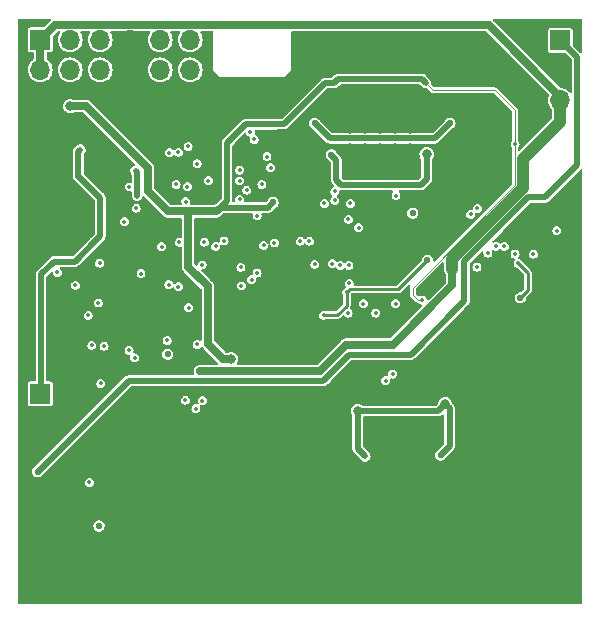
<source format=gbr>
%TF.GenerationSoftware,KiCad,Pcbnew,(6.0.4)*%
%TF.CreationDate,2023-05-19T00:46:40+09:00*%
%TF.ProjectId,RFB,5246422e-6b69-4636-9164-5f7063625858,rev?*%
%TF.SameCoordinates,Original*%
%TF.FileFunction,Copper,L4,Inr*%
%TF.FilePolarity,Positive*%
%FSLAX46Y46*%
G04 Gerber Fmt 4.6, Leading zero omitted, Abs format (unit mm)*
G04 Created by KiCad (PCBNEW (6.0.4)) date 2023-05-19 00:46:40*
%MOMM*%
%LPD*%
G01*
G04 APERTURE LIST*
%TA.AperFunction,ComponentPad*%
%ADD10C,0.970000*%
%TD*%
%TA.AperFunction,ComponentPad*%
%ADD11C,2.600000*%
%TD*%
%TA.AperFunction,ComponentPad*%
%ADD12R,1.700000X1.700000*%
%TD*%
%TA.AperFunction,ComponentPad*%
%ADD13O,1.700000X1.700000*%
%TD*%
%TA.AperFunction,ComponentPad*%
%ADD14C,0.500000*%
%TD*%
%TA.AperFunction,ViaPad*%
%ADD15C,0.350000*%
%TD*%
%TA.AperFunction,ViaPad*%
%ADD16C,0.550000*%
%TD*%
%TA.AperFunction,ViaPad*%
%ADD17C,0.800000*%
%TD*%
%TA.AperFunction,Conductor*%
%ADD18C,0.670000*%
%TD*%
%TA.AperFunction,Conductor*%
%ADD19C,0.090000*%
%TD*%
%TA.AperFunction,Conductor*%
%ADD20C,0.500000*%
%TD*%
%TA.AperFunction,Conductor*%
%ADD21C,1.000000*%
%TD*%
%TA.AperFunction,Conductor*%
%ADD22C,0.250000*%
%TD*%
G04 APERTURE END LIST*
D10*
%TO.N,GND*%
%TO.C,J1*%
X75946000Y-101053400D03*
X68961000Y-101053400D03*
%TD*%
D11*
%TO.N,GND*%
%TO.C,H1*%
X77673200Y-95478600D03*
%TD*%
D10*
%TO.N,GND*%
%TO.C,J2*%
X63423800Y-101053400D03*
X56438800Y-101053400D03*
%TD*%
D12*
%TO.N,/3V3D*%
%TO.C,J9*%
X34950400Y-88138000D03*
D13*
%TO.N,GND*%
X34950400Y-90678000D03*
%TD*%
D11*
%TO.N,GND*%
%TO.C,H2*%
X73126600Y-60452000D03*
%TD*%
D14*
%TO.N,GND*%
%TO.C,U7*%
X59944700Y-78543600D03*
X58944700Y-79543600D03*
X58944700Y-78543600D03*
X57944700Y-78543600D03*
X57944700Y-79543600D03*
X58944700Y-80543600D03*
X59944700Y-80543600D03*
X57944700Y-80543600D03*
X59944700Y-79543600D03*
%TD*%
%TO.N,GND*%
%TO.C,U9*%
X73346593Y-77758610D03*
X74053700Y-77051503D03*
X72639486Y-78465717D03*
X74053700Y-78465717D03*
X73346593Y-79172824D03*
X74760807Y-77758610D03*
X74053700Y-79879931D03*
X74760807Y-79172824D03*
X75467914Y-78465717D03*
%TD*%
D12*
%TO.N,/3V6*%
%TO.C,J7*%
X34950400Y-58166000D03*
D13*
X34950400Y-60706000D03*
%TO.N,VCC*%
X37490400Y-58166000D03*
X37490400Y-60706000D03*
%TO.N,/12V*%
X40030400Y-58166000D03*
X40030400Y-60706000D03*
%TO.N,GND*%
X42570400Y-58166000D03*
X42570400Y-60706000D03*
%TO.N,/LNA_EN1*%
X45110400Y-58166000D03*
%TO.N,/LNA_EN2*%
X45110400Y-60706000D03*
%TO.N,/LNA_S1*%
X47650400Y-58166000D03*
%TO.N,/LNA_S2*%
X47650400Y-60706000D03*
%TD*%
D14*
%TO.N,GND*%
%TO.C,U8*%
X66594100Y-92342400D03*
X64594100Y-91342400D03*
X66594100Y-90342400D03*
X64594100Y-90342400D03*
X65594100Y-91342400D03*
X65594100Y-90342400D03*
X66594100Y-91342400D03*
X64594100Y-92342400D03*
X65594100Y-92342400D03*
%TD*%
D12*
%TO.N,/12V*%
%TO.C,J6*%
X78994000Y-58216800D03*
D13*
%TO.N,GND*%
X78994000Y-60756800D03*
%TO.N,/3V6*%
X78994000Y-63296800D03*
%TD*%
D14*
%TO.N,GND*%
%TO.C,IC3*%
X63736200Y-68417900D03*
X63736200Y-67142900D03*
X65011200Y-68417900D03*
X62461200Y-68417900D03*
X63736200Y-69692900D03*
X61186200Y-68417900D03*
X61186200Y-67142900D03*
X62461200Y-69692900D03*
X65011200Y-64592900D03*
X66286200Y-67142900D03*
X63736200Y-64592900D03*
X66286200Y-69692900D03*
X63736200Y-65867900D03*
X61186200Y-64592900D03*
X66286200Y-68417900D03*
X62461200Y-67142900D03*
X66286200Y-64592900D03*
X65011200Y-65867900D03*
X62461200Y-65867900D03*
X66286200Y-65867900D03*
X65011200Y-69692900D03*
X62461200Y-64592900D03*
X61186200Y-69692900D03*
X65011200Y-67142900D03*
X61186200Y-65867900D03*
%TD*%
D11*
%TO.N,GND*%
%TO.C,H3*%
X51765200Y-98018600D03*
%TD*%
D10*
%TO.N,GND*%
%TO.C,J3*%
X39941500Y-101053400D03*
X46926500Y-101053400D03*
%TD*%
D14*
%TO.N,GND*%
%TO.C,U4*%
X43422800Y-83203800D03*
X43452800Y-79203800D03*
X40722800Y-80473800D03*
X41992800Y-83203800D03*
X43452800Y-80473800D03*
X41992800Y-80473800D03*
X44722800Y-81933800D03*
X43452800Y-81933800D03*
X41992800Y-81933800D03*
X44722800Y-80473800D03*
X41992800Y-79203800D03*
X40722800Y-81933800D03*
%TD*%
%TO.N,GND*%
%TO.C,IC5*%
X42451200Y-96111600D03*
X43701200Y-96111600D03*
X43701200Y-97361600D03*
X42451200Y-97361600D03*
%TD*%
D15*
%TO.N,GND*%
X49428400Y-90398600D03*
X50038000Y-90043000D03*
X50647600Y-90398600D03*
X51866800Y-89687400D03*
X51257200Y-90043000D03*
X50038000Y-89331800D03*
X49428400Y-88976200D03*
X50038000Y-88620600D03*
X50038000Y-87909400D03*
X49428399Y-89687400D03*
X50647600Y-89687400D03*
X54838600Y-83261200D03*
X50571399Y-83261200D03*
X51282600Y-83261200D03*
X50571399Y-82143600D03*
X51282600Y-82143600D03*
X62743105Y-85780905D03*
X35763200Y-85928200D03*
X33883600Y-85928200D03*
X56769000Y-74498200D03*
%TO.N,/STM_GPA3*%
X49199800Y-70078600D03*
X50520600Y-75184000D03*
%TO.N,/STM_GPA8*%
X54152800Y-68046600D03*
%TO.N,/STM_GPB5*%
X48234600Y-68656200D03*
%TO.N,/STM_GPB12*%
X51841400Y-69189600D03*
%TO.N,/STM_GPA4*%
X51841400Y-70104000D03*
%TO.N,/STM_GPA5*%
X52425600Y-70891400D03*
%TO.N,/STM_GPA1*%
X51841400Y-71678800D03*
%TO.N,/STM_GPA0*%
X48844200Y-75285600D03*
%TO.N,/STM_GPA1*%
X49809400Y-75641200D03*
%TO.N,/STM_GPA0*%
X47269400Y-71856600D03*
%TO.N,/STM_GPB8*%
X47421800Y-70586600D03*
%TO.N,/STM_GPB4*%
X47472600Y-67183000D03*
%TO.N,GND*%
X43992800Y-72593200D03*
X41532816Y-71932800D03*
X42244016Y-71932800D03*
X47396400Y-79984600D03*
X48260000Y-79273400D03*
X44932600Y-69596000D03*
D16*
%TO.N,VCC*%
X44942463Y-71831200D03*
D15*
%TO.N,GND*%
X48234600Y-74498200D03*
X48437800Y-82143600D03*
X47015400Y-82143600D03*
X46304200Y-82143600D03*
X47726600Y-82143600D03*
X43027600Y-63500000D03*
X43988984Y-63500000D03*
X42062400Y-63500000D03*
X43455584Y-66675000D03*
X41529000Y-65049400D03*
X42490384Y-65049400D03*
X39319200Y-72872600D03*
X35737800Y-79679800D03*
X34315400Y-79679800D03*
X33604200Y-79679800D03*
X35737800Y-78968600D03*
X33604201Y-78968600D03*
X36449000Y-78968600D03*
X34315400Y-78968600D03*
X78130400Y-92024199D03*
X79400400Y-87426800D03*
X78841600Y-89890600D03*
X77419200Y-89890600D03*
X77419200Y-92735400D03*
X77419200Y-89179400D03*
X79552800Y-91313000D03*
X78841600Y-92735400D03*
X79552800Y-90601800D03*
X78130400Y-91313000D03*
X78841600Y-89179400D03*
X78181200Y-87426800D03*
X78130400Y-92735400D03*
X79552800Y-89179400D03*
X78841600Y-90601800D03*
X79552800Y-92024200D03*
X79552800Y-89890600D03*
X78841600Y-91313000D03*
X79552800Y-88468200D03*
X78790800Y-85648800D03*
X77419200Y-91313000D03*
X78841600Y-92024200D03*
X78790800Y-86360000D03*
X78181200Y-86004400D03*
X77419200Y-92024200D03*
X79400401Y-86004400D03*
X78181200Y-86715600D03*
X78130400Y-88468200D03*
X78130400Y-89179400D03*
X77419200Y-90601800D03*
X77419200Y-88468200D03*
X79552800Y-92735400D03*
X78130400Y-89890600D03*
X78790800Y-87071200D03*
X78130400Y-90601800D03*
X79400400Y-86715600D03*
X78841600Y-88468200D03*
X38658800Y-73787000D03*
%TO.N,/3V3D*%
X35026600Y-78028800D03*
%TO.N,Net-(R1-Pad1)*%
X36398200Y-77851000D03*
%TO.N,GND*%
X45770800Y-104063800D03*
X60807600Y-90398600D03*
X57724117Y-90744117D03*
X70891400Y-93726000D03*
X74549000Y-65684400D03*
X48945800Y-74498200D03*
X72847200Y-64846200D03*
X71424800Y-64846200D03*
X65968906Y-95153506D03*
X70378294Y-99435894D03*
X76123800Y-82575400D03*
X41097200Y-104063800D03*
X45161200Y-90678000D03*
X50088800Y-67513200D03*
X66217800Y-87985600D03*
X68173600Y-59639200D03*
X64449883Y-96281317D03*
X68910200Y-70129400D03*
X58729906Y-91749906D03*
X61341000Y-74498200D03*
X67360800Y-94081600D03*
X67843400Y-88392000D03*
X46736000Y-87655400D03*
X59801811Y-89392811D03*
X58572400Y-61061600D03*
X76123800Y-81864200D03*
X58572400Y-58928000D03*
X57581800Y-101930200D03*
X42697400Y-92735400D03*
D16*
X39903400Y-98374200D03*
D15*
X62306200Y-72390000D03*
X45872400Y-97078800D03*
X74980800Y-87198199D03*
X60452000Y-63042800D03*
X67005200Y-63042800D03*
X44450000Y-90373200D03*
X59283600Y-59639200D03*
X71846517Y-92364483D03*
X74803000Y-104774999D03*
X55778400Y-66319400D03*
X74803000Y-101930200D03*
X47726600Y-83261200D03*
X44450000Y-95351600D03*
X62006506Y-99385094D03*
D16*
X36042600Y-96494600D03*
D15*
X45161200Y-94234000D03*
X75514200Y-101930200D03*
X67843400Y-86969600D03*
X44450000Y-91795600D03*
X45872400Y-96367600D03*
X70881189Y-99938789D03*
X64185800Y-95631000D03*
X68529200Y-76428600D03*
X74803000Y-104063800D03*
X74863883Y-89347117D03*
X73939400Y-66040000D03*
X59283600Y-58928000D03*
D16*
X61290339Y-97706078D03*
D15*
X40386000Y-103352600D03*
X72567800Y-83794600D03*
X44399200Y-68351400D03*
X71328306Y-89453694D03*
X65341500Y-93929200D03*
X74980800Y-86487000D03*
X42697400Y-93446600D03*
X73939400Y-65328800D03*
X73837800Y-67589400D03*
X42697400Y-92024200D03*
X67884117Y-94604917D03*
X62306200Y-76631800D03*
X51993801Y-82143600D03*
X63444094Y-97287106D03*
X38887400Y-71932800D03*
X70205600Y-84785200D03*
X46482000Y-102641400D03*
X45770800Y-103352600D03*
X64592200Y-82931000D03*
X70205600Y-86207599D03*
D16*
X70243700Y-96875600D03*
D15*
X62992000Y-105486200D03*
X70104000Y-102641400D03*
X62280800Y-102641400D03*
X46228000Y-75819000D03*
X62773483Y-94554117D03*
X40386000Y-101930200D03*
X79227577Y-79192223D03*
X49047400Y-73406000D03*
X70535800Y-82702400D03*
X69392800Y-101930200D03*
X72572777Y-98582377D03*
X76123800Y-81153000D03*
X69596000Y-61061600D03*
X59090611Y-99252989D03*
X69392800Y-104063800D03*
X64617600Y-73456800D03*
X41097200Y-103352600D03*
X60223400Y-83261200D03*
X45161200Y-99212400D03*
D16*
X38887400Y-87172800D03*
D15*
X65354200Y-94640400D03*
X72852306Y-91358694D03*
X50469800Y-73406000D03*
X50368200Y-74498200D03*
X40843200Y-95758000D03*
X70205600Y-94081600D03*
X51181000Y-73406000D03*
X40386000Y-102641400D03*
X45161200Y-89966800D03*
X62270589Y-95057011D03*
X56870600Y-104774999D03*
X74803000Y-105486200D03*
X48336200Y-73406000D03*
X36550601Y-80797400D03*
X74803000Y-102641400D03*
X38176200Y-89306400D03*
X46863001Y-85354212D03*
X55905400Y-84328000D03*
X57581800Y-104774999D03*
X57150000Y-61061600D03*
X74549000Y-64262000D03*
X65323694Y-82377306D03*
X58851800Y-66827400D03*
X71064094Y-97073694D03*
X49758600Y-73406000D03*
X55727600Y-73406000D03*
X68173600Y-58216801D03*
X62992000Y-104774999D03*
X35814000Y-64871600D03*
X61503611Y-99887989D03*
X58318400Y-87833200D03*
X70205600Y-88341200D03*
X66217800Y-88696800D03*
X66548000Y-87122000D03*
X42697400Y-91312999D03*
X66471800Y-95656400D03*
X74549000Y-64973200D03*
X70104000Y-105486200D03*
D16*
X62852300Y-92354400D03*
D15*
X76987400Y-81026000D03*
X46360106Y-85857106D03*
X76758800Y-64668400D03*
D16*
X68541900Y-90449400D03*
D15*
X41097200Y-105486200D03*
X71729600Y-81153000D03*
X63946989Y-96784211D03*
X45161200Y-91389200D03*
X63362917Y-87340517D03*
X73797212Y-100822812D03*
X36550601Y-82753200D03*
X63240766Y-86278566D03*
X60223400Y-75463400D03*
X59283600Y-58216800D03*
X68940706Y-78379294D03*
X59283600Y-60350400D03*
X46482000Y-104063800D03*
X62280800Y-104063800D03*
X41097200Y-102641400D03*
X70322517Y-90459483D03*
X56870600Y-101930200D03*
X60096400Y-98247200D03*
X59512200Y-75463400D03*
X62992000Y-103352600D03*
X37769800Y-81711800D03*
X68884800Y-58928000D03*
X44450000Y-91084400D03*
X54127401Y-82143600D03*
X66929129Y-79385082D03*
X75514200Y-102641400D03*
X80035400Y-74498200D03*
X61569600Y-72618600D03*
X45770800Y-102641400D03*
D16*
X60388500Y-96799400D03*
D15*
X60690811Y-87792611D03*
X74980800Y-88620600D03*
D16*
X61379100Y-94107000D03*
D15*
X71500872Y-71170672D03*
X42773600Y-100126800D03*
X67691000Y-97815400D03*
X75514200Y-104063800D03*
X63865811Y-87843411D03*
X66192400Y-80467200D03*
X44450000Y-93929200D03*
X58851800Y-99974400D03*
X55905400Y-88595200D03*
X68437812Y-77876399D03*
X74360989Y-89850011D03*
X40284400Y-76022200D03*
X45161200Y-92811600D03*
X64465200Y-72593200D03*
X74447400Y-68656200D03*
X49860200Y-82143600D03*
X80035400Y-78054200D03*
X57861200Y-58928000D03*
X68351400Y-69697600D03*
X36550601Y-80086200D03*
X42697400Y-94157800D03*
X74803000Y-103352600D03*
X73858094Y-90352906D03*
X45770800Y-105486200D03*
X72136000Y-64846200D03*
X67843400Y-86258399D03*
X73355200Y-90855800D03*
X56870600Y-105486200D03*
X45161200Y-96367600D03*
X41275000Y-75158600D03*
X64688694Y-95128106D03*
X69596000Y-58216800D03*
X66192400Y-81178400D03*
X56215434Y-89235434D03*
X69392800Y-102641400D03*
X69392800Y-96113600D03*
X45872400Y-100634800D03*
X47365895Y-85857106D03*
D16*
X42961400Y-88453200D03*
D15*
X41554400Y-96469200D03*
X62992000Y-102641400D03*
X64368706Y-88346306D03*
X64465200Y-71882000D03*
X74447400Y-67945000D03*
X79756000Y-73812400D03*
X70825411Y-89956589D03*
X45872400Y-98501200D03*
X69596000Y-59639200D03*
X59207400Y-74498200D03*
X80035400Y-76631800D03*
X61595000Y-76631800D03*
X62357000Y-75463400D03*
X46304200Y-83261200D03*
X69596000Y-58928000D03*
X59334400Y-73406000D03*
X40821616Y-71932800D03*
D16*
X41783000Y-86080600D03*
D15*
X57581800Y-105486200D03*
X56438800Y-73406000D03*
X44450000Y-93218000D03*
X70104000Y-101930200D03*
X73075672Y-99085272D03*
X70104000Y-103352600D03*
X37261800Y-80797400D03*
X37312600Y-74650600D03*
D16*
X62191900Y-98602800D03*
X68440300Y-98653600D03*
D15*
X69911011Y-71130211D03*
X60452000Y-62331600D03*
X55905400Y-85039200D03*
X67005200Y-63754000D03*
X68732400Y-67132200D03*
X68884800Y-59639200D03*
X58801000Y-75463400D03*
X42697400Y-90601800D03*
D16*
X69339442Y-97764600D03*
D15*
X62204600Y-74777600D03*
X37261800Y-83464400D03*
X76123800Y-83286600D03*
X60553600Y-72847200D03*
X44450000Y-92506799D03*
X72567800Y-87350600D03*
X71831200Y-88950800D03*
X72567800Y-88061800D03*
X65826589Y-81874411D03*
X41148000Y-98704400D03*
X70104000Y-104063800D03*
X67934918Y-79385082D03*
X68783200Y-94081600D03*
X62280800Y-105486200D03*
X59055000Y-63020000D03*
X42087800Y-89535000D03*
X40386000Y-105486200D03*
X44399200Y-99415600D03*
X60045600Y-73406000D03*
X63881000Y-82931000D03*
X41656000Y-67818000D03*
X57150000Y-58216800D03*
X58572400Y-59639200D03*
X66979800Y-60785000D03*
X57912000Y-73406000D03*
X74980800Y-87909400D03*
X57581800Y-104063800D03*
X67934918Y-78379294D03*
X52705000Y-82143600D03*
X67432023Y-78882188D03*
X61645799Y-75463400D03*
X67843400Y-84836000D03*
X58796023Y-88387023D03*
X69392800Y-104774999D03*
X41097200Y-104774999D03*
X48615600Y-85191600D03*
X66182317Y-96306717D03*
X60477400Y-60782200D03*
X69596000Y-60350400D03*
X68884800Y-60350400D03*
X55905400Y-87884000D03*
D16*
X45501400Y-88453200D03*
D15*
X74549000Y-66395600D03*
X59298917Y-88889917D03*
X62458600Y-82931000D03*
X44450000Y-89662000D03*
X57861200Y-58216800D03*
X58587588Y-100822812D03*
X56718328Y-89738328D03*
X76047600Y-64668400D03*
X75514200Y-104774999D03*
X70413906Y-71633106D03*
X45770800Y-104774999D03*
X73837800Y-68300600D03*
X45872400Y-95656400D03*
X58572400Y-58216800D03*
X40817800Y-70002400D03*
X66045106Y-86619106D03*
X37261801Y-80086200D03*
X71566989Y-97576589D03*
X74980800Y-85064600D03*
X42087800Y-90957400D03*
X45161200Y-94945200D03*
X68884800Y-58216800D03*
X73578566Y-99588166D03*
X46482000Y-104774999D03*
X41097200Y-101930200D03*
X60934600Y-75463400D03*
X70307200Y-60350400D03*
X70205600Y-84074000D03*
X73939400Y-66751200D03*
X58227011Y-91247011D03*
X62280800Y-101930200D03*
X63068200Y-75463400D03*
X70307200Y-58216801D03*
X71729600Y-81864200D03*
X68437812Y-78882188D03*
X46863000Y-86360000D03*
X72567800Y-84505800D03*
X66685211Y-96809611D03*
X63530506Y-94711494D03*
X45872400Y-97789999D03*
X42087800Y-92379800D03*
X43764200Y-74498200D03*
X56870600Y-103352600D03*
X57150000Y-60350400D03*
X58496201Y-74498200D03*
X70307200Y-59639200D03*
X61777906Y-101325706D03*
X45770800Y-101930200D03*
X47015400Y-83261200D03*
X59593506Y-98750094D03*
X55346600Y-74498200D03*
X45161200Y-93522800D03*
X44450000Y-96062799D03*
X45161200Y-95656400D03*
X40821616Y-70971416D03*
X56870600Y-102641400D03*
X44450000Y-97282000D03*
X68387011Y-95107811D03*
X61193706Y-88295506D03*
X45872400Y-99923600D03*
X44399200Y-100126800D03*
X69443600Y-67640200D03*
X45161200Y-92100400D03*
X69392800Y-103352600D03*
X42697400Y-89890600D03*
X70104000Y-104774999D03*
X40690800Y-73736200D03*
D16*
X37973000Y-96977200D03*
D15*
X54127400Y-83261200D03*
X59232800Y-92252800D03*
X72349411Y-91861589D03*
X42087800Y-90246200D03*
X61696600Y-88798400D03*
X72567800Y-86639399D03*
X46482000Y-105486200D03*
X70713600Y-64846200D03*
X46482000Y-103352600D03*
X44450000Y-97993200D03*
X61442600Y-82931000D03*
X64114706Y-73959694D03*
X68173600Y-60350400D03*
X65542211Y-86116211D03*
X62941200Y-97790000D03*
X72069883Y-98079483D03*
X67106800Y-94742000D03*
X47269400Y-84632800D03*
X61767694Y-95559906D03*
X75514200Y-103352600D03*
X57150000Y-58928000D03*
X74447400Y-67233800D03*
X60452000Y-63754000D03*
X63169800Y-82931000D03*
X68427600Y-65278000D03*
X42087800Y-91668600D03*
X36068000Y-68986400D03*
X62280800Y-103352600D03*
X45872400Y-94945200D03*
X57221223Y-90241223D03*
X70205600Y-87630000D03*
X46482000Y-101930200D03*
X53416200Y-83261200D03*
X67843400Y-85547200D03*
X69875400Y-98933000D03*
X65997700Y-77749400D03*
X42087800Y-93091000D03*
X70891400Y-82092800D03*
X60629800Y-74498200D03*
X70916800Y-72136000D03*
X40821616Y-72894184D03*
X58572400Y-60350400D03*
X72003766Y-71673566D03*
X45161200Y-99923600D03*
X53416201Y-82143600D03*
X66649600Y-94081600D03*
X78724683Y-79695117D03*
X68173600Y-61061600D03*
X68884800Y-61061600D03*
X61275012Y-100822812D03*
X68173600Y-58928000D03*
X41554400Y-95046801D03*
X64871600Y-88849200D03*
X67005200Y-62331600D03*
X62809094Y-71887106D03*
X74980800Y-85775800D03*
X57581800Y-103352600D03*
X45161200Y-97078800D03*
X59283600Y-61061600D03*
X41554400Y-95758001D03*
X69413095Y-70632295D03*
X62814200Y-74320400D03*
X80035400Y-77343000D03*
X41859200Y-98704400D03*
X76758800Y-63957200D03*
X52704999Y-83261200D03*
X57581800Y-102641400D03*
X51993800Y-83261200D03*
X67188106Y-97312506D03*
X42270706Y-100629694D03*
X72567800Y-85217000D03*
X54635400Y-74498200D03*
X75514200Y-105486200D03*
X56870600Y-104063800D03*
X44881800Y-100711000D03*
X71729600Y-82575400D03*
X61264800Y-96062800D03*
X45872400Y-99212400D03*
X37236400Y-64871600D03*
X40843200Y-95046800D03*
D16*
X44231400Y-88453200D03*
D15*
X56057800Y-74498200D03*
X36550601Y-83464400D03*
X74300106Y-101325706D03*
X44450000Y-98704400D03*
X59918600Y-74498200D03*
X37261801Y-82753200D03*
X62992000Y-101930200D03*
X49657000Y-74498200D03*
X34645600Y-68986400D03*
X69494399Y-94081600D03*
X57150000Y-59639200D03*
X70205600Y-83362800D03*
X79730472Y-78689328D03*
X70307200Y-61061600D03*
X45161200Y-98501200D03*
X58084694Y-101325706D03*
X58623200Y-73406000D03*
X45339000Y-101269800D03*
D16*
X68186300Y-92329000D03*
D15*
X70205600Y-85496400D03*
X67843400Y-87680800D03*
X45847000Y-86360000D03*
X80035400Y-75920600D03*
X80035400Y-75209400D03*
X42697400Y-89179400D03*
X70307200Y-58928000D03*
X37490400Y-68986400D03*
X45161200Y-97789999D03*
X34391601Y-64871600D03*
X69392800Y-105486200D03*
X74980800Y-84353400D03*
X44450000Y-94640400D03*
X60304706Y-89895706D03*
D16*
X69672200Y-63169800D03*
D15*
X48437800Y-83261200D03*
X70942200Y-69138800D03*
X49860200Y-83261200D03*
X40386000Y-104774999D03*
X65039317Y-85613317D03*
X57861200Y-61061600D03*
X73939400Y-64617600D03*
X77718894Y-80700906D03*
X64033400Y-94208600D03*
X62992000Y-104063800D03*
X57861200Y-60350400D03*
X40386000Y-104063800D03*
X63957072Y-85445472D03*
X41767811Y-101132589D03*
X62280800Y-104774999D03*
X68889906Y-95610706D03*
X57861200Y-59639200D03*
X78221789Y-80198011D03*
X76047600Y-63957200D03*
X63611811Y-74462589D03*
X59055000Y-64925000D03*
X70606894Y-101325706D03*
X71109788Y-100822812D03*
X72567800Y-85928200D03*
X69992189Y-69661989D03*
%TO.N,/3V3D*%
X42087800Y-73558400D03*
X43154600Y-71348600D03*
X38354000Y-67462400D03*
X48133000Y-89382600D03*
X43027600Y-69240400D03*
D16*
X39624000Y-75184000D03*
X38176200Y-69672200D03*
D15*
X43078400Y-72415400D03*
%TO.N,/ADC_REFCLKN*%
X61048900Y-73355200D03*
%TO.N,/ADC_REFCLKP*%
X61912500Y-74066400D03*
%TO.N,Net-(Q1-Pad3)*%
X39116000Y-95631000D03*
%TO.N,/PLL_CE*%
X46456600Y-70408800D03*
X39979600Y-77063600D03*
%TO.N,Net-(C32-Pad1)*%
X46659800Y-79070200D03*
%TO.N,/PLL_RFMXN*%
X64190397Y-87020400D03*
%TO.N,/PLL_RFMXP*%
X64782700Y-86458738D03*
%TO.N,/PLL_RAMPCLK*%
X40360600Y-84099400D03*
X48666400Y-77216000D03*
%TO.N,/PLL_RAMPDIR*%
X39319200Y-84023200D03*
X45237400Y-75666600D03*
%TO.N,Net-(C30-Pad2)*%
X39014400Y-81483200D03*
%TO.N,/PLL_3V3A*%
X47523400Y-80848200D03*
X42474000Y-84449800D03*
D16*
X45745400Y-84785200D03*
D15*
X39878000Y-80441800D03*
X43484800Y-77952600D03*
X45847000Y-78892400D03*
D16*
%TO.N,/IF_VCM*%
X66497200Y-72847200D03*
D15*
X75158232Y-76301232D03*
X62306200Y-80492600D03*
X65049400Y-80492600D03*
X61112400Y-78793100D03*
X78689200Y-74320400D03*
X71927315Y-77399285D03*
X58200464Y-77163471D03*
X76708000Y-76301600D03*
%TO.N,/ADC/ADC_INBN*%
X73558400Y-75641200D03*
X71399400Y-72948800D03*
%TO.N,/ADC/ADC_INBP*%
X71958200Y-72440800D03*
X74244200Y-75641200D03*
%TO.N,/ADC/ADC_INAP*%
X60375800Y-77266800D03*
X56972200Y-75209400D03*
%TO.N,/ADC/ADC_INAN*%
X57734200Y-75209400D03*
X61087000Y-77266800D03*
%TO.N,/PA_EN*%
X51943000Y-77419200D03*
X40081200Y-87249000D03*
%TO.N,/ADC_RESET*%
X54787800Y-75361800D03*
X65074800Y-71348600D03*
%TO.N,Net-(R12-Pad2)*%
X72859900Y-76225400D03*
%TO.N,Net-(C57-Pad2)*%
X63360300Y-81300200D03*
X61023500Y-81300200D03*
%TO.N,Net-(R23-Pad2)*%
X59684700Y-77105200D03*
D16*
%TO.N,/1V8D*%
X58191400Y-65227200D03*
X69634100Y-65227200D03*
D15*
%TO.N,/ADC_1V8A*%
X60020200Y-70027800D03*
D16*
X59588400Y-67894200D03*
D17*
X67665600Y-67843400D03*
D15*
X64496701Y-70479001D03*
X62986200Y-70457600D03*
X67656950Y-69993750D03*
D17*
%TO.N,/MIX_5VA*%
X61836300Y-89585800D03*
X69243900Y-89010800D03*
D15*
X62471300Y-93421200D03*
D16*
X68846700Y-93319600D03*
D15*
%TO.N,/IFF_3V3A*%
X75414811Y-77086789D03*
D16*
X75590400Y-80010000D03*
D15*
X60903900Y-79543600D03*
D16*
X67729100Y-76837046D03*
D15*
X58940700Y-81483200D03*
D16*
%TO.N,/PA_8VA*%
X39934000Y-99334200D03*
%TO.N,/12V*%
X34747200Y-94716600D03*
X70434200Y-80695800D03*
%TO.N,/3V6*%
X75819000Y-70002400D03*
X69850000Y-77546200D03*
X48488600Y-86207600D03*
D15*
%TO.N,/LNA_EN1*%
X46659800Y-67691000D03*
%TO.N,/LNA_EN2*%
X45872400Y-67716400D03*
%TO.N,/CAN_R*%
X53060600Y-66598800D03*
%TO.N,/CAN_T*%
X52755800Y-65989200D03*
%TO.N,/MCU_REFCLK*%
X42494200Y-70612000D03*
%TO.N,/STM_NRST*%
X46736000Y-75285600D03*
X37922200Y-78943200D03*
%TO.N,VCC*%
X47244000Y-88671400D03*
X67310000Y-80187800D03*
D16*
X51054000Y-66624200D03*
D15*
X59842400Y-61823600D03*
X67614800Y-61823600D03*
D16*
X47472600Y-76479400D03*
D17*
X37490400Y-63779400D03*
D16*
X54813200Y-65303400D03*
X49987200Y-72567800D03*
D17*
X51079400Y-85191600D03*
D16*
X54660800Y-71932800D03*
D15*
X75158600Y-67005200D03*
D16*
X44069000Y-69926200D03*
D15*
%TO.N,/SPI_SCK*%
X53314600Y-77901800D03*
X53314600Y-73050400D03*
X59004200Y-72009000D03*
%TO.N,/SPI_MOSI*%
X54457600Y-68986400D03*
X52857400Y-78460600D03*
X59893200Y-70993000D03*
%TO.N,/SPI_CS_ADC*%
X59893200Y-71755000D03*
X53873400Y-75565000D03*
%TO.N,/ADC/ADC_SDO*%
X61214000Y-72009000D03*
%TO.N,/SPI_CS_PLL*%
X42951400Y-85090000D03*
X48234600Y-83947000D03*
%TO.N,/Generator/MUXOUT*%
X45694600Y-83616800D03*
%TO.N,/SPI_MISO*%
X53721000Y-70408800D03*
X51993800Y-78994000D03*
%TO.N,/Power/2V5_PG*%
X48691800Y-88722200D03*
%TD*%
D18*
%TO.N,VCC*%
X37490400Y-63779400D02*
X38811200Y-63779400D01*
X38811200Y-63779400D02*
X44069000Y-69037200D01*
X44069000Y-69037200D02*
X44069000Y-69926200D01*
D19*
X75158600Y-64135000D02*
X75158600Y-67005200D01*
X73456800Y-62433200D02*
X75158600Y-64135000D01*
X68224400Y-62433200D02*
X73456800Y-62433200D01*
X67614800Y-61823600D02*
X68224400Y-62433200D01*
D20*
X59055000Y-61823600D02*
X59842400Y-61823600D01*
X55575200Y-65303400D02*
X59055000Y-61823600D01*
X54813200Y-65303400D02*
X55575200Y-65303400D01*
X67284600Y-61493400D02*
X67614800Y-61823600D01*
X60172600Y-61493400D02*
X67284600Y-61493400D01*
X59842400Y-61823600D02*
X60172600Y-61493400D01*
X54787800Y-65328800D02*
X52349400Y-65328800D01*
X52349400Y-65328800D02*
X51054000Y-66624200D01*
X54813200Y-65303400D02*
X54787800Y-65328800D01*
D18*
%TO.N,/3V6*%
X36224911Y-56891489D02*
X34950400Y-58166000D01*
X72918889Y-56891489D02*
X36224911Y-56891489D01*
X78994000Y-62966600D02*
X72918889Y-56891489D01*
X78994000Y-63296800D02*
X78994000Y-62966600D01*
X69850000Y-78917800D02*
X69850000Y-77546200D01*
X64795400Y-83972400D02*
X69850000Y-78917800D01*
X58623200Y-86207600D02*
X60858400Y-83972400D01*
X60858400Y-83972400D02*
X64795400Y-83972400D01*
X48488600Y-86207600D02*
X58623200Y-86207600D01*
D20*
%TO.N,/12V*%
X61137800Y-84810600D02*
X66319400Y-84810600D01*
X58928000Y-87020400D02*
X61137800Y-84810600D01*
X42443400Y-87020400D02*
X58928000Y-87020400D01*
X34747200Y-94716600D02*
X42443400Y-87020400D01*
X66319400Y-84810600D02*
X70434200Y-80695800D01*
X80416400Y-59639200D02*
X78994000Y-58216800D01*
X77698600Y-71501000D02*
X80416400Y-68783200D01*
X70853300Y-76923900D02*
X76276200Y-71501000D01*
X76276200Y-71501000D02*
X77698600Y-71501000D01*
X70434200Y-80695800D02*
X70853300Y-80276700D01*
X70853300Y-80276700D02*
X70853300Y-76923900D01*
X80416400Y-68783200D02*
X80416400Y-59639200D01*
D21*
%TO.N,/3V6*%
X78994000Y-65100200D02*
X78994000Y-63296800D01*
X75819000Y-68275200D02*
X78994000Y-65100200D01*
X75819000Y-70002400D02*
X75819000Y-68275200D01*
D18*
%TO.N,VCC*%
X49860200Y-72694800D02*
X47472600Y-72694800D01*
D20*
X49987200Y-72567800D02*
X50774600Y-71780400D01*
X50774600Y-71780400D02*
X50774600Y-66903600D01*
X54229000Y-72364600D02*
X54660800Y-71932800D01*
X50190400Y-72364600D02*
X54229000Y-72364600D01*
D18*
X49987200Y-72567800D02*
X49860200Y-72694800D01*
D20*
X49987200Y-72567800D02*
X50190400Y-72364600D01*
X50774600Y-66903600D02*
X51054000Y-66624200D01*
%TO.N,/3V3D*%
X37871400Y-76936600D02*
X39624000Y-75184000D01*
X36118800Y-76936600D02*
X37871400Y-76936600D01*
X35026600Y-78028800D02*
X36118800Y-76936600D01*
X35026600Y-88061800D02*
X34950400Y-88138000D01*
X35026600Y-78028800D02*
X35026600Y-88061800D01*
D19*
%TO.N,VCC*%
X66497200Y-79138054D02*
X66497200Y-79730600D01*
X66497200Y-79730600D02*
X66954400Y-80187800D01*
X75158600Y-70476654D02*
X66497200Y-79138054D01*
X66954400Y-80187800D02*
X67310000Y-80187800D01*
X75158600Y-67005200D02*
X75158600Y-70476654D01*
D18*
X45806063Y-72694800D02*
X47472600Y-72694800D01*
X44942463Y-71831200D02*
X45806063Y-72694800D01*
X44069000Y-70957737D02*
X44069000Y-69926200D01*
X44942463Y-71831200D02*
X44069000Y-70957737D01*
D20*
%TO.N,/3V3D*%
X38176200Y-67640200D02*
X38354000Y-67462400D01*
X38176200Y-69672200D02*
X38176200Y-67640200D01*
D18*
%TO.N,VCC*%
X47472600Y-77368400D02*
X47472600Y-76479400D01*
X49149000Y-83896200D02*
X49149000Y-79044800D01*
X50444400Y-85191600D02*
X49149000Y-83896200D01*
X51079400Y-85191600D02*
X50444400Y-85191600D01*
X49149000Y-79044800D02*
X47472600Y-77368400D01*
D20*
%TO.N,/3V3D*%
X40030400Y-74777600D02*
X40030400Y-71526400D01*
X40030400Y-71526400D02*
X38176200Y-69672200D01*
X39624000Y-75184000D02*
X40030400Y-74777600D01*
X43154600Y-71348600D02*
X43154600Y-69367400D01*
X43154600Y-69367400D02*
X43027600Y-69240400D01*
%TO.N,/1V8D*%
X68369879Y-66491421D02*
X69634100Y-65227200D01*
X59455621Y-66491421D02*
X68369879Y-66491421D01*
X58191400Y-65227200D02*
X59455621Y-66491421D01*
%TO.N,/ADC_1V8A*%
X67650300Y-70000400D02*
X67193100Y-70457600D01*
X67665600Y-69985100D02*
X67656950Y-69993750D01*
X59588400Y-67894200D02*
X60020200Y-68326000D01*
X60020200Y-68326000D02*
X60020200Y-70027800D01*
X67193100Y-70457600D02*
X64475300Y-70457600D01*
X64475300Y-70457600D02*
X62986200Y-70457600D01*
X60020200Y-70027800D02*
X60450000Y-70457600D01*
X67656950Y-69993750D02*
X67650300Y-70000400D01*
X60450000Y-70457600D02*
X62986200Y-70457600D01*
X67665600Y-67843400D02*
X67665600Y-69985100D01*
%TO.N,/MIX_5VA*%
X69608700Y-92557600D02*
X68846700Y-93319600D01*
X61836300Y-92786200D02*
X62471300Y-93421200D01*
X69608700Y-89375600D02*
X69608700Y-92557600D01*
X69243900Y-89010800D02*
X68668900Y-89585800D01*
X69243900Y-89010800D02*
X69608700Y-89375600D01*
X68668900Y-89585800D02*
X61836300Y-89585800D01*
X61836300Y-89585800D02*
X61836300Y-92786200D01*
D22*
%TO.N,/IFF_3V3A*%
X60078500Y-81483200D02*
X60903900Y-80657800D01*
X75414811Y-77086789D02*
X76238100Y-77910078D01*
X58940700Y-81483200D02*
X60078500Y-81483200D01*
X76238100Y-77910078D02*
X76238100Y-79362300D01*
X67729100Y-76837046D02*
X65271435Y-79294711D01*
X60903900Y-80657800D02*
X60903900Y-79543600D01*
X65271435Y-79294711D02*
X61152789Y-79294711D01*
X61152789Y-79294711D02*
X60903900Y-79543600D01*
X76238100Y-79362300D02*
X75590400Y-80010000D01*
D21*
%TO.N,/3V6*%
X69850000Y-76682600D02*
X69850000Y-77546200D01*
X75819000Y-70713600D02*
X69850000Y-76682600D01*
X75819000Y-70002400D02*
X75819000Y-70713600D01*
D18*
X34950400Y-58166000D02*
X34950400Y-60706000D01*
%TO.N,VCC*%
X47472600Y-72694800D02*
X47472600Y-76479400D01*
%TD*%
%TA.AperFunction,Conductor*%
%TO.N,GND*%
G36*
X35813271Y-56378807D02*
G01*
X35849235Y-56428307D01*
X35849235Y-56489493D01*
X35830489Y-56521190D01*
X35830878Y-56521467D01*
X35826970Y-56526966D01*
X35819130Y-56537998D01*
X35808436Y-56550653D01*
X35272585Y-57086504D01*
X35218068Y-57114281D01*
X35202581Y-57115500D01*
X34080652Y-57115500D01*
X34054405Y-57120721D01*
X34031734Y-57125230D01*
X34031732Y-57125231D01*
X34022169Y-57127133D01*
X33955848Y-57171448D01*
X33911533Y-57237769D01*
X33899900Y-57296252D01*
X33899900Y-59035748D01*
X33911533Y-59094231D01*
X33955848Y-59160552D01*
X34022169Y-59204867D01*
X34031732Y-59206769D01*
X34031734Y-59206770D01*
X34054405Y-59211279D01*
X34080652Y-59216500D01*
X34315900Y-59216500D01*
X34374091Y-59235407D01*
X34410055Y-59284907D01*
X34414900Y-59315500D01*
X34414900Y-59741951D01*
X34395993Y-59800142D01*
X34372348Y-59822658D01*
X34372402Y-59822726D01*
X34336833Y-59851324D01*
X34215620Y-59948781D01*
X34215617Y-59948783D01*
X34211847Y-59951815D01*
X34208733Y-59955526D01*
X34208732Y-59955527D01*
X34199985Y-59965952D01*
X34079424Y-60109630D01*
X34077089Y-60113878D01*
X34077088Y-60113879D01*
X34070355Y-60126126D01*
X33980176Y-60290162D01*
X33917884Y-60486532D01*
X33917344Y-60491344D01*
X33917344Y-60491345D01*
X33916265Y-60500970D01*
X33894920Y-60691262D01*
X33912159Y-60896553D01*
X33913492Y-60901201D01*
X33913492Y-60901202D01*
X33966638Y-61086543D01*
X33968944Y-61094586D01*
X34063112Y-61277818D01*
X34191077Y-61439270D01*
X34194757Y-61442402D01*
X34194759Y-61442404D01*
X34302060Y-61533724D01*
X34347964Y-61572791D01*
X34352187Y-61575151D01*
X34352191Y-61575154D01*
X34391742Y-61597258D01*
X34527798Y-61673297D01*
X34532396Y-61674791D01*
X34719124Y-61735463D01*
X34719126Y-61735464D01*
X34723729Y-61736959D01*
X34928294Y-61761351D01*
X34933116Y-61760980D01*
X34933119Y-61760980D01*
X35000941Y-61755761D01*
X35133700Y-61745546D01*
X35332125Y-61690145D01*
X35336438Y-61687966D01*
X35336444Y-61687964D01*
X35511689Y-61599441D01*
X35511691Y-61599440D01*
X35516010Y-61597258D01*
X35569060Y-61555811D01*
X35674535Y-61473406D01*
X35674539Y-61473402D01*
X35678351Y-61470424D01*
X35686752Y-61460692D01*
X35746259Y-61391751D01*
X35812964Y-61314472D01*
X35831631Y-61281613D01*
X35912334Y-61139550D01*
X35912335Y-61139547D01*
X35914723Y-61135344D01*
X35917269Y-61127692D01*
X35978224Y-60944454D01*
X35978224Y-60944452D01*
X35979751Y-60939863D01*
X36005571Y-60735474D01*
X36005983Y-60706000D01*
X36004538Y-60691262D01*
X36434920Y-60691262D01*
X36452159Y-60896553D01*
X36453492Y-60901201D01*
X36453492Y-60901202D01*
X36506638Y-61086543D01*
X36508944Y-61094586D01*
X36603112Y-61277818D01*
X36731077Y-61439270D01*
X36734757Y-61442402D01*
X36734759Y-61442404D01*
X36842060Y-61533724D01*
X36887964Y-61572791D01*
X36892187Y-61575151D01*
X36892191Y-61575154D01*
X36931742Y-61597258D01*
X37067798Y-61673297D01*
X37072396Y-61674791D01*
X37259124Y-61735463D01*
X37259126Y-61735464D01*
X37263729Y-61736959D01*
X37468294Y-61761351D01*
X37473116Y-61760980D01*
X37473119Y-61760980D01*
X37540941Y-61755761D01*
X37673700Y-61745546D01*
X37872125Y-61690145D01*
X37876438Y-61687966D01*
X37876444Y-61687964D01*
X38051689Y-61599441D01*
X38051691Y-61599440D01*
X38056010Y-61597258D01*
X38109060Y-61555811D01*
X38214535Y-61473406D01*
X38214539Y-61473402D01*
X38218351Y-61470424D01*
X38226752Y-61460692D01*
X38286259Y-61391751D01*
X38352964Y-61314472D01*
X38371631Y-61281613D01*
X38452334Y-61139550D01*
X38452335Y-61139547D01*
X38454723Y-61135344D01*
X38457269Y-61127692D01*
X38518224Y-60944454D01*
X38518224Y-60944452D01*
X38519751Y-60939863D01*
X38545571Y-60735474D01*
X38545983Y-60706000D01*
X38544538Y-60691262D01*
X38974920Y-60691262D01*
X38992159Y-60896553D01*
X38993492Y-60901201D01*
X38993492Y-60901202D01*
X39046638Y-61086543D01*
X39048944Y-61094586D01*
X39143112Y-61277818D01*
X39271077Y-61439270D01*
X39274757Y-61442402D01*
X39274759Y-61442404D01*
X39382060Y-61533724D01*
X39427964Y-61572791D01*
X39432187Y-61575151D01*
X39432191Y-61575154D01*
X39471742Y-61597258D01*
X39607798Y-61673297D01*
X39612396Y-61674791D01*
X39799124Y-61735463D01*
X39799126Y-61735464D01*
X39803729Y-61736959D01*
X40008294Y-61761351D01*
X40013116Y-61760980D01*
X40013119Y-61760980D01*
X40080941Y-61755761D01*
X40213700Y-61745546D01*
X40412125Y-61690145D01*
X40416438Y-61687966D01*
X40416444Y-61687964D01*
X40591689Y-61599441D01*
X40591691Y-61599440D01*
X40596010Y-61597258D01*
X40649060Y-61555811D01*
X40754535Y-61473406D01*
X40754539Y-61473402D01*
X40758351Y-61470424D01*
X40766752Y-61460692D01*
X40826259Y-61391751D01*
X40892964Y-61314472D01*
X40911631Y-61281613D01*
X40992334Y-61139550D01*
X40992335Y-61139547D01*
X40994723Y-61135344D01*
X40997269Y-61127692D01*
X41058224Y-60944454D01*
X41058224Y-60944452D01*
X41059751Y-60939863D01*
X41085571Y-60735474D01*
X41085983Y-60706000D01*
X41084538Y-60691262D01*
X44054920Y-60691262D01*
X44072159Y-60896553D01*
X44073492Y-60901201D01*
X44073492Y-60901202D01*
X44126638Y-61086543D01*
X44128944Y-61094586D01*
X44223112Y-61277818D01*
X44351077Y-61439270D01*
X44354757Y-61442402D01*
X44354759Y-61442404D01*
X44462060Y-61533724D01*
X44507964Y-61572791D01*
X44512187Y-61575151D01*
X44512191Y-61575154D01*
X44551742Y-61597258D01*
X44687798Y-61673297D01*
X44692396Y-61674791D01*
X44879124Y-61735463D01*
X44879126Y-61735464D01*
X44883729Y-61736959D01*
X45088294Y-61761351D01*
X45093116Y-61760980D01*
X45093119Y-61760980D01*
X45160941Y-61755761D01*
X45293700Y-61745546D01*
X45492125Y-61690145D01*
X45496438Y-61687966D01*
X45496444Y-61687964D01*
X45671689Y-61599441D01*
X45671691Y-61599440D01*
X45676010Y-61597258D01*
X45729060Y-61555811D01*
X45834535Y-61473406D01*
X45834539Y-61473402D01*
X45838351Y-61470424D01*
X45846752Y-61460692D01*
X45906259Y-61391751D01*
X45972964Y-61314472D01*
X45991631Y-61281613D01*
X46072334Y-61139550D01*
X46072335Y-61139547D01*
X46074723Y-61135344D01*
X46077269Y-61127692D01*
X46138224Y-60944454D01*
X46138224Y-60944452D01*
X46139751Y-60939863D01*
X46165571Y-60735474D01*
X46165983Y-60706000D01*
X46164538Y-60691262D01*
X46594920Y-60691262D01*
X46612159Y-60896553D01*
X46613492Y-60901201D01*
X46613492Y-60901202D01*
X46666638Y-61086543D01*
X46668944Y-61094586D01*
X46763112Y-61277818D01*
X46891077Y-61439270D01*
X46894757Y-61442402D01*
X46894759Y-61442404D01*
X47002060Y-61533724D01*
X47047964Y-61572791D01*
X47052187Y-61575151D01*
X47052191Y-61575154D01*
X47091742Y-61597258D01*
X47227798Y-61673297D01*
X47232396Y-61674791D01*
X47419124Y-61735463D01*
X47419126Y-61735464D01*
X47423729Y-61736959D01*
X47628294Y-61761351D01*
X47633116Y-61760980D01*
X47633119Y-61760980D01*
X47700941Y-61755761D01*
X47833700Y-61745546D01*
X48032125Y-61690145D01*
X48036438Y-61687966D01*
X48036444Y-61687964D01*
X48211689Y-61599441D01*
X48211691Y-61599440D01*
X48216010Y-61597258D01*
X48269060Y-61555811D01*
X48374535Y-61473406D01*
X48374539Y-61473402D01*
X48378351Y-61470424D01*
X48386752Y-61460692D01*
X48446259Y-61391751D01*
X48512964Y-61314472D01*
X48531631Y-61281613D01*
X48612334Y-61139550D01*
X48612335Y-61139547D01*
X48614723Y-61135344D01*
X48617269Y-61127692D01*
X48678224Y-60944454D01*
X48678224Y-60944452D01*
X48679751Y-60939863D01*
X48705571Y-60735474D01*
X48705983Y-60706000D01*
X48685880Y-60500970D01*
X48626335Y-60303749D01*
X48529618Y-60121849D01*
X48399411Y-59962200D01*
X48240675Y-59830882D01*
X48059455Y-59732897D01*
X47996255Y-59713333D01*
X47867275Y-59673407D01*
X47867271Y-59673406D01*
X47862654Y-59671977D01*
X47857846Y-59671472D01*
X47857843Y-59671471D01*
X47662585Y-59650949D01*
X47662583Y-59650949D01*
X47657769Y-59650443D01*
X47597754Y-59655905D01*
X47457422Y-59668675D01*
X47457417Y-59668676D01*
X47452603Y-59669114D01*
X47254972Y-59727280D01*
X47250688Y-59729519D01*
X47250687Y-59729520D01*
X47239828Y-59735197D01*
X47072402Y-59822726D01*
X47068631Y-59825758D01*
X46915620Y-59948781D01*
X46915617Y-59948783D01*
X46911847Y-59951815D01*
X46908733Y-59955526D01*
X46908732Y-59955527D01*
X46899985Y-59965952D01*
X46779424Y-60109630D01*
X46777089Y-60113878D01*
X46777088Y-60113879D01*
X46770355Y-60126126D01*
X46680176Y-60290162D01*
X46617884Y-60486532D01*
X46617344Y-60491344D01*
X46617344Y-60491345D01*
X46616265Y-60500970D01*
X46594920Y-60691262D01*
X46164538Y-60691262D01*
X46145880Y-60500970D01*
X46086335Y-60303749D01*
X45989618Y-60121849D01*
X45859411Y-59962200D01*
X45700675Y-59830882D01*
X45519455Y-59732897D01*
X45456255Y-59713333D01*
X45327275Y-59673407D01*
X45327271Y-59673406D01*
X45322654Y-59671977D01*
X45317846Y-59671472D01*
X45317843Y-59671471D01*
X45122585Y-59650949D01*
X45122583Y-59650949D01*
X45117769Y-59650443D01*
X45057754Y-59655905D01*
X44917422Y-59668675D01*
X44917417Y-59668676D01*
X44912603Y-59669114D01*
X44714972Y-59727280D01*
X44710688Y-59729519D01*
X44710687Y-59729520D01*
X44699828Y-59735197D01*
X44532402Y-59822726D01*
X44528631Y-59825758D01*
X44375620Y-59948781D01*
X44375617Y-59948783D01*
X44371847Y-59951815D01*
X44368733Y-59955526D01*
X44368732Y-59955527D01*
X44359985Y-59965952D01*
X44239424Y-60109630D01*
X44237089Y-60113878D01*
X44237088Y-60113879D01*
X44230355Y-60126126D01*
X44140176Y-60290162D01*
X44077884Y-60486532D01*
X44077344Y-60491344D01*
X44077344Y-60491345D01*
X44076265Y-60500970D01*
X44054920Y-60691262D01*
X41084538Y-60691262D01*
X41065880Y-60500970D01*
X41006335Y-60303749D01*
X40909618Y-60121849D01*
X40779411Y-59962200D01*
X40620675Y-59830882D01*
X40439455Y-59732897D01*
X40376255Y-59713333D01*
X40247275Y-59673407D01*
X40247271Y-59673406D01*
X40242654Y-59671977D01*
X40237846Y-59671472D01*
X40237843Y-59671471D01*
X40042585Y-59650949D01*
X40042583Y-59650949D01*
X40037769Y-59650443D01*
X39977754Y-59655905D01*
X39837422Y-59668675D01*
X39837417Y-59668676D01*
X39832603Y-59669114D01*
X39634972Y-59727280D01*
X39630688Y-59729519D01*
X39630687Y-59729520D01*
X39619828Y-59735197D01*
X39452402Y-59822726D01*
X39448631Y-59825758D01*
X39295620Y-59948781D01*
X39295617Y-59948783D01*
X39291847Y-59951815D01*
X39288733Y-59955526D01*
X39288732Y-59955527D01*
X39279985Y-59965952D01*
X39159424Y-60109630D01*
X39157089Y-60113878D01*
X39157088Y-60113879D01*
X39150355Y-60126126D01*
X39060176Y-60290162D01*
X38997884Y-60486532D01*
X38997344Y-60491344D01*
X38997344Y-60491345D01*
X38996265Y-60500970D01*
X38974920Y-60691262D01*
X38544538Y-60691262D01*
X38525880Y-60500970D01*
X38466335Y-60303749D01*
X38369618Y-60121849D01*
X38239411Y-59962200D01*
X38080675Y-59830882D01*
X37899455Y-59732897D01*
X37836255Y-59713333D01*
X37707275Y-59673407D01*
X37707271Y-59673406D01*
X37702654Y-59671977D01*
X37697846Y-59671472D01*
X37697843Y-59671471D01*
X37502585Y-59650949D01*
X37502583Y-59650949D01*
X37497769Y-59650443D01*
X37437754Y-59655905D01*
X37297422Y-59668675D01*
X37297417Y-59668676D01*
X37292603Y-59669114D01*
X37094972Y-59727280D01*
X37090688Y-59729519D01*
X37090687Y-59729520D01*
X37079828Y-59735197D01*
X36912402Y-59822726D01*
X36908631Y-59825758D01*
X36755620Y-59948781D01*
X36755617Y-59948783D01*
X36751847Y-59951815D01*
X36748733Y-59955526D01*
X36748732Y-59955527D01*
X36739985Y-59965952D01*
X36619424Y-60109630D01*
X36617089Y-60113878D01*
X36617088Y-60113879D01*
X36610355Y-60126126D01*
X36520176Y-60290162D01*
X36457884Y-60486532D01*
X36457344Y-60491344D01*
X36457344Y-60491345D01*
X36456265Y-60500970D01*
X36434920Y-60691262D01*
X36004538Y-60691262D01*
X35985880Y-60500970D01*
X35926335Y-60303749D01*
X35829618Y-60121849D01*
X35699411Y-59962200D01*
X35540675Y-59830882D01*
X35536420Y-59828581D01*
X35532403Y-59825872D01*
X35533280Y-59824571D01*
X35495624Y-59785038D01*
X35485900Y-59742250D01*
X35485900Y-59315500D01*
X35504807Y-59257309D01*
X35554307Y-59221345D01*
X35584900Y-59216500D01*
X35820148Y-59216500D01*
X35846395Y-59211279D01*
X35869066Y-59206770D01*
X35869068Y-59206769D01*
X35878631Y-59204867D01*
X35944952Y-59160552D01*
X35989267Y-59094231D01*
X36000900Y-59035748D01*
X36000900Y-57913819D01*
X36019807Y-57855628D01*
X36029896Y-57843815D01*
X36417726Y-57455985D01*
X36472243Y-57428208D01*
X36487730Y-57426989D01*
X36530442Y-57426989D01*
X36588633Y-57445896D01*
X36624597Y-57495396D01*
X36624597Y-57556582D01*
X36617197Y-57573682D01*
X36520176Y-57750162D01*
X36518713Y-57754775D01*
X36518711Y-57754779D01*
X36468261Y-57913819D01*
X36457884Y-57946532D01*
X36457344Y-57951344D01*
X36457344Y-57951345D01*
X36456265Y-57960970D01*
X36434920Y-58151262D01*
X36452159Y-58356553D01*
X36508944Y-58554586D01*
X36603112Y-58737818D01*
X36731077Y-58899270D01*
X36734757Y-58902402D01*
X36734759Y-58902404D01*
X36847417Y-58998283D01*
X36887964Y-59032791D01*
X36892187Y-59035151D01*
X36892191Y-59035154D01*
X36992675Y-59091312D01*
X37067798Y-59133297D01*
X37072396Y-59134791D01*
X37259124Y-59195463D01*
X37259126Y-59195464D01*
X37263729Y-59196959D01*
X37468294Y-59221351D01*
X37473116Y-59220980D01*
X37473119Y-59220980D01*
X37543659Y-59215552D01*
X37673700Y-59205546D01*
X37872125Y-59150145D01*
X37876438Y-59147966D01*
X37876444Y-59147964D01*
X38051689Y-59059441D01*
X38051691Y-59059440D01*
X38056010Y-59057258D01*
X38091343Y-59029653D01*
X38214535Y-58933406D01*
X38214539Y-58933402D01*
X38218351Y-58930424D01*
X38352964Y-58774472D01*
X38371631Y-58741613D01*
X38452334Y-58599550D01*
X38452335Y-58599547D01*
X38454723Y-58595344D01*
X38456771Y-58589189D01*
X38518224Y-58404454D01*
X38518224Y-58404452D01*
X38519751Y-58399863D01*
X38545571Y-58195474D01*
X38545983Y-58166000D01*
X38525880Y-57960970D01*
X38466335Y-57763749D01*
X38369618Y-57581849D01*
X38368127Y-57580020D01*
X38351883Y-57521843D01*
X38373211Y-57464495D01*
X38424173Y-57430636D01*
X38450796Y-57426989D01*
X39070442Y-57426989D01*
X39128633Y-57445896D01*
X39164597Y-57495396D01*
X39164597Y-57556582D01*
X39157197Y-57573682D01*
X39060176Y-57750162D01*
X39058713Y-57754775D01*
X39058711Y-57754779D01*
X39008261Y-57913819D01*
X38997884Y-57946532D01*
X38997344Y-57951344D01*
X38997344Y-57951345D01*
X38996265Y-57960970D01*
X38974920Y-58151262D01*
X38992159Y-58356553D01*
X39048944Y-58554586D01*
X39143112Y-58737818D01*
X39271077Y-58899270D01*
X39274757Y-58902402D01*
X39274759Y-58902404D01*
X39387417Y-58998283D01*
X39427964Y-59032791D01*
X39432187Y-59035151D01*
X39432191Y-59035154D01*
X39532675Y-59091312D01*
X39607798Y-59133297D01*
X39612396Y-59134791D01*
X39799124Y-59195463D01*
X39799126Y-59195464D01*
X39803729Y-59196959D01*
X40008294Y-59221351D01*
X40013116Y-59220980D01*
X40013119Y-59220980D01*
X40083659Y-59215552D01*
X40213700Y-59205546D01*
X40412125Y-59150145D01*
X40416438Y-59147966D01*
X40416444Y-59147964D01*
X40591689Y-59059441D01*
X40591691Y-59059440D01*
X40596010Y-59057258D01*
X40631343Y-59029653D01*
X40754535Y-58933406D01*
X40754539Y-58933402D01*
X40758351Y-58930424D01*
X40892964Y-58774472D01*
X40911631Y-58741613D01*
X40992334Y-58599550D01*
X40992335Y-58599547D01*
X40994723Y-58595344D01*
X40996771Y-58589189D01*
X41058224Y-58404454D01*
X41058224Y-58404452D01*
X41059751Y-58399863D01*
X41085571Y-58195474D01*
X41085983Y-58166000D01*
X41065880Y-57960970D01*
X41006335Y-57763749D01*
X40909618Y-57581849D01*
X40908127Y-57580020D01*
X40891883Y-57521843D01*
X40913211Y-57464495D01*
X40964173Y-57430636D01*
X40990796Y-57426989D01*
X44150442Y-57426989D01*
X44208633Y-57445896D01*
X44244597Y-57495396D01*
X44244597Y-57556582D01*
X44237197Y-57573682D01*
X44140176Y-57750162D01*
X44138713Y-57754775D01*
X44138711Y-57754779D01*
X44088261Y-57913819D01*
X44077884Y-57946532D01*
X44077344Y-57951344D01*
X44077344Y-57951345D01*
X44076265Y-57960970D01*
X44054920Y-58151262D01*
X44072159Y-58356553D01*
X44128944Y-58554586D01*
X44223112Y-58737818D01*
X44351077Y-58899270D01*
X44354757Y-58902402D01*
X44354759Y-58902404D01*
X44467417Y-58998283D01*
X44507964Y-59032791D01*
X44512187Y-59035151D01*
X44512191Y-59035154D01*
X44612675Y-59091312D01*
X44687798Y-59133297D01*
X44692396Y-59134791D01*
X44879124Y-59195463D01*
X44879126Y-59195464D01*
X44883729Y-59196959D01*
X45088294Y-59221351D01*
X45093116Y-59220980D01*
X45093119Y-59220980D01*
X45163659Y-59215552D01*
X45293700Y-59205546D01*
X45492125Y-59150145D01*
X45496438Y-59147966D01*
X45496444Y-59147964D01*
X45671689Y-59059441D01*
X45671691Y-59059440D01*
X45676010Y-59057258D01*
X45711343Y-59029653D01*
X45834535Y-58933406D01*
X45834539Y-58933402D01*
X45838351Y-58930424D01*
X45972964Y-58774472D01*
X45991631Y-58741613D01*
X46072334Y-58599550D01*
X46072335Y-58599547D01*
X46074723Y-58595344D01*
X46076771Y-58589189D01*
X46138224Y-58404454D01*
X46138224Y-58404452D01*
X46139751Y-58399863D01*
X46165571Y-58195474D01*
X46165983Y-58166000D01*
X46145880Y-57960970D01*
X46086335Y-57763749D01*
X45989618Y-57581849D01*
X45988127Y-57580020D01*
X45971883Y-57521843D01*
X45993211Y-57464495D01*
X46044173Y-57430636D01*
X46070796Y-57426989D01*
X46690442Y-57426989D01*
X46748633Y-57445896D01*
X46784597Y-57495396D01*
X46784597Y-57556582D01*
X46777197Y-57573682D01*
X46680176Y-57750162D01*
X46678713Y-57754775D01*
X46678711Y-57754779D01*
X46628261Y-57913819D01*
X46617884Y-57946532D01*
X46617344Y-57951344D01*
X46617344Y-57951345D01*
X46616265Y-57960970D01*
X46594920Y-58151262D01*
X46612159Y-58356553D01*
X46668944Y-58554586D01*
X46763112Y-58737818D01*
X46891077Y-58899270D01*
X46894757Y-58902402D01*
X46894759Y-58902404D01*
X47007417Y-58998283D01*
X47047964Y-59032791D01*
X47052187Y-59035151D01*
X47052191Y-59035154D01*
X47152675Y-59091312D01*
X47227798Y-59133297D01*
X47232396Y-59134791D01*
X47419124Y-59195463D01*
X47419126Y-59195464D01*
X47423729Y-59196959D01*
X47628294Y-59221351D01*
X47633116Y-59220980D01*
X47633119Y-59220980D01*
X47703659Y-59215552D01*
X47833700Y-59205546D01*
X48032125Y-59150145D01*
X48036438Y-59147966D01*
X48036444Y-59147964D01*
X48211689Y-59059441D01*
X48211691Y-59059440D01*
X48216010Y-59057258D01*
X48251343Y-59029653D01*
X48374535Y-58933406D01*
X48374539Y-58933402D01*
X48378351Y-58930424D01*
X48512964Y-58774472D01*
X48531631Y-58741613D01*
X48612334Y-58599550D01*
X48612335Y-58599547D01*
X48614723Y-58595344D01*
X48616771Y-58589189D01*
X48678224Y-58404454D01*
X48678224Y-58404452D01*
X48679751Y-58399863D01*
X48705571Y-58195474D01*
X48705983Y-58166000D01*
X48685880Y-57960970D01*
X48626335Y-57763749D01*
X48529618Y-57581849D01*
X48528127Y-57580020D01*
X48511883Y-57521843D01*
X48533211Y-57464495D01*
X48584173Y-57430636D01*
X48610796Y-57426989D01*
X49507200Y-57426989D01*
X49565391Y-57445896D01*
X49601355Y-57495396D01*
X49606200Y-57525989D01*
X49606200Y-60731400D01*
X50190400Y-61315600D01*
X55626000Y-61315600D01*
X56210200Y-60731400D01*
X56210200Y-57525989D01*
X56229107Y-57467798D01*
X56278607Y-57431834D01*
X56309200Y-57426989D01*
X72656070Y-57426989D01*
X72714261Y-57445896D01*
X72726074Y-57455985D01*
X78016365Y-62746277D01*
X78044142Y-62800794D01*
X78033115Y-62863974D01*
X78023776Y-62880962D01*
X77961484Y-63077332D01*
X77960944Y-63082144D01*
X77960944Y-63082145D01*
X77939483Y-63273479D01*
X77938520Y-63282062D01*
X77938925Y-63286882D01*
X77954853Y-63476559D01*
X77955759Y-63487353D01*
X77957092Y-63492001D01*
X77957092Y-63492002D01*
X77992832Y-63616641D01*
X78012544Y-63685386D01*
X78106712Y-63868618D01*
X78234677Y-64030070D01*
X78258664Y-64050484D01*
X78290724Y-64102596D01*
X78293500Y-64125876D01*
X78293500Y-64769036D01*
X78274593Y-64827227D01*
X78264504Y-64839040D01*
X75573104Y-67530439D01*
X75518587Y-67558216D01*
X75458155Y-67548645D01*
X75414890Y-67505380D01*
X75404100Y-67460435D01*
X75404100Y-67331746D01*
X75423007Y-67273555D01*
X75433096Y-67261742D01*
X75466173Y-67228665D01*
X75489441Y-67183000D01*
X75516638Y-67129622D01*
X75516638Y-67129621D01*
X75520174Y-67122682D01*
X75524064Y-67098125D01*
X75537562Y-67012897D01*
X75538781Y-67005200D01*
X75532004Y-66962412D01*
X75521393Y-66895413D01*
X75521393Y-66895411D01*
X75520174Y-66887718D01*
X75516638Y-66880778D01*
X75469709Y-66788674D01*
X75469708Y-66788672D01*
X75466173Y-66781735D01*
X75433096Y-66748658D01*
X75405319Y-66694141D01*
X75404100Y-66678654D01*
X75404100Y-64168933D01*
X75406002Y-64149618D01*
X75407008Y-64144561D01*
X75408910Y-64135000D01*
X75389856Y-64039211D01*
X75349294Y-63978504D01*
X75349292Y-63978502D01*
X75335596Y-63958004D01*
X75323207Y-63949726D01*
X75308204Y-63937414D01*
X73654388Y-62283599D01*
X73642075Y-62268595D01*
X73641571Y-62267841D01*
X73633796Y-62256204D01*
X73588401Y-62225872D01*
X73552590Y-62201944D01*
X73456800Y-62182890D01*
X73442180Y-62185798D01*
X73422867Y-62187700D01*
X68367097Y-62187700D01*
X68308906Y-62168793D01*
X68297094Y-62158704D01*
X68091156Y-61952767D01*
X68063378Y-61898250D01*
X68062845Y-61871127D01*
X68069294Y-61816636D01*
X68070164Y-61809289D01*
X68045825Y-61676027D01*
X67983379Y-61555811D01*
X67979075Y-61550772D01*
X67626219Y-61197916D01*
X67618477Y-61189203D01*
X67601053Y-61167101D01*
X67596472Y-61161290D01*
X67547851Y-61127686D01*
X67545328Y-61125883D01*
X67503739Y-61095164D01*
X67503737Y-61095163D01*
X67497784Y-61090766D01*
X67490968Y-61088373D01*
X67485031Y-61084269D01*
X67477972Y-61082036D01*
X67477971Y-61082036D01*
X67457627Y-61075602D01*
X67428671Y-61066444D01*
X67425786Y-61065482D01*
X67369969Y-61045881D01*
X67363927Y-61045644D01*
X67361253Y-61045123D01*
X67355870Y-61043420D01*
X67349263Y-61042900D01*
X67296059Y-61042900D01*
X67292172Y-61042824D01*
X67241997Y-61040852D01*
X67241994Y-61040852D01*
X67234606Y-61040562D01*
X67227828Y-61042359D01*
X67218003Y-61042900D01*
X60205226Y-61042900D01*
X60193590Y-61042214D01*
X60192053Y-61042032D01*
X60158289Y-61038036D01*
X60151013Y-61039365D01*
X60151009Y-61039365D01*
X60100173Y-61048650D01*
X60097105Y-61049161D01*
X60050094Y-61056229D01*
X60038638Y-61057951D01*
X60032125Y-61061079D01*
X60025027Y-61062375D01*
X59991256Y-61079917D01*
X59972602Y-61089607D01*
X59969836Y-61090990D01*
X59916521Y-61116591D01*
X59912081Y-61120695D01*
X59909818Y-61122220D01*
X59904811Y-61124821D01*
X59899772Y-61129125D01*
X59862140Y-61166757D01*
X59859337Y-61169451D01*
X59822476Y-61203524D01*
X59822474Y-61203527D01*
X59817044Y-61208546D01*
X59813522Y-61214610D01*
X59806962Y-61221935D01*
X59684793Y-61344104D01*
X59630276Y-61371881D01*
X59614789Y-61373100D01*
X59087626Y-61373100D01*
X59075990Y-61372414D01*
X59071486Y-61371881D01*
X59040689Y-61368236D01*
X59033413Y-61369565D01*
X59033409Y-61369565D01*
X58982573Y-61378850D01*
X58979505Y-61379361D01*
X58932493Y-61386429D01*
X58921038Y-61388151D01*
X58914525Y-61391279D01*
X58907427Y-61392575D01*
X58873656Y-61410117D01*
X58855002Y-61419807D01*
X58852236Y-61421190D01*
X58798921Y-61446791D01*
X58794481Y-61450895D01*
X58792218Y-61452420D01*
X58787211Y-61455021D01*
X58782172Y-61459325D01*
X58744540Y-61496957D01*
X58741737Y-61499651D01*
X58704876Y-61533724D01*
X58704874Y-61533727D01*
X58699444Y-61538746D01*
X58695922Y-61544810D01*
X58689362Y-61552135D01*
X55417593Y-64823904D01*
X55363076Y-64851681D01*
X55347589Y-64852900D01*
X54980993Y-64852900D01*
X54952627Y-64848749D01*
X54890967Y-64830309D01*
X54884206Y-64828287D01*
X54803655Y-64827795D01*
X54755055Y-64827498D01*
X54755054Y-64827498D01*
X54748004Y-64827455D01*
X54741227Y-64829392D01*
X54741226Y-64829392D01*
X54623819Y-64862947D01*
X54617042Y-64864884D01*
X54611081Y-64868645D01*
X54608790Y-64869670D01*
X54568365Y-64878300D01*
X52382026Y-64878300D01*
X52370390Y-64877614D01*
X52368853Y-64877432D01*
X52335089Y-64873436D01*
X52327813Y-64874765D01*
X52327809Y-64874765D01*
X52276973Y-64884050D01*
X52273905Y-64884561D01*
X52226894Y-64891629D01*
X52215438Y-64893351D01*
X52208925Y-64896479D01*
X52201827Y-64897775D01*
X52168056Y-64915317D01*
X52149402Y-64925007D01*
X52146636Y-64926390D01*
X52093321Y-64951991D01*
X52088881Y-64956095D01*
X52086618Y-64957620D01*
X52081611Y-64960221D01*
X52076572Y-64964525D01*
X52038940Y-65002157D01*
X52036137Y-65004851D01*
X51999276Y-65038924D01*
X51999274Y-65038927D01*
X51993844Y-65043946D01*
X51990322Y-65050010D01*
X51983762Y-65057335D01*
X50859079Y-66182018D01*
X50841904Y-66195740D01*
X50742650Y-66258365D01*
X50652487Y-66360455D01*
X50634932Y-66397846D01*
X50615322Y-66425775D01*
X50479116Y-66561981D01*
X50470404Y-66569722D01*
X50442490Y-66591728D01*
X50438283Y-66597815D01*
X50408892Y-66640341D01*
X50407083Y-66642872D01*
X50380654Y-66678654D01*
X50371966Y-66690416D01*
X50369573Y-66697232D01*
X50365469Y-66703169D01*
X50351083Y-66748658D01*
X50347649Y-66759515D01*
X50346682Y-66762414D01*
X50327081Y-66818231D01*
X50326844Y-66824273D01*
X50326323Y-66826947D01*
X50324620Y-66832330D01*
X50324100Y-66838937D01*
X50324100Y-66892141D01*
X50324024Y-66896028D01*
X50322064Y-66945915D01*
X50321762Y-66953594D01*
X50323559Y-66960372D01*
X50324100Y-66970197D01*
X50324100Y-71552789D01*
X50305193Y-71610980D01*
X50295104Y-71622793D01*
X49893435Y-72024462D01*
X49846039Y-72050842D01*
X49800062Y-72061626D01*
X49800060Y-72061627D01*
X49793489Y-72063168D01*
X49718686Y-72104291D01*
X49678321Y-72126482D01*
X49664920Y-72133849D01*
X49660993Y-72137238D01*
X49656730Y-72140201D01*
X49655549Y-72138501D01*
X49606910Y-72158952D01*
X49598617Y-72159300D01*
X47698154Y-72159300D01*
X47639963Y-72140393D01*
X47603999Y-72090893D01*
X47603999Y-72029707D01*
X47609945Y-72015354D01*
X47627437Y-71981025D01*
X47627438Y-71981022D01*
X47630974Y-71974082D01*
X47635057Y-71948306D01*
X47648362Y-71864297D01*
X47649581Y-71856600D01*
X47643008Y-71815100D01*
X47632193Y-71746813D01*
X47632193Y-71746811D01*
X47630974Y-71739118D01*
X47617668Y-71713003D01*
X47580509Y-71640074D01*
X47580508Y-71640072D01*
X47576973Y-71633135D01*
X47492865Y-71549027D01*
X47485928Y-71545492D01*
X47485926Y-71545491D01*
X47393822Y-71498562D01*
X47393821Y-71498562D01*
X47386882Y-71495026D01*
X47379189Y-71493807D01*
X47379187Y-71493807D01*
X47277097Y-71477638D01*
X47269400Y-71476419D01*
X47261703Y-71477638D01*
X47159613Y-71493807D01*
X47159611Y-71493807D01*
X47151918Y-71495026D01*
X47144979Y-71498562D01*
X47144978Y-71498562D01*
X47052874Y-71545491D01*
X47052872Y-71545492D01*
X47045935Y-71549027D01*
X46961827Y-71633135D01*
X46958292Y-71640072D01*
X46958291Y-71640074D01*
X46921132Y-71713003D01*
X46907826Y-71739118D01*
X46906607Y-71746811D01*
X46906607Y-71746813D01*
X46895792Y-71815100D01*
X46889219Y-71856600D01*
X46890438Y-71864297D01*
X46903744Y-71948306D01*
X46907826Y-71974082D01*
X46911362Y-71981022D01*
X46911363Y-71981025D01*
X46928855Y-72015354D01*
X46938427Y-72075786D01*
X46910650Y-72130303D01*
X46856134Y-72158081D01*
X46840646Y-72159300D01*
X46068882Y-72159300D01*
X46010691Y-72140393D01*
X45998878Y-72130304D01*
X45369604Y-71501030D01*
X45369598Y-71501023D01*
X45029337Y-71160762D01*
X44633496Y-70764922D01*
X44605719Y-70710405D01*
X44604500Y-70694918D01*
X44604500Y-70408800D01*
X46076419Y-70408800D01*
X46077638Y-70416497D01*
X46085544Y-70466411D01*
X46095026Y-70526282D01*
X46098562Y-70533221D01*
X46098562Y-70533222D01*
X46139119Y-70612819D01*
X46149027Y-70632265D01*
X46233135Y-70716373D01*
X46240072Y-70719908D01*
X46240074Y-70719909D01*
X46326665Y-70764029D01*
X46339118Y-70770374D01*
X46346811Y-70771593D01*
X46346813Y-70771593D01*
X46448903Y-70787762D01*
X46456600Y-70788981D01*
X46464297Y-70787762D01*
X46566387Y-70771593D01*
X46566389Y-70771593D01*
X46574082Y-70770374D01*
X46586535Y-70764029D01*
X46673126Y-70719909D01*
X46673128Y-70719908D01*
X46680065Y-70716373D01*
X46764173Y-70632265D01*
X46774082Y-70612819D01*
X46787441Y-70586600D01*
X47041619Y-70586600D01*
X47042838Y-70594297D01*
X47058895Y-70695676D01*
X47060226Y-70704082D01*
X47063762Y-70711021D01*
X47063762Y-70711022D01*
X47097112Y-70776474D01*
X47114227Y-70810065D01*
X47198335Y-70894173D01*
X47205272Y-70897708D01*
X47205274Y-70897709D01*
X47262775Y-70927007D01*
X47304318Y-70948174D01*
X47312011Y-70949393D01*
X47312013Y-70949393D01*
X47414103Y-70965562D01*
X47421800Y-70966781D01*
X47429497Y-70965562D01*
X47531587Y-70949393D01*
X47531589Y-70949393D01*
X47539282Y-70948174D01*
X47580825Y-70927007D01*
X47638326Y-70897709D01*
X47638328Y-70897708D01*
X47645265Y-70894173D01*
X47729373Y-70810065D01*
X47746489Y-70776474D01*
X47779838Y-70711022D01*
X47779838Y-70711021D01*
X47783374Y-70704082D01*
X47784706Y-70695676D01*
X47800762Y-70594297D01*
X47801981Y-70586600D01*
X47783374Y-70469118D01*
X47777486Y-70457562D01*
X47732909Y-70370074D01*
X47732908Y-70370072D01*
X47729373Y-70363135D01*
X47645265Y-70279027D01*
X47638328Y-70275492D01*
X47638326Y-70275491D01*
X47546222Y-70228562D01*
X47546221Y-70228562D01*
X47539282Y-70225026D01*
X47531589Y-70223807D01*
X47531587Y-70223807D01*
X47429497Y-70207638D01*
X47421800Y-70206419D01*
X47414103Y-70207638D01*
X47312013Y-70223807D01*
X47312011Y-70223807D01*
X47304318Y-70225026D01*
X47297379Y-70228562D01*
X47297378Y-70228562D01*
X47205274Y-70275491D01*
X47205272Y-70275492D01*
X47198335Y-70279027D01*
X47114227Y-70363135D01*
X47110692Y-70370072D01*
X47110691Y-70370074D01*
X47066114Y-70457562D01*
X47060226Y-70469118D01*
X47041619Y-70586600D01*
X46787441Y-70586600D01*
X46814638Y-70533222D01*
X46814638Y-70533221D01*
X46818174Y-70526282D01*
X46827657Y-70466411D01*
X46835562Y-70416497D01*
X46836781Y-70408800D01*
X46830648Y-70370074D01*
X46819393Y-70299013D01*
X46819393Y-70299011D01*
X46818174Y-70291318D01*
X46814384Y-70283879D01*
X46767709Y-70192274D01*
X46767708Y-70192272D01*
X46764173Y-70185335D01*
X46680065Y-70101227D01*
X46673128Y-70097692D01*
X46673126Y-70097691D01*
X46635658Y-70078600D01*
X48819619Y-70078600D01*
X48820838Y-70086297D01*
X48835438Y-70178477D01*
X48838226Y-70196082D01*
X48841762Y-70203021D01*
X48841762Y-70203022D01*
X48886532Y-70290887D01*
X48892227Y-70302065D01*
X48976335Y-70386173D01*
X48983272Y-70389708D01*
X48983274Y-70389709D01*
X49026185Y-70411573D01*
X49082318Y-70440174D01*
X49090011Y-70441393D01*
X49090013Y-70441393D01*
X49192103Y-70457562D01*
X49199800Y-70458781D01*
X49207497Y-70457562D01*
X49309587Y-70441393D01*
X49309589Y-70441393D01*
X49317282Y-70440174D01*
X49373415Y-70411573D01*
X49416326Y-70389709D01*
X49416328Y-70389708D01*
X49423265Y-70386173D01*
X49507373Y-70302065D01*
X49513069Y-70290887D01*
X49557838Y-70203022D01*
X49557838Y-70203021D01*
X49561374Y-70196082D01*
X49564163Y-70178477D01*
X49578762Y-70086297D01*
X49579981Y-70078600D01*
X49564298Y-69979578D01*
X49562593Y-69968813D01*
X49562593Y-69968811D01*
X49561374Y-69961118D01*
X49520315Y-69880535D01*
X49510909Y-69862074D01*
X49510908Y-69862072D01*
X49507373Y-69855135D01*
X49423265Y-69771027D01*
X49416328Y-69767492D01*
X49416326Y-69767491D01*
X49324222Y-69720562D01*
X49324221Y-69720562D01*
X49317282Y-69717026D01*
X49309589Y-69715807D01*
X49309587Y-69715807D01*
X49207497Y-69699638D01*
X49199800Y-69698419D01*
X49192103Y-69699638D01*
X49090013Y-69715807D01*
X49090011Y-69715807D01*
X49082318Y-69717026D01*
X49075379Y-69720562D01*
X49075378Y-69720562D01*
X48983274Y-69767491D01*
X48983272Y-69767492D01*
X48976335Y-69771027D01*
X48892227Y-69855135D01*
X48888692Y-69862072D01*
X48888691Y-69862074D01*
X48879285Y-69880535D01*
X48838226Y-69961118D01*
X48837007Y-69968811D01*
X48837007Y-69968813D01*
X48835302Y-69979578D01*
X48819619Y-70078600D01*
X46635658Y-70078600D01*
X46581022Y-70050762D01*
X46581021Y-70050762D01*
X46574082Y-70047226D01*
X46566389Y-70046007D01*
X46566387Y-70046007D01*
X46464297Y-70029838D01*
X46456600Y-70028619D01*
X46448903Y-70029838D01*
X46346813Y-70046007D01*
X46346811Y-70046007D01*
X46339118Y-70047226D01*
X46332179Y-70050762D01*
X46332178Y-70050762D01*
X46240074Y-70097691D01*
X46240072Y-70097692D01*
X46233135Y-70101227D01*
X46149027Y-70185335D01*
X46145492Y-70192272D01*
X46145491Y-70192274D01*
X46098816Y-70283879D01*
X46095026Y-70291318D01*
X46093807Y-70299011D01*
X46093807Y-70299013D01*
X46082552Y-70370074D01*
X46076419Y-70408800D01*
X44604500Y-70408800D01*
X44604500Y-69051293D01*
X44604587Y-69047147D01*
X44606719Y-68996283D01*
X44607136Y-68986331D01*
X44605594Y-68979759D01*
X44605594Y-68979754D01*
X44597219Y-68944048D01*
X44595519Y-68934879D01*
X44590539Y-68898529D01*
X44589623Y-68891839D01*
X44582978Y-68876483D01*
X44577452Y-68859776D01*
X44575173Y-68850061D01*
X44573632Y-68843489D01*
X44552705Y-68805423D01*
X44548610Y-68797064D01*
X44534035Y-68763382D01*
X44534033Y-68763379D01*
X44531354Y-68757188D01*
X44520824Y-68744185D01*
X44511013Y-68729586D01*
X44502951Y-68714920D01*
X44496135Y-68707024D01*
X44471401Y-68682290D01*
X44464468Y-68674589D01*
X44449577Y-68656200D01*
X47854419Y-68656200D01*
X47855638Y-68663897D01*
X47871395Y-68763382D01*
X47873026Y-68773682D01*
X47876562Y-68780621D01*
X47876562Y-68780622D01*
X47900716Y-68828026D01*
X47927027Y-68879665D01*
X48011135Y-68963773D01*
X48018072Y-68967308D01*
X48018074Y-68967309D01*
X48110178Y-69014238D01*
X48117118Y-69017774D01*
X48124811Y-69018993D01*
X48124813Y-69018993D01*
X48226903Y-69035162D01*
X48234600Y-69036381D01*
X48242297Y-69035162D01*
X48344387Y-69018993D01*
X48344389Y-69018993D01*
X48352082Y-69017774D01*
X48359022Y-69014238D01*
X48451126Y-68967309D01*
X48451128Y-68967308D01*
X48458065Y-68963773D01*
X48542173Y-68879665D01*
X48568485Y-68828026D01*
X48592638Y-68780622D01*
X48592638Y-68780621D01*
X48596174Y-68773682D01*
X48597806Y-68763382D01*
X48613562Y-68663897D01*
X48614781Y-68656200D01*
X48609619Y-68623607D01*
X48597393Y-68546413D01*
X48597393Y-68546411D01*
X48596174Y-68538718D01*
X48542173Y-68432735D01*
X48458065Y-68348627D01*
X48451128Y-68345092D01*
X48451126Y-68345091D01*
X48359022Y-68298162D01*
X48359021Y-68298162D01*
X48352082Y-68294626D01*
X48344389Y-68293407D01*
X48344387Y-68293407D01*
X48242297Y-68277238D01*
X48234600Y-68276019D01*
X48226903Y-68277238D01*
X48124813Y-68293407D01*
X48124811Y-68293407D01*
X48117118Y-68294626D01*
X48110179Y-68298162D01*
X48110178Y-68298162D01*
X48018074Y-68345091D01*
X48018072Y-68345092D01*
X48011135Y-68348627D01*
X47927027Y-68432735D01*
X47873026Y-68538718D01*
X47871807Y-68546411D01*
X47871807Y-68546413D01*
X47859581Y-68623607D01*
X47854419Y-68656200D01*
X44449577Y-68656200D01*
X44443271Y-68648413D01*
X44443267Y-68648410D01*
X44439022Y-68643167D01*
X44422491Y-68631419D01*
X44409836Y-68620725D01*
X43505511Y-67716400D01*
X45492219Y-67716400D01*
X45510826Y-67833882D01*
X45514362Y-67840821D01*
X45514362Y-67840822D01*
X45554692Y-67919973D01*
X45564827Y-67939865D01*
X45648935Y-68023973D01*
X45655872Y-68027508D01*
X45655874Y-68027509D01*
X45741586Y-68071181D01*
X45754918Y-68077974D01*
X45762611Y-68079193D01*
X45762613Y-68079193D01*
X45864703Y-68095362D01*
X45872400Y-68096581D01*
X45880097Y-68095362D01*
X45982187Y-68079193D01*
X45982189Y-68079193D01*
X45989882Y-68077974D01*
X46003214Y-68071181D01*
X46088926Y-68027509D01*
X46088928Y-68027508D01*
X46095865Y-68023973D01*
X46179973Y-67939865D01*
X46183508Y-67932926D01*
X46183513Y-67932920D01*
X46185865Y-67928304D01*
X46229130Y-67885040D01*
X46289563Y-67875470D01*
X46344078Y-67903249D01*
X46350112Y-67910314D01*
X46352227Y-67914465D01*
X46436335Y-67998573D01*
X46443272Y-68002108D01*
X46443274Y-68002109D01*
X46515487Y-68038903D01*
X46542318Y-68052574D01*
X46550011Y-68053793D01*
X46550013Y-68053793D01*
X46652103Y-68069962D01*
X46659800Y-68071181D01*
X46667497Y-68069962D01*
X46769587Y-68053793D01*
X46769589Y-68053793D01*
X46777282Y-68052574D01*
X46804113Y-68038903D01*
X46876326Y-68002109D01*
X46876328Y-68002108D01*
X46883265Y-67998573D01*
X46967373Y-67914465D01*
X46977124Y-67895329D01*
X47017838Y-67815422D01*
X47017838Y-67815421D01*
X47021374Y-67808482D01*
X47031503Y-67744533D01*
X47038762Y-67698697D01*
X47039981Y-67691000D01*
X47021374Y-67573518D01*
X47007635Y-67546554D01*
X46970909Y-67474474D01*
X46970908Y-67474472D01*
X46967373Y-67467535D01*
X46883265Y-67383427D01*
X46876328Y-67379892D01*
X46876326Y-67379891D01*
X46784222Y-67332962D01*
X46784221Y-67332962D01*
X46777282Y-67329426D01*
X46769589Y-67328207D01*
X46769587Y-67328207D01*
X46667497Y-67312038D01*
X46659800Y-67310819D01*
X46652103Y-67312038D01*
X46550013Y-67328207D01*
X46550011Y-67328207D01*
X46542318Y-67329426D01*
X46535379Y-67332962D01*
X46535378Y-67332962D01*
X46443274Y-67379891D01*
X46443272Y-67379892D01*
X46436335Y-67383427D01*
X46352227Y-67467535D01*
X46348692Y-67474474D01*
X46348687Y-67474480D01*
X46346335Y-67479096D01*
X46303070Y-67522360D01*
X46242637Y-67531930D01*
X46188122Y-67504151D01*
X46182088Y-67497086D01*
X46179973Y-67492935D01*
X46095865Y-67408827D01*
X46088928Y-67405292D01*
X46088926Y-67405291D01*
X45996822Y-67358362D01*
X45996821Y-67358362D01*
X45989882Y-67354826D01*
X45982189Y-67353607D01*
X45982187Y-67353607D01*
X45880097Y-67337438D01*
X45872400Y-67336219D01*
X45864703Y-67337438D01*
X45762613Y-67353607D01*
X45762611Y-67353607D01*
X45754918Y-67354826D01*
X45747979Y-67358362D01*
X45747978Y-67358362D01*
X45655874Y-67405291D01*
X45655872Y-67405292D01*
X45648935Y-67408827D01*
X45564827Y-67492935D01*
X45561292Y-67499872D01*
X45561291Y-67499874D01*
X45523768Y-67573518D01*
X45510826Y-67598918D01*
X45509607Y-67606611D01*
X45509607Y-67606613D01*
X45496242Y-67691000D01*
X45492219Y-67716400D01*
X43505511Y-67716400D01*
X42972111Y-67183000D01*
X47092419Y-67183000D01*
X47093638Y-67190697D01*
X47109483Y-67290738D01*
X47111026Y-67300482D01*
X47114562Y-67307421D01*
X47114562Y-67307422D01*
X47153289Y-67383427D01*
X47165027Y-67406465D01*
X47249135Y-67490573D01*
X47256072Y-67494108D01*
X47256074Y-67494109D01*
X47341309Y-67537538D01*
X47355118Y-67544574D01*
X47362811Y-67545793D01*
X47362813Y-67545793D01*
X47464903Y-67561962D01*
X47472600Y-67563181D01*
X47480297Y-67561962D01*
X47582387Y-67545793D01*
X47582389Y-67545793D01*
X47590082Y-67544574D01*
X47603891Y-67537538D01*
X47689126Y-67494109D01*
X47689128Y-67494108D01*
X47696065Y-67490573D01*
X47780173Y-67406465D01*
X47791912Y-67383427D01*
X47830638Y-67307422D01*
X47830638Y-67307421D01*
X47834174Y-67300482D01*
X47835718Y-67290738D01*
X47851562Y-67190697D01*
X47852781Y-67183000D01*
X47839555Y-67099492D01*
X47835393Y-67073213D01*
X47835393Y-67073211D01*
X47834174Y-67065518D01*
X47830638Y-67058578D01*
X47783709Y-66966474D01*
X47783708Y-66966472D01*
X47780173Y-66959535D01*
X47696065Y-66875427D01*
X47689128Y-66871892D01*
X47689126Y-66871891D01*
X47597022Y-66824962D01*
X47597021Y-66824962D01*
X47590082Y-66821426D01*
X47582389Y-66820207D01*
X47582387Y-66820207D01*
X47480297Y-66804038D01*
X47472600Y-66802819D01*
X47464903Y-66804038D01*
X47362813Y-66820207D01*
X47362811Y-66820207D01*
X47355118Y-66821426D01*
X47348179Y-66824962D01*
X47348178Y-66824962D01*
X47256074Y-66871891D01*
X47256072Y-66871892D01*
X47249135Y-66875427D01*
X47165027Y-66959535D01*
X47161492Y-66966472D01*
X47161491Y-66966474D01*
X47114562Y-67058578D01*
X47111026Y-67065518D01*
X47109807Y-67073211D01*
X47109807Y-67073213D01*
X47105645Y-67099492D01*
X47092419Y-67183000D01*
X42972111Y-67183000D01*
X39199816Y-63410705D01*
X39196947Y-63407712D01*
X39160320Y-63367881D01*
X39155750Y-63362911D01*
X39118824Y-63340016D01*
X39111158Y-63334747D01*
X39076550Y-63308478D01*
X39060992Y-63302319D01*
X39045265Y-63294408D01*
X39036795Y-63289156D01*
X39036794Y-63289156D01*
X39031055Y-63285597D01*
X39002339Y-63277254D01*
X38989346Y-63273479D01*
X38980522Y-63270458D01*
X38946410Y-63256952D01*
X38946407Y-63256951D01*
X38940135Y-63254468D01*
X38933426Y-63253763D01*
X38933418Y-63253761D01*
X38923495Y-63252718D01*
X38906228Y-63249331D01*
X38895141Y-63246110D01*
X38895139Y-63246110D01*
X38890163Y-63244664D01*
X38884994Y-63244284D01*
X38884992Y-63244284D01*
X38881559Y-63244032D01*
X38881556Y-63244032D01*
X38879760Y-63243900D01*
X38844778Y-63243900D01*
X38834430Y-63243358D01*
X38800930Y-63239837D01*
X38794222Y-63239132D01*
X38787571Y-63240257D01*
X38774226Y-63242514D01*
X38757716Y-63243900D01*
X37786464Y-63243900D01*
X37748578Y-63236364D01*
X37653159Y-63196840D01*
X37647162Y-63194356D01*
X37490400Y-63173718D01*
X37333638Y-63194356D01*
X37187559Y-63254864D01*
X37062118Y-63351118D01*
X36965864Y-63476559D01*
X36905356Y-63622638D01*
X36884718Y-63779400D01*
X36905356Y-63936162D01*
X36907840Y-63942159D01*
X36910974Y-63949726D01*
X36965864Y-64082241D01*
X37062118Y-64207682D01*
X37187559Y-64303936D01*
X37333638Y-64364444D01*
X37490400Y-64385082D01*
X37647162Y-64364444D01*
X37748579Y-64322436D01*
X37786464Y-64314900D01*
X38548381Y-64314900D01*
X38606572Y-64333807D01*
X38618385Y-64343896D01*
X42922736Y-68648247D01*
X42950513Y-68702764D01*
X42940942Y-68763196D01*
X42897677Y-68806461D01*
X42878106Y-68813944D01*
X42846663Y-68822281D01*
X42840387Y-68826195D01*
X42840385Y-68826196D01*
X42812657Y-68843489D01*
X42731718Y-68893967D01*
X42642933Y-68996283D01*
X42639942Y-69003048D01*
X42639941Y-69003050D01*
X42591150Y-69113414D01*
X42591149Y-69113417D01*
X42588158Y-69120183D01*
X42572236Y-69254710D01*
X42596575Y-69387973D01*
X42599984Y-69394535D01*
X42599985Y-69394539D01*
X42656418Y-69503178D01*
X42656420Y-69503182D01*
X42659021Y-69508188D01*
X42663325Y-69513228D01*
X42675104Y-69525007D01*
X42702881Y-69579524D01*
X42704100Y-69595011D01*
X42704100Y-70149150D01*
X42685193Y-70207341D01*
X42635693Y-70243305D01*
X42589614Y-70246931D01*
X42494200Y-70231819D01*
X42486503Y-70233038D01*
X42384413Y-70249207D01*
X42384411Y-70249207D01*
X42376718Y-70250426D01*
X42369779Y-70253962D01*
X42369778Y-70253962D01*
X42277674Y-70300891D01*
X42277672Y-70300892D01*
X42270735Y-70304427D01*
X42186627Y-70388535D01*
X42183092Y-70395472D01*
X42183091Y-70395474D01*
X42145568Y-70469118D01*
X42132626Y-70494518D01*
X42114019Y-70612000D01*
X42115238Y-70619697D01*
X42129678Y-70710867D01*
X42132626Y-70729482D01*
X42136162Y-70736421D01*
X42136162Y-70736422D01*
X42181896Y-70826179D01*
X42186627Y-70835465D01*
X42270735Y-70919573D01*
X42277672Y-70923108D01*
X42277674Y-70923109D01*
X42363386Y-70966781D01*
X42376718Y-70973574D01*
X42384411Y-70974793D01*
X42384413Y-70974793D01*
X42486503Y-70990962D01*
X42494200Y-70992181D01*
X42589614Y-70977069D01*
X42650045Y-70986640D01*
X42693310Y-71029905D01*
X42704100Y-71074850D01*
X42704100Y-71382450D01*
X42709542Y-71418650D01*
X42717717Y-71473022D01*
X42719151Y-71482562D01*
X42722354Y-71489233D01*
X42722355Y-71489235D01*
X42774589Y-71598011D01*
X42777791Y-71604679D01*
X42869746Y-71704156D01*
X42917990Y-71732178D01*
X42957282Y-71755000D01*
X42986887Y-71772196D01*
X43118855Y-71802785D01*
X43253984Y-71793217D01*
X43380326Y-71744339D01*
X43486710Y-71660472D01*
X43563731Y-71549031D01*
X43596097Y-71446692D01*
X43631671Y-71396912D01*
X43689712Y-71377548D01*
X43748049Y-71395998D01*
X43760493Y-71406541D01*
X45417447Y-73063495D01*
X45420316Y-73066488D01*
X45461513Y-73111289D01*
X45498439Y-73134184D01*
X45506105Y-73139453D01*
X45540713Y-73165722D01*
X45546986Y-73168206D01*
X45546987Y-73168206D01*
X45556270Y-73171881D01*
X45571997Y-73179792D01*
X45586208Y-73188603D01*
X45592694Y-73190487D01*
X45592693Y-73190487D01*
X45627917Y-73200721D01*
X45636740Y-73203742D01*
X45677128Y-73219732D01*
X45693763Y-73221480D01*
X45711039Y-73224870D01*
X45722111Y-73228087D01*
X45722116Y-73228088D01*
X45727100Y-73229536D01*
X45734666Y-73230092D01*
X45735704Y-73230168D01*
X45735707Y-73230168D01*
X45737503Y-73230300D01*
X45772477Y-73230300D01*
X45782826Y-73230842D01*
X45816333Y-73234364D01*
X45816334Y-73234364D01*
X45823041Y-73235069D01*
X45843044Y-73231686D01*
X45859552Y-73230300D01*
X46838100Y-73230300D01*
X46896291Y-73249207D01*
X46932255Y-73298707D01*
X46937100Y-73329300D01*
X46937100Y-74821356D01*
X46918193Y-74879547D01*
X46868693Y-74915511D01*
X46822613Y-74919137D01*
X46736000Y-74905419D01*
X46728303Y-74906638D01*
X46626213Y-74922807D01*
X46626211Y-74922807D01*
X46618518Y-74924026D01*
X46611579Y-74927562D01*
X46611578Y-74927562D01*
X46519474Y-74974491D01*
X46519472Y-74974492D01*
X46512535Y-74978027D01*
X46428427Y-75062135D01*
X46424892Y-75069072D01*
X46424891Y-75069074D01*
X46380715Y-75155775D01*
X46374426Y-75168118D01*
X46373207Y-75175811D01*
X46373207Y-75175813D01*
X46360841Y-75253891D01*
X46355819Y-75285600D01*
X46357038Y-75293297D01*
X46371255Y-75383058D01*
X46374426Y-75403082D01*
X46377962Y-75410021D01*
X46377962Y-75410022D01*
X46419849Y-75492229D01*
X46428427Y-75509065D01*
X46512535Y-75593173D01*
X46519472Y-75596708D01*
X46519474Y-75596709D01*
X46573986Y-75624484D01*
X46618518Y-75647174D01*
X46626211Y-75648393D01*
X46626213Y-75648393D01*
X46728303Y-75664562D01*
X46736000Y-75665781D01*
X46822613Y-75652063D01*
X46883045Y-75661634D01*
X46926310Y-75704899D01*
X46937100Y-75749844D01*
X46937100Y-77354307D01*
X46937013Y-77358452D01*
X46934464Y-77419269D01*
X46936006Y-77425843D01*
X46936006Y-77425844D01*
X46944381Y-77461550D01*
X46946081Y-77470721D01*
X46948758Y-77490265D01*
X46951977Y-77513761D01*
X46954657Y-77519954D01*
X46958622Y-77529117D01*
X46964148Y-77545825D01*
X46967968Y-77562110D01*
X46971220Y-77568025D01*
X46971221Y-77568028D01*
X46988889Y-77600165D01*
X46992993Y-77608542D01*
X47004215Y-77634474D01*
X47010246Y-77648412D01*
X47014495Y-77653659D01*
X47020774Y-77661413D01*
X47030590Y-77676020D01*
X47038649Y-77690680D01*
X47045465Y-77698576D01*
X47070199Y-77723310D01*
X47077132Y-77731011D01*
X47098329Y-77757187D01*
X47098333Y-77757190D01*
X47102578Y-77762433D01*
X47108077Y-77766341D01*
X47119109Y-77774181D01*
X47131764Y-77784875D01*
X48584504Y-79237615D01*
X48612281Y-79292132D01*
X48613500Y-79307619D01*
X48613500Y-83559565D01*
X48594593Y-83617756D01*
X48545093Y-83653720D01*
X48483907Y-83653720D01*
X48460360Y-83641722D01*
X48458065Y-83639427D01*
X48451124Y-83635890D01*
X48451122Y-83635889D01*
X48359022Y-83588962D01*
X48359021Y-83588962D01*
X48352082Y-83585426D01*
X48344389Y-83584207D01*
X48344387Y-83584207D01*
X48242297Y-83568038D01*
X48234600Y-83566819D01*
X48226903Y-83568038D01*
X48124813Y-83584207D01*
X48124811Y-83584207D01*
X48117118Y-83585426D01*
X48110179Y-83588962D01*
X48110178Y-83588962D01*
X48018074Y-83635891D01*
X48018072Y-83635892D01*
X48011135Y-83639427D01*
X47927027Y-83723535D01*
X47923492Y-83730472D01*
X47923491Y-83730474D01*
X47876562Y-83822578D01*
X47873026Y-83829518D01*
X47871807Y-83837211D01*
X47871807Y-83837213D01*
X47858875Y-83918867D01*
X47854419Y-83947000D01*
X47855638Y-83954697D01*
X47866488Y-84023200D01*
X47873026Y-84064482D01*
X47876562Y-84071421D01*
X47876562Y-84071422D01*
X47918000Y-84152748D01*
X47927027Y-84170465D01*
X48011135Y-84254573D01*
X48018072Y-84258108D01*
X48018074Y-84258109D01*
X48110178Y-84305038D01*
X48117118Y-84308574D01*
X48124811Y-84309793D01*
X48124813Y-84309793D01*
X48226903Y-84325962D01*
X48234600Y-84327181D01*
X48242297Y-84325962D01*
X48344387Y-84309793D01*
X48344389Y-84309793D01*
X48352082Y-84308574D01*
X48359022Y-84305038D01*
X48451126Y-84258109D01*
X48451128Y-84258108D01*
X48458065Y-84254573D01*
X48541684Y-84170954D01*
X48596201Y-84143177D01*
X48656633Y-84152748D01*
X48688624Y-84178655D01*
X48697177Y-84189216D01*
X48706990Y-84203820D01*
X48715049Y-84218480D01*
X48721865Y-84226376D01*
X48746599Y-84251110D01*
X48753532Y-84258811D01*
X48774729Y-84284987D01*
X48774733Y-84284990D01*
X48778978Y-84290233D01*
X48784477Y-84294141D01*
X48795509Y-84301981D01*
X48808164Y-84312675D01*
X49998585Y-85503096D01*
X50026362Y-85557613D01*
X50016791Y-85618045D01*
X49973526Y-85661310D01*
X49928581Y-85672100D01*
X48451844Y-85672100D01*
X48448501Y-85672558D01*
X48448500Y-85672558D01*
X48435363Y-85674358D01*
X48343239Y-85686977D01*
X48337052Y-85689655D01*
X48337050Y-85689655D01*
X48214776Y-85742568D01*
X48208588Y-85745246D01*
X48094567Y-85837578D01*
X48009576Y-85957172D01*
X48007292Y-85963516D01*
X48007290Y-85963520D01*
X47981075Y-86036336D01*
X47959877Y-86095216D01*
X47959383Y-86101948D01*
X47959382Y-86101951D01*
X47949626Y-86234807D01*
X47949132Y-86241540D01*
X47978132Y-86385364D01*
X47981194Y-86391373D01*
X47998814Y-86425955D01*
X48008385Y-86486387D01*
X47980607Y-86540904D01*
X47926091Y-86568681D01*
X47910604Y-86569900D01*
X42476026Y-86569900D01*
X42464390Y-86569214D01*
X42458568Y-86568525D01*
X42429089Y-86565036D01*
X42421813Y-86566365D01*
X42421809Y-86566365D01*
X42370973Y-86575650D01*
X42367905Y-86576161D01*
X42321351Y-86583160D01*
X42309438Y-86584951D01*
X42302925Y-86588079D01*
X42295827Y-86589375D01*
X42265364Y-86605199D01*
X42243402Y-86616607D01*
X42240636Y-86617990D01*
X42187321Y-86643591D01*
X42182881Y-86647695D01*
X42180618Y-86649220D01*
X42175611Y-86651821D01*
X42170572Y-86656125D01*
X42132940Y-86693757D01*
X42130137Y-86696451D01*
X42093276Y-86730524D01*
X42093274Y-86730527D01*
X42087844Y-86735546D01*
X42084322Y-86741610D01*
X42077762Y-86748935D01*
X34552279Y-94274418D01*
X34535104Y-94288140D01*
X34435850Y-94350765D01*
X34345687Y-94452855D01*
X34287801Y-94576148D01*
X34266846Y-94710731D01*
X34284506Y-94845786D01*
X34287346Y-94852240D01*
X34287347Y-94852244D01*
X34336521Y-94964000D01*
X34339362Y-94970456D01*
X34383183Y-95022588D01*
X34422465Y-95069320D01*
X34422468Y-95069322D01*
X34427004Y-95074719D01*
X34432875Y-95078627D01*
X34432876Y-95078628D01*
X34449816Y-95089904D01*
X34540387Y-95150193D01*
X34547114Y-95152295D01*
X34547117Y-95152296D01*
X34663663Y-95188707D01*
X34663664Y-95188707D01*
X34670395Y-95190810D01*
X34740488Y-95192095D01*
X34799524Y-95193177D01*
X34799526Y-95193177D01*
X34806577Y-95193306D01*
X34813380Y-95191451D01*
X34813382Y-95191451D01*
X34885610Y-95171759D01*
X34937986Y-95157480D01*
X35054058Y-95086212D01*
X35145461Y-94985231D01*
X35150004Y-94975855D01*
X35166176Y-94942476D01*
X35185266Y-94915637D01*
X40718303Y-89382600D01*
X47752819Y-89382600D01*
X47771426Y-89500082D01*
X47774962Y-89507021D01*
X47774962Y-89507022D01*
X47818380Y-89592234D01*
X47825427Y-89606065D01*
X47909535Y-89690173D01*
X47916472Y-89693708D01*
X47916474Y-89693709D01*
X47994771Y-89733603D01*
X48015518Y-89744174D01*
X48023211Y-89745393D01*
X48023213Y-89745393D01*
X48125303Y-89761562D01*
X48133000Y-89762781D01*
X48140697Y-89761562D01*
X48242787Y-89745393D01*
X48242789Y-89745393D01*
X48250482Y-89744174D01*
X48271229Y-89733603D01*
X48349526Y-89693709D01*
X48349528Y-89693708D01*
X48356465Y-89690173D01*
X48440573Y-89606065D01*
X48447621Y-89592234D01*
X48450899Y-89585800D01*
X61230618Y-89585800D01*
X61251256Y-89742562D01*
X61311764Y-89888641D01*
X61315715Y-89893790D01*
X61365342Y-89958466D01*
X61385800Y-90018733D01*
X61385800Y-92753573D01*
X61385114Y-92765209D01*
X61380936Y-92800510D01*
X61382265Y-92807786D01*
X61382265Y-92807789D01*
X61391548Y-92858614D01*
X61392058Y-92861676D01*
X61400851Y-92920162D01*
X61403979Y-92926675D01*
X61405275Y-92933773D01*
X61408686Y-92940339D01*
X61432498Y-92986180D01*
X61433888Y-92988962D01*
X61456287Y-93035608D01*
X61456289Y-93035611D01*
X61459491Y-93042279D01*
X61463597Y-93046721D01*
X61465120Y-93048981D01*
X61467721Y-93053988D01*
X61472025Y-93059028D01*
X61509657Y-93096660D01*
X61512351Y-93099463D01*
X61546424Y-93136324D01*
X61546427Y-93136326D01*
X61551446Y-93141756D01*
X61557510Y-93145278D01*
X61564835Y-93151838D01*
X62176684Y-93763687D01*
X62258117Y-93823835D01*
X62385931Y-93868720D01*
X62521294Y-93874039D01*
X62528448Y-93872142D01*
X62528449Y-93872142D01*
X62586766Y-93856679D01*
X62652237Y-93839319D01*
X62767182Y-93767633D01*
X62772870Y-93761079D01*
X62851117Y-93670906D01*
X62855967Y-93665317D01*
X62887735Y-93593459D01*
X62907750Y-93548187D01*
X62907751Y-93548184D01*
X62910742Y-93541418D01*
X62926664Y-93406890D01*
X62925335Y-93399614D01*
X62925335Y-93399610D01*
X62903656Y-93280910D01*
X62902326Y-93273627D01*
X62883925Y-93238203D01*
X62842483Y-93158422D01*
X62842481Y-93158418D01*
X62839880Y-93153412D01*
X62835576Y-93148372D01*
X62315796Y-92628593D01*
X62288019Y-92574076D01*
X62286800Y-92558589D01*
X62286800Y-90135300D01*
X62305707Y-90077109D01*
X62355207Y-90041145D01*
X62385800Y-90036300D01*
X68636273Y-90036300D01*
X68647909Y-90036986D01*
X68683210Y-90041164D01*
X68690486Y-90039835D01*
X68690489Y-90039835D01*
X68721188Y-90034228D01*
X68741330Y-90030549D01*
X68744376Y-90030042D01*
X68802862Y-90021249D01*
X68809375Y-90018121D01*
X68816473Y-90016825D01*
X68868882Y-89989601D01*
X68871662Y-89988212D01*
X68918308Y-89965813D01*
X68918311Y-89965811D01*
X68924979Y-89962609D01*
X68929421Y-89958503D01*
X68931681Y-89956980D01*
X68936688Y-89954379D01*
X68941728Y-89950075D01*
X68979360Y-89912443D01*
X68982164Y-89909748D01*
X68992000Y-89900656D01*
X69047565Y-89875041D01*
X69107575Y-89886979D01*
X69149107Y-89931909D01*
X69158200Y-89973355D01*
X69158200Y-92329989D01*
X69139293Y-92388180D01*
X69129204Y-92399993D01*
X68651779Y-92877418D01*
X68634604Y-92891140D01*
X68535350Y-92953765D01*
X68445187Y-93055855D01*
X68387301Y-93179148D01*
X68366346Y-93313731D01*
X68384006Y-93448786D01*
X68386846Y-93455240D01*
X68386847Y-93455244D01*
X68427743Y-93548187D01*
X68438862Y-93573456D01*
X68482683Y-93625587D01*
X68521965Y-93672320D01*
X68521968Y-93672322D01*
X68526504Y-93677719D01*
X68532375Y-93681627D01*
X68532376Y-93681628D01*
X68549316Y-93692904D01*
X68639887Y-93753193D01*
X68646614Y-93755295D01*
X68646617Y-93755296D01*
X68763163Y-93791707D01*
X68763164Y-93791707D01*
X68769895Y-93793810D01*
X68839988Y-93795095D01*
X68899024Y-93796177D01*
X68899026Y-93796177D01*
X68906077Y-93796306D01*
X68912880Y-93794451D01*
X68912882Y-93794451D01*
X69017675Y-93765881D01*
X69037486Y-93760480D01*
X69153558Y-93689212D01*
X69244961Y-93588231D01*
X69249504Y-93578855D01*
X69265676Y-93545476D01*
X69284766Y-93518637D01*
X69904184Y-92899219D01*
X69912897Y-92891477D01*
X69934999Y-92874053D01*
X69940810Y-92869472D01*
X69946194Y-92861683D01*
X69974403Y-92820867D01*
X69976211Y-92818337D01*
X70006939Y-92776735D01*
X70006940Y-92776734D01*
X70011335Y-92770783D01*
X70013729Y-92763966D01*
X70017831Y-92758031D01*
X70035648Y-92701696D01*
X70036628Y-92698759D01*
X70053768Y-92649952D01*
X70053768Y-92649950D01*
X70056220Y-92642969D01*
X70056458Y-92636927D01*
X70056980Y-92634247D01*
X70058680Y-92628870D01*
X70059200Y-92622263D01*
X70059200Y-92569069D01*
X70059276Y-92565183D01*
X70061248Y-92514996D01*
X70061248Y-92514994D01*
X70061538Y-92507606D01*
X70059741Y-92500828D01*
X70059200Y-92491002D01*
X70059200Y-89408226D01*
X70059886Y-89396590D01*
X70061542Y-89382600D01*
X70064064Y-89361289D01*
X70062735Y-89354013D01*
X70062735Y-89354009D01*
X70053450Y-89303173D01*
X70052939Y-89300105D01*
X70045249Y-89248955D01*
X70044149Y-89241638D01*
X70041021Y-89235125D01*
X70039725Y-89228027D01*
X70012501Y-89175618D01*
X70011112Y-89172838D01*
X69988713Y-89126192D01*
X69988711Y-89126189D01*
X69985509Y-89119521D01*
X69981403Y-89115079D01*
X69979880Y-89112819D01*
X69977279Y-89107812D01*
X69972975Y-89102772D01*
X69935343Y-89065140D01*
X69932649Y-89062337D01*
X69898576Y-89025476D01*
X69898573Y-89025474D01*
X69893554Y-89020044D01*
X69887490Y-89016522D01*
X69880165Y-89009962D01*
X69868580Y-88998377D01*
X69840431Y-88941294D01*
X69839997Y-88937996D01*
X69828944Y-88854038D01*
X69768436Y-88707959D01*
X69672182Y-88582518D01*
X69546741Y-88486264D01*
X69400662Y-88425756D01*
X69243900Y-88405118D01*
X69087138Y-88425756D01*
X68941059Y-88486264D01*
X68815618Y-88582518D01*
X68719364Y-88707959D01*
X68658856Y-88854038D01*
X68647803Y-88937996D01*
X68647369Y-88941294D01*
X68619220Y-88998377D01*
X68511293Y-89106304D01*
X68456776Y-89134081D01*
X68441289Y-89135300D01*
X62269233Y-89135300D01*
X62208966Y-89114842D01*
X62144290Y-89065215D01*
X62139141Y-89061264D01*
X61993062Y-89000756D01*
X61836300Y-88980118D01*
X61679538Y-89000756D01*
X61533459Y-89061264D01*
X61408018Y-89157518D01*
X61311764Y-89282959D01*
X61251256Y-89429038D01*
X61230618Y-89585800D01*
X48450899Y-89585800D01*
X48491038Y-89507022D01*
X48491038Y-89507021D01*
X48494574Y-89500082D01*
X48513181Y-89382600D01*
X48500359Y-89301643D01*
X48495793Y-89272813D01*
X48495793Y-89272811D01*
X48494574Y-89265118D01*
X48491038Y-89258178D01*
X48491037Y-89258175D01*
X48475273Y-89227236D01*
X48465702Y-89166804D01*
X48493480Y-89112288D01*
X48547997Y-89084511D01*
X48578970Y-89084511D01*
X48684103Y-89101162D01*
X48691800Y-89102381D01*
X48699497Y-89101162D01*
X48801587Y-89084993D01*
X48801589Y-89084993D01*
X48809282Y-89083774D01*
X48826449Y-89075027D01*
X48908326Y-89033309D01*
X48908328Y-89033308D01*
X48915265Y-89029773D01*
X48999373Y-88945665D01*
X49022452Y-88900371D01*
X49049838Y-88846622D01*
X49049838Y-88846621D01*
X49053374Y-88839682D01*
X49071981Y-88722200D01*
X49070675Y-88713954D01*
X49054593Y-88612413D01*
X49054593Y-88612411D01*
X49053374Y-88604718D01*
X48999373Y-88498735D01*
X48915265Y-88414627D01*
X48908328Y-88411092D01*
X48908326Y-88411091D01*
X48816222Y-88364162D01*
X48816221Y-88364162D01*
X48809282Y-88360626D01*
X48801589Y-88359407D01*
X48801587Y-88359407D01*
X48699497Y-88343238D01*
X48691800Y-88342019D01*
X48684103Y-88343238D01*
X48582013Y-88359407D01*
X48582011Y-88359407D01*
X48574318Y-88360626D01*
X48567379Y-88364162D01*
X48567378Y-88364162D01*
X48475274Y-88411091D01*
X48475272Y-88411092D01*
X48468335Y-88414627D01*
X48384227Y-88498735D01*
X48330226Y-88604718D01*
X48329007Y-88612411D01*
X48329007Y-88612413D01*
X48312925Y-88713954D01*
X48311619Y-88722200D01*
X48330226Y-88839682D01*
X48333762Y-88846622D01*
X48333763Y-88846625D01*
X48349527Y-88877564D01*
X48359098Y-88937996D01*
X48331320Y-88992512D01*
X48276803Y-89020289D01*
X48245830Y-89020289D01*
X48140697Y-89003638D01*
X48133000Y-89002419D01*
X48125303Y-89003638D01*
X48023213Y-89019807D01*
X48023211Y-89019807D01*
X48015518Y-89021026D01*
X48008579Y-89024562D01*
X48008578Y-89024562D01*
X47916474Y-89071491D01*
X47916472Y-89071492D01*
X47909535Y-89075027D01*
X47825427Y-89159135D01*
X47821892Y-89166072D01*
X47821891Y-89166074D01*
X47779661Y-89248955D01*
X47771426Y-89265118D01*
X47770207Y-89272811D01*
X47770207Y-89272813D01*
X47765641Y-89301643D01*
X47752819Y-89382600D01*
X40718303Y-89382600D01*
X41429503Y-88671400D01*
X46863819Y-88671400D01*
X46882426Y-88788882D01*
X46885962Y-88795821D01*
X46885962Y-88795822D01*
X46927612Y-88877564D01*
X46936427Y-88894865D01*
X47020535Y-88978973D01*
X47027472Y-88982508D01*
X47027474Y-88982509D01*
X47111802Y-89025476D01*
X47126518Y-89032974D01*
X47134211Y-89034193D01*
X47134213Y-89034193D01*
X47236303Y-89050362D01*
X47244000Y-89051581D01*
X47251697Y-89050362D01*
X47353787Y-89034193D01*
X47353789Y-89034193D01*
X47361482Y-89032974D01*
X47376198Y-89025476D01*
X47460526Y-88982509D01*
X47460528Y-88982508D01*
X47467465Y-88978973D01*
X47551573Y-88894865D01*
X47560389Y-88877564D01*
X47602038Y-88795822D01*
X47602038Y-88795821D01*
X47605574Y-88788882D01*
X47624181Y-88671400D01*
X47610104Y-88582518D01*
X47606793Y-88561613D01*
X47606793Y-88561611D01*
X47605574Y-88553918D01*
X47602038Y-88546978D01*
X47555109Y-88454874D01*
X47555108Y-88454872D01*
X47551573Y-88447935D01*
X47467465Y-88363827D01*
X47460528Y-88360292D01*
X47460526Y-88360291D01*
X47368422Y-88313362D01*
X47368421Y-88313362D01*
X47361482Y-88309826D01*
X47353789Y-88308607D01*
X47353787Y-88308607D01*
X47251697Y-88292438D01*
X47244000Y-88291219D01*
X47236303Y-88292438D01*
X47134213Y-88308607D01*
X47134211Y-88308607D01*
X47126518Y-88309826D01*
X47119579Y-88313362D01*
X47119578Y-88313362D01*
X47027474Y-88360291D01*
X47027472Y-88360292D01*
X47020535Y-88363827D01*
X46936427Y-88447935D01*
X46932892Y-88454872D01*
X46932891Y-88454874D01*
X46885962Y-88546978D01*
X46882426Y-88553918D01*
X46881207Y-88561611D01*
X46881207Y-88561613D01*
X46877896Y-88582518D01*
X46863819Y-88671400D01*
X41429503Y-88671400D01*
X42601007Y-87499896D01*
X42655524Y-87472119D01*
X42671011Y-87470900D01*
X58895373Y-87470900D01*
X58907009Y-87471586D01*
X58942310Y-87475764D01*
X58949586Y-87474435D01*
X58949589Y-87474435D01*
X58980288Y-87468828D01*
X59000430Y-87465149D01*
X59003476Y-87464642D01*
X59061962Y-87455849D01*
X59068475Y-87452721D01*
X59075573Y-87451425D01*
X59127982Y-87424201D01*
X59130762Y-87422812D01*
X59177408Y-87400413D01*
X59177411Y-87400411D01*
X59184079Y-87397209D01*
X59188521Y-87393103D01*
X59190781Y-87391580D01*
X59195788Y-87388979D01*
X59200828Y-87384675D01*
X59238460Y-87347043D01*
X59241263Y-87344349D01*
X59278124Y-87310276D01*
X59278126Y-87310273D01*
X59283556Y-87305254D01*
X59287078Y-87299190D01*
X59293638Y-87291865D01*
X59565103Y-87020400D01*
X63810216Y-87020400D01*
X63811435Y-87028097D01*
X63820994Y-87088448D01*
X63828823Y-87137882D01*
X63832359Y-87144821D01*
X63832359Y-87144822D01*
X63870325Y-87219334D01*
X63882824Y-87243865D01*
X63966932Y-87327973D01*
X63973869Y-87331508D01*
X63973871Y-87331509D01*
X64065975Y-87378438D01*
X64072915Y-87381974D01*
X64080608Y-87383193D01*
X64080610Y-87383193D01*
X64182700Y-87399362D01*
X64190397Y-87400581D01*
X64198094Y-87399362D01*
X64300184Y-87383193D01*
X64300186Y-87383193D01*
X64307879Y-87381974D01*
X64314819Y-87378438D01*
X64406923Y-87331509D01*
X64406925Y-87331508D01*
X64413862Y-87327973D01*
X64497970Y-87243865D01*
X64510470Y-87219334D01*
X64548435Y-87144822D01*
X64548435Y-87144821D01*
X64551971Y-87137882D01*
X64559801Y-87088448D01*
X64569359Y-87028097D01*
X64570578Y-87020400D01*
X64565526Y-86988500D01*
X64556953Y-86934371D01*
X64566525Y-86873939D01*
X64609789Y-86830675D01*
X64670220Y-86821104D01*
X64782700Y-86838919D01*
X64790397Y-86837700D01*
X64892487Y-86821531D01*
X64892489Y-86821531D01*
X64900182Y-86820312D01*
X64907122Y-86816776D01*
X64999226Y-86769847D01*
X64999228Y-86769846D01*
X65006165Y-86766311D01*
X65090273Y-86682203D01*
X65100383Y-86662362D01*
X65140738Y-86583160D01*
X65140738Y-86583159D01*
X65144274Y-86576220D01*
X65146046Y-86565036D01*
X65161662Y-86466435D01*
X65162881Y-86458738D01*
X65144274Y-86341256D01*
X65090273Y-86235273D01*
X65006165Y-86151165D01*
X64999228Y-86147630D01*
X64999226Y-86147629D01*
X64907122Y-86100700D01*
X64907121Y-86100700D01*
X64900182Y-86097164D01*
X64892489Y-86095945D01*
X64892487Y-86095945D01*
X64790397Y-86079776D01*
X64782700Y-86078557D01*
X64775003Y-86079776D01*
X64672913Y-86095945D01*
X64672911Y-86095945D01*
X64665218Y-86097164D01*
X64658279Y-86100700D01*
X64658278Y-86100700D01*
X64566174Y-86147629D01*
X64566172Y-86147630D01*
X64559235Y-86151165D01*
X64475127Y-86235273D01*
X64421126Y-86341256D01*
X64402519Y-86458738D01*
X64403738Y-86466435D01*
X64403738Y-86466436D01*
X64416144Y-86544767D01*
X64406572Y-86605199D01*
X64363308Y-86648463D01*
X64302877Y-86658034D01*
X64190397Y-86640219D01*
X64182700Y-86641438D01*
X64080610Y-86657607D01*
X64080608Y-86657607D01*
X64072915Y-86658826D01*
X64065976Y-86662362D01*
X64065975Y-86662362D01*
X63973871Y-86709291D01*
X63973869Y-86709292D01*
X63966932Y-86712827D01*
X63882824Y-86796935D01*
X63879289Y-86803872D01*
X63879288Y-86803874D01*
X63834915Y-86890962D01*
X63828823Y-86902918D01*
X63810216Y-87020400D01*
X59565103Y-87020400D01*
X61295407Y-85290096D01*
X61349924Y-85262319D01*
X61365411Y-85261100D01*
X66286773Y-85261100D01*
X66298409Y-85261786D01*
X66333710Y-85265964D01*
X66340986Y-85264635D01*
X66340989Y-85264635D01*
X66371688Y-85259028D01*
X66391830Y-85255349D01*
X66394876Y-85254842D01*
X66453362Y-85246049D01*
X66459875Y-85242921D01*
X66466973Y-85241625D01*
X66519382Y-85214401D01*
X66522162Y-85213012D01*
X66568808Y-85190613D01*
X66568811Y-85190611D01*
X66575479Y-85187409D01*
X66579921Y-85183303D01*
X66582181Y-85181780D01*
X66587188Y-85179179D01*
X66592228Y-85174875D01*
X66629860Y-85137243D01*
X66632663Y-85134549D01*
X66669524Y-85100476D01*
X66669526Y-85100473D01*
X66674956Y-85095454D01*
X66678478Y-85089390D01*
X66685038Y-85082065D01*
X70630819Y-81136284D01*
X70649022Y-81121922D01*
X70651490Y-81120407D01*
X70741058Y-81065412D01*
X70806940Y-80992627D01*
X70827729Y-80969659D01*
X70827729Y-80969658D01*
X70832461Y-80964431D01*
X70835537Y-80958083D01*
X70853176Y-80921676D01*
X70872266Y-80894837D01*
X71148784Y-80618319D01*
X71157497Y-80610577D01*
X71179599Y-80593153D01*
X71185410Y-80588572D01*
X71219013Y-80539953D01*
X71220813Y-80537436D01*
X71251535Y-80495840D01*
X71251537Y-80495836D01*
X71255934Y-80489883D01*
X71258327Y-80483069D01*
X71262431Y-80477131D01*
X71264862Y-80469446D01*
X71270733Y-80450880D01*
X71280251Y-80420786D01*
X71281230Y-80417850D01*
X71284204Y-80409380D01*
X71300819Y-80362069D01*
X71301056Y-80356032D01*
X71301579Y-80353348D01*
X71303280Y-80347970D01*
X71303800Y-80341363D01*
X71303800Y-80288159D01*
X71303876Y-80284272D01*
X71305848Y-80234097D01*
X71305848Y-80234094D01*
X71306138Y-80226706D01*
X71304341Y-80219928D01*
X71303800Y-80210103D01*
X71303800Y-77399285D01*
X71547134Y-77399285D01*
X71548353Y-77406982D01*
X71562416Y-77495771D01*
X71565741Y-77516767D01*
X71569277Y-77523706D01*
X71569277Y-77523707D01*
X71612503Y-77608542D01*
X71619742Y-77622750D01*
X71703850Y-77706858D01*
X71710787Y-77710393D01*
X71710789Y-77710394D01*
X71802626Y-77757187D01*
X71809833Y-77760859D01*
X71817526Y-77762078D01*
X71817528Y-77762078D01*
X71919618Y-77778247D01*
X71927315Y-77779466D01*
X71935012Y-77778247D01*
X72037102Y-77762078D01*
X72037104Y-77762078D01*
X72044797Y-77760859D01*
X72052004Y-77757187D01*
X72143841Y-77710394D01*
X72143843Y-77710393D01*
X72150780Y-77706858D01*
X72234888Y-77622750D01*
X72242128Y-77608542D01*
X72285353Y-77523707D01*
X72285353Y-77523706D01*
X72288889Y-77516767D01*
X72292215Y-77495771D01*
X72306277Y-77406982D01*
X72307496Y-77399285D01*
X72303044Y-77371173D01*
X72290108Y-77289498D01*
X72290108Y-77289496D01*
X72288889Y-77281803D01*
X72285353Y-77274863D01*
X72238424Y-77182759D01*
X72238423Y-77182757D01*
X72234888Y-77175820D01*
X72150780Y-77091712D01*
X72143843Y-77088177D01*
X72143841Y-77088176D01*
X72051737Y-77041247D01*
X72051736Y-77041247D01*
X72044797Y-77037711D01*
X72037104Y-77036492D01*
X72037102Y-77036492D01*
X71935012Y-77020323D01*
X71927315Y-77019104D01*
X71919618Y-77020323D01*
X71817528Y-77036492D01*
X71817526Y-77036492D01*
X71809833Y-77037711D01*
X71802894Y-77041247D01*
X71802893Y-77041247D01*
X71710789Y-77088176D01*
X71710787Y-77088177D01*
X71703850Y-77091712D01*
X71619742Y-77175820D01*
X71616207Y-77182757D01*
X71616206Y-77182759D01*
X71569277Y-77274863D01*
X71565741Y-77281803D01*
X71564522Y-77289496D01*
X71564522Y-77289498D01*
X71551586Y-77371173D01*
X71547134Y-77399285D01*
X71303800Y-77399285D01*
X71303800Y-77151511D01*
X71322707Y-77093320D01*
X71332796Y-77081507D01*
X72318999Y-76095304D01*
X72373516Y-76067527D01*
X72433948Y-76077098D01*
X72477213Y-76120363D01*
X72486784Y-76180794D01*
X72479719Y-76225400D01*
X72480938Y-76233097D01*
X72491788Y-76301600D01*
X72498326Y-76342882D01*
X72501862Y-76349821D01*
X72501862Y-76349822D01*
X72537152Y-76419082D01*
X72552327Y-76448865D01*
X72636435Y-76532973D01*
X72643372Y-76536508D01*
X72643374Y-76536509D01*
X72735478Y-76583438D01*
X72742418Y-76586974D01*
X72750111Y-76588193D01*
X72750113Y-76588193D01*
X72852203Y-76604362D01*
X72859900Y-76605581D01*
X72867597Y-76604362D01*
X72969687Y-76588193D01*
X72969689Y-76588193D01*
X72977382Y-76586974D01*
X72984322Y-76583438D01*
X73076426Y-76536509D01*
X73076428Y-76536508D01*
X73083365Y-76532973D01*
X73167473Y-76448865D01*
X73182649Y-76419082D01*
X73217938Y-76349822D01*
X73217938Y-76349821D01*
X73221474Y-76342882D01*
X73228013Y-76301600D01*
X73228071Y-76301232D01*
X74778051Y-76301232D01*
X74779270Y-76308929D01*
X74784648Y-76342882D01*
X74796658Y-76418714D01*
X74800194Y-76425653D01*
X74800194Y-76425654D01*
X74842654Y-76508986D01*
X74850659Y-76524697D01*
X74934767Y-76608805D01*
X74941704Y-76612340D01*
X74941706Y-76612341D01*
X75029414Y-76657030D01*
X75040750Y-76662806D01*
X75048443Y-76664025D01*
X75048445Y-76664025D01*
X75070058Y-76667448D01*
X75079341Y-76668918D01*
X75133858Y-76696695D01*
X75161636Y-76751211D01*
X75152065Y-76811643D01*
X75133859Y-76836703D01*
X75107238Y-76863324D01*
X75103703Y-76870261D01*
X75103702Y-76870263D01*
X75059950Y-76956132D01*
X75053237Y-76969307D01*
X75052018Y-76977000D01*
X75052018Y-76977002D01*
X75042003Y-77040238D01*
X75034630Y-77086789D01*
X75035849Y-77094486D01*
X75048694Y-77175585D01*
X75053237Y-77204271D01*
X75056773Y-77211210D01*
X75056773Y-77211211D01*
X75102889Y-77301718D01*
X75107238Y-77310254D01*
X75191346Y-77394362D01*
X75198283Y-77397897D01*
X75198285Y-77397898D01*
X75283182Y-77441155D01*
X75297329Y-77448363D01*
X75302201Y-77449135D01*
X75339981Y-77472285D01*
X75883604Y-78015909D01*
X75911381Y-78070426D01*
X75912600Y-78085913D01*
X75912600Y-79186466D01*
X75893693Y-79244657D01*
X75883604Y-79256470D01*
X75634775Y-79505299D01*
X75580258Y-79533076D01*
X75564166Y-79534293D01*
X75532255Y-79534098D01*
X75532254Y-79534098D01*
X75525204Y-79534055D01*
X75518427Y-79535992D01*
X75518426Y-79535992D01*
X75401022Y-79569546D01*
X75401020Y-79569547D01*
X75394242Y-79571484D01*
X75279050Y-79644165D01*
X75188887Y-79746255D01*
X75131001Y-79869548D01*
X75110046Y-80004131D01*
X75127706Y-80139186D01*
X75130546Y-80145640D01*
X75130547Y-80145644D01*
X75178057Y-80253618D01*
X75182562Y-80263856D01*
X75202991Y-80288159D01*
X75265665Y-80362720D01*
X75265668Y-80362722D01*
X75270204Y-80368119D01*
X75276075Y-80372027D01*
X75276076Y-80372028D01*
X75292278Y-80382813D01*
X75383587Y-80443593D01*
X75390314Y-80445695D01*
X75390317Y-80445696D01*
X75506863Y-80482107D01*
X75506864Y-80482107D01*
X75513595Y-80484210D01*
X75583688Y-80485495D01*
X75642724Y-80486577D01*
X75642726Y-80486577D01*
X75649777Y-80486706D01*
X75656580Y-80484851D01*
X75656582Y-80484851D01*
X75736341Y-80463106D01*
X75781186Y-80450880D01*
X75897258Y-80379612D01*
X75907608Y-80368178D01*
X75983929Y-80283859D01*
X75983929Y-80283858D01*
X75988661Y-80278631D01*
X76048049Y-80156054D01*
X76049801Y-80145644D01*
X76070013Y-80025506D01*
X76070013Y-80025505D01*
X76070647Y-80021737D01*
X76070785Y-80021760D01*
X76094264Y-79966783D01*
X76098833Y-79961893D01*
X76455157Y-79605569D01*
X76461525Y-79599734D01*
X76468043Y-79594265D01*
X76491294Y-79574755D01*
X76510729Y-79541092D01*
X76515368Y-79533811D01*
X76530800Y-79511772D01*
X76537654Y-79501984D01*
X76539896Y-79493619D01*
X76542358Y-79488339D01*
X76544357Y-79482848D01*
X76548688Y-79475345D01*
X76555437Y-79437071D01*
X76557306Y-79428644D01*
X76565122Y-79399473D01*
X76565122Y-79399470D01*
X76567363Y-79391107D01*
X76563977Y-79352403D01*
X76563600Y-79343775D01*
X76563600Y-77928600D01*
X76563977Y-77919971D01*
X76566608Y-77889900D01*
X76567363Y-77881271D01*
X76557305Y-77843735D01*
X76555437Y-77835309D01*
X76552919Y-77821031D01*
X76548688Y-77797033D01*
X76544355Y-77789528D01*
X76542362Y-77784051D01*
X76539895Y-77778760D01*
X76537653Y-77770394D01*
X76515364Y-77738562D01*
X76510728Y-77731284D01*
X76510571Y-77731011D01*
X76502440Y-77716928D01*
X76495624Y-77705122D01*
X76495623Y-77705120D01*
X76491294Y-77697623D01*
X76461535Y-77672652D01*
X76455167Y-77666818D01*
X76128029Y-77339680D01*
X75800307Y-77011959D01*
X75777157Y-76974179D01*
X75776385Y-76969307D01*
X75769672Y-76956132D01*
X75725920Y-76870263D01*
X75725919Y-76870261D01*
X75722384Y-76863324D01*
X75638276Y-76779216D01*
X75631339Y-76775681D01*
X75631337Y-76775680D01*
X75539233Y-76728751D01*
X75539232Y-76728751D01*
X75532293Y-76725215D01*
X75524600Y-76723996D01*
X75524598Y-76723996D01*
X75502985Y-76720573D01*
X75493702Y-76719103D01*
X75439185Y-76691326D01*
X75411407Y-76636810D01*
X75420978Y-76576378D01*
X75439184Y-76551318D01*
X75465805Y-76524697D01*
X75473811Y-76508986D01*
X75516270Y-76425654D01*
X75516270Y-76425653D01*
X75519806Y-76418714D01*
X75531817Y-76342882D01*
X75537194Y-76308929D01*
X75538355Y-76301600D01*
X76327819Y-76301600D01*
X76329038Y-76309297D01*
X76344164Y-76404797D01*
X76346426Y-76419082D01*
X76349962Y-76426021D01*
X76349962Y-76426022D01*
X76396704Y-76517758D01*
X76400427Y-76525065D01*
X76484535Y-76609173D01*
X76491472Y-76612708D01*
X76491474Y-76612709D01*
X76582856Y-76659270D01*
X76590518Y-76663174D01*
X76598211Y-76664393D01*
X76598213Y-76664393D01*
X76700303Y-76680562D01*
X76708000Y-76681781D01*
X76715697Y-76680562D01*
X76817787Y-76664393D01*
X76817789Y-76664393D01*
X76825482Y-76663174D01*
X76833144Y-76659270D01*
X76924526Y-76612709D01*
X76924528Y-76612708D01*
X76931465Y-76609173D01*
X77015573Y-76525065D01*
X77019297Y-76517758D01*
X77066038Y-76426022D01*
X77066038Y-76426021D01*
X77069574Y-76419082D01*
X77071837Y-76404797D01*
X77086962Y-76309297D01*
X77088181Y-76301600D01*
X77086904Y-76293535D01*
X77070793Y-76191813D01*
X77070793Y-76191811D01*
X77069574Y-76184118D01*
X77065850Y-76176810D01*
X77019109Y-76085074D01*
X77019108Y-76085072D01*
X77015573Y-76078135D01*
X76931465Y-75994027D01*
X76924528Y-75990492D01*
X76924526Y-75990491D01*
X76832422Y-75943562D01*
X76832421Y-75943562D01*
X76825482Y-75940026D01*
X76817789Y-75938807D01*
X76817787Y-75938807D01*
X76715697Y-75922638D01*
X76708000Y-75921419D01*
X76700303Y-75922638D01*
X76598213Y-75938807D01*
X76598211Y-75938807D01*
X76590518Y-75940026D01*
X76583579Y-75943562D01*
X76583578Y-75943562D01*
X76491474Y-75990491D01*
X76491472Y-75990492D01*
X76484535Y-75994027D01*
X76400427Y-76078135D01*
X76396892Y-76085072D01*
X76396891Y-76085074D01*
X76350150Y-76176810D01*
X76346426Y-76184118D01*
X76345207Y-76191811D01*
X76345207Y-76191813D01*
X76329096Y-76293535D01*
X76327819Y-76301600D01*
X75538355Y-76301600D01*
X75538413Y-76301232D01*
X75519806Y-76183750D01*
X75487509Y-76120363D01*
X75469341Y-76084706D01*
X75469340Y-76084704D01*
X75465805Y-76077767D01*
X75381697Y-75993659D01*
X75374760Y-75990124D01*
X75374758Y-75990123D01*
X75282654Y-75943194D01*
X75282653Y-75943194D01*
X75275714Y-75939658D01*
X75268021Y-75938439D01*
X75268019Y-75938439D01*
X75165929Y-75922270D01*
X75158232Y-75921051D01*
X75150535Y-75922270D01*
X75048445Y-75938439D01*
X75048443Y-75938439D01*
X75040750Y-75939658D01*
X75033811Y-75943194D01*
X75033810Y-75943194D01*
X74941706Y-75990123D01*
X74941704Y-75990124D01*
X74934767Y-75993659D01*
X74850659Y-76077767D01*
X74847124Y-76084704D01*
X74847123Y-76084706D01*
X74828955Y-76120363D01*
X74796658Y-76183750D01*
X74778051Y-76301232D01*
X73228071Y-76301232D01*
X73238862Y-76233097D01*
X73240081Y-76225400D01*
X73238862Y-76217703D01*
X73222693Y-76115613D01*
X73222693Y-76115611D01*
X73221474Y-76107918D01*
X73217939Y-76100980D01*
X73217937Y-76100974D01*
X73210494Y-76086367D01*
X73200923Y-76025935D01*
X73228701Y-75971419D01*
X73283218Y-75943642D01*
X73343649Y-75953213D01*
X73440918Y-76002774D01*
X73448611Y-76003993D01*
X73448613Y-76003993D01*
X73550703Y-76020162D01*
X73558400Y-76021381D01*
X73566097Y-76020162D01*
X73668187Y-76003993D01*
X73668189Y-76003993D01*
X73675882Y-76002774D01*
X73742821Y-75968667D01*
X73774926Y-75952309D01*
X73774928Y-75952308D01*
X73781865Y-75948773D01*
X73831296Y-75899342D01*
X73885813Y-75871565D01*
X73946245Y-75881136D01*
X73971304Y-75899342D01*
X74020735Y-75948773D01*
X74027672Y-75952308D01*
X74027674Y-75952309D01*
X74059779Y-75968667D01*
X74126718Y-76002774D01*
X74134411Y-76003993D01*
X74134413Y-76003993D01*
X74236503Y-76020162D01*
X74244200Y-76021381D01*
X74251897Y-76020162D01*
X74353987Y-76003993D01*
X74353989Y-76003993D01*
X74361682Y-76002774D01*
X74428621Y-75968667D01*
X74460726Y-75952309D01*
X74460728Y-75952308D01*
X74467665Y-75948773D01*
X74551773Y-75864665D01*
X74558082Y-75852284D01*
X74602238Y-75765622D01*
X74602238Y-75765621D01*
X74605774Y-75758682D01*
X74619062Y-75674787D01*
X74623162Y-75648897D01*
X74624381Y-75641200D01*
X74623162Y-75633503D01*
X74606993Y-75531413D01*
X74606993Y-75531411D01*
X74605774Y-75523718D01*
X74589730Y-75492229D01*
X74555309Y-75424674D01*
X74555308Y-75424672D01*
X74551773Y-75417735D01*
X74467665Y-75333627D01*
X74460728Y-75330092D01*
X74460726Y-75330091D01*
X74368622Y-75283162D01*
X74368621Y-75283162D01*
X74361682Y-75279626D01*
X74353989Y-75278407D01*
X74353987Y-75278407D01*
X74251897Y-75262238D01*
X74244200Y-75261019D01*
X74236503Y-75262238D01*
X74134413Y-75278407D01*
X74134411Y-75278407D01*
X74126718Y-75279626D01*
X74119779Y-75283162D01*
X74119778Y-75283162D01*
X74027674Y-75330091D01*
X74027672Y-75330092D01*
X74020735Y-75333627D01*
X73971304Y-75383058D01*
X73916787Y-75410835D01*
X73856355Y-75401264D01*
X73831296Y-75383058D01*
X73781865Y-75333627D01*
X73774928Y-75330092D01*
X73774926Y-75330091D01*
X73682822Y-75283162D01*
X73682821Y-75283162D01*
X73675882Y-75279626D01*
X73668189Y-75278407D01*
X73668187Y-75278407D01*
X73566097Y-75262238D01*
X73558400Y-75261019D01*
X73550703Y-75262238D01*
X73448613Y-75278407D01*
X73448611Y-75278407D01*
X73440918Y-75279626D01*
X73433979Y-75283162D01*
X73433978Y-75283162D01*
X73414087Y-75293297D01*
X73374337Y-75313551D01*
X73373477Y-75313989D01*
X73313045Y-75323560D01*
X73258529Y-75295783D01*
X73230751Y-75241266D01*
X73240322Y-75180834D01*
X73258528Y-75155775D01*
X74093903Y-74320400D01*
X78309019Y-74320400D01*
X78310238Y-74328097D01*
X78325497Y-74424438D01*
X78327626Y-74437882D01*
X78381627Y-74543865D01*
X78465735Y-74627973D01*
X78472672Y-74631508D01*
X78472674Y-74631509D01*
X78564778Y-74678438D01*
X78571718Y-74681974D01*
X78579411Y-74683193D01*
X78579413Y-74683193D01*
X78681503Y-74699362D01*
X78689200Y-74700581D01*
X78696897Y-74699362D01*
X78798987Y-74683193D01*
X78798989Y-74683193D01*
X78806682Y-74681974D01*
X78813622Y-74678438D01*
X78905726Y-74631509D01*
X78905728Y-74631508D01*
X78912665Y-74627973D01*
X78996773Y-74543865D01*
X79050774Y-74437882D01*
X79052904Y-74424438D01*
X79068162Y-74328097D01*
X79069381Y-74320400D01*
X79050774Y-74202918D01*
X78996773Y-74096935D01*
X78912665Y-74012827D01*
X78905728Y-74009292D01*
X78905726Y-74009291D01*
X78813622Y-73962362D01*
X78813621Y-73962362D01*
X78806682Y-73958826D01*
X78798989Y-73957607D01*
X78798987Y-73957607D01*
X78696897Y-73941438D01*
X78689200Y-73940219D01*
X78681503Y-73941438D01*
X78579413Y-73957607D01*
X78579411Y-73957607D01*
X78571718Y-73958826D01*
X78564779Y-73962362D01*
X78564778Y-73962362D01*
X78472674Y-74009291D01*
X78472672Y-74009292D01*
X78465735Y-74012827D01*
X78381627Y-74096935D01*
X78327626Y-74202918D01*
X78309019Y-74320400D01*
X74093903Y-74320400D01*
X76433807Y-71980496D01*
X76488324Y-71952719D01*
X76503811Y-71951500D01*
X77665973Y-71951500D01*
X77677609Y-71952186D01*
X77712910Y-71956364D01*
X77720186Y-71955035D01*
X77720189Y-71955035D01*
X77757031Y-71948306D01*
X77771030Y-71945749D01*
X77774076Y-71945242D01*
X77832562Y-71936449D01*
X77839075Y-71933321D01*
X77846173Y-71932025D01*
X77898582Y-71904801D01*
X77901362Y-71903412D01*
X77948008Y-71881013D01*
X77948011Y-71881011D01*
X77954679Y-71877809D01*
X77959121Y-71873703D01*
X77961381Y-71872180D01*
X77966388Y-71869579D01*
X77971428Y-71865275D01*
X78009060Y-71827643D01*
X78011863Y-71824949D01*
X78048724Y-71790876D01*
X78048726Y-71790873D01*
X78054156Y-71785854D01*
X78057678Y-71779790D01*
X78064238Y-71772465D01*
X80681896Y-69154807D01*
X80736413Y-69127030D01*
X80796845Y-69136601D01*
X80840110Y-69179866D01*
X80850900Y-69224811D01*
X80850900Y-105847100D01*
X80831993Y-105905291D01*
X80782493Y-105941255D01*
X80751900Y-105946100D01*
X33192500Y-105946100D01*
X33134309Y-105927193D01*
X33098345Y-105877693D01*
X33093500Y-105847100D01*
X33093500Y-99328331D01*
X39453646Y-99328331D01*
X39471306Y-99463386D01*
X39474146Y-99469840D01*
X39474147Y-99469844D01*
X39523321Y-99581600D01*
X39526162Y-99588056D01*
X39569983Y-99640188D01*
X39609265Y-99686920D01*
X39609268Y-99686922D01*
X39613804Y-99692319D01*
X39619675Y-99696227D01*
X39619676Y-99696228D01*
X39636616Y-99707504D01*
X39727187Y-99767793D01*
X39733914Y-99769895D01*
X39733917Y-99769896D01*
X39850463Y-99806307D01*
X39850464Y-99806307D01*
X39857195Y-99808410D01*
X39927288Y-99809695D01*
X39986324Y-99810777D01*
X39986326Y-99810777D01*
X39993377Y-99810906D01*
X40000180Y-99809051D01*
X40000182Y-99809051D01*
X40072410Y-99789359D01*
X40124786Y-99775080D01*
X40240858Y-99703812D01*
X40332261Y-99602831D01*
X40391649Y-99480254D01*
X40393401Y-99469844D01*
X40413613Y-99349706D01*
X40413613Y-99349705D01*
X40414247Y-99345937D01*
X40414390Y-99334200D01*
X40413550Y-99328331D01*
X40396081Y-99206355D01*
X40395081Y-99199371D01*
X40338706Y-99075380D01*
X40249796Y-98972196D01*
X40135501Y-98898113D01*
X40005006Y-98859087D01*
X39924455Y-98858595D01*
X39875855Y-98858298D01*
X39875854Y-98858298D01*
X39868804Y-98858255D01*
X39862027Y-98860192D01*
X39862026Y-98860192D01*
X39744622Y-98893746D01*
X39744620Y-98893747D01*
X39737842Y-98895684D01*
X39622650Y-98968365D01*
X39532487Y-99070455D01*
X39474601Y-99193748D01*
X39453646Y-99328331D01*
X33093500Y-99328331D01*
X33093500Y-95631000D01*
X38735819Y-95631000D01*
X38754426Y-95748482D01*
X38808427Y-95854465D01*
X38892535Y-95938573D01*
X38899472Y-95942108D01*
X38899474Y-95942109D01*
X38991578Y-95989038D01*
X38998518Y-95992574D01*
X39006211Y-95993793D01*
X39006213Y-95993793D01*
X39108303Y-96009962D01*
X39116000Y-96011181D01*
X39123697Y-96009962D01*
X39225787Y-95993793D01*
X39225789Y-95993793D01*
X39233482Y-95992574D01*
X39240422Y-95989038D01*
X39332526Y-95942109D01*
X39332528Y-95942108D01*
X39339465Y-95938573D01*
X39423573Y-95854465D01*
X39477574Y-95748482D01*
X39496181Y-95631000D01*
X39477574Y-95513518D01*
X39423573Y-95407535D01*
X39339465Y-95323427D01*
X39332528Y-95319892D01*
X39332526Y-95319891D01*
X39240422Y-95272962D01*
X39240421Y-95272962D01*
X39233482Y-95269426D01*
X39225789Y-95268207D01*
X39225787Y-95268207D01*
X39123697Y-95252038D01*
X39116000Y-95250819D01*
X39108303Y-95252038D01*
X39006213Y-95268207D01*
X39006211Y-95268207D01*
X38998518Y-95269426D01*
X38991579Y-95272962D01*
X38991578Y-95272962D01*
X38899474Y-95319891D01*
X38899472Y-95319892D01*
X38892535Y-95323427D01*
X38808427Y-95407535D01*
X38754426Y-95513518D01*
X38735819Y-95631000D01*
X33093500Y-95631000D01*
X33093500Y-89007748D01*
X33899900Y-89007748D01*
X33911533Y-89066231D01*
X33955848Y-89132552D01*
X34022169Y-89176867D01*
X34031732Y-89178769D01*
X34031734Y-89178770D01*
X34054405Y-89183279D01*
X34080652Y-89188500D01*
X35820148Y-89188500D01*
X35846395Y-89183279D01*
X35869066Y-89178770D01*
X35869068Y-89178769D01*
X35878631Y-89176867D01*
X35944952Y-89132552D01*
X35989267Y-89066231D01*
X36000900Y-89007748D01*
X36000900Y-87268252D01*
X35997071Y-87249000D01*
X39701019Y-87249000D01*
X39702238Y-87256697D01*
X39716332Y-87345681D01*
X39719626Y-87366482D01*
X39723162Y-87373421D01*
X39723162Y-87373422D01*
X39769901Y-87465152D01*
X39773627Y-87472465D01*
X39857735Y-87556573D01*
X39864672Y-87560108D01*
X39864674Y-87560109D01*
X39956778Y-87607038D01*
X39963718Y-87610574D01*
X39971411Y-87611793D01*
X39971413Y-87611793D01*
X40073503Y-87627962D01*
X40081200Y-87629181D01*
X40088897Y-87627962D01*
X40190987Y-87611793D01*
X40190989Y-87611793D01*
X40198682Y-87610574D01*
X40205622Y-87607038D01*
X40297726Y-87560109D01*
X40297728Y-87560108D01*
X40304665Y-87556573D01*
X40388773Y-87472465D01*
X40392500Y-87465152D01*
X40439238Y-87373422D01*
X40439238Y-87373421D01*
X40442774Y-87366482D01*
X40446069Y-87345681D01*
X40460162Y-87256697D01*
X40461381Y-87249000D01*
X40459469Y-87236926D01*
X40443993Y-87139213D01*
X40443993Y-87139211D01*
X40442774Y-87131518D01*
X40426273Y-87099133D01*
X40392309Y-87032474D01*
X40392308Y-87032472D01*
X40388773Y-87025535D01*
X40304665Y-86941427D01*
X40297728Y-86937892D01*
X40297726Y-86937891D01*
X40205622Y-86890962D01*
X40205621Y-86890962D01*
X40198682Y-86887426D01*
X40190989Y-86886207D01*
X40190987Y-86886207D01*
X40088897Y-86870038D01*
X40081200Y-86868819D01*
X40073503Y-86870038D01*
X39971413Y-86886207D01*
X39971411Y-86886207D01*
X39963718Y-86887426D01*
X39956779Y-86890962D01*
X39956778Y-86890962D01*
X39864674Y-86937891D01*
X39864672Y-86937892D01*
X39857735Y-86941427D01*
X39773627Y-87025535D01*
X39770092Y-87032472D01*
X39770091Y-87032474D01*
X39736127Y-87099133D01*
X39719626Y-87131518D01*
X39718407Y-87139211D01*
X39718407Y-87139213D01*
X39702931Y-87236926D01*
X39701019Y-87249000D01*
X35997071Y-87249000D01*
X35989267Y-87209769D01*
X35944952Y-87143448D01*
X35878631Y-87099133D01*
X35869068Y-87097231D01*
X35869066Y-87097230D01*
X35846395Y-87092721D01*
X35820148Y-87087500D01*
X35576100Y-87087500D01*
X35517909Y-87068593D01*
X35481945Y-87019093D01*
X35477100Y-86988500D01*
X35477100Y-84023200D01*
X38939019Y-84023200D01*
X38940238Y-84030897D01*
X38951088Y-84099400D01*
X38957626Y-84140682D01*
X38961162Y-84147621D01*
X38961162Y-84147622D01*
X39000595Y-84225013D01*
X39011627Y-84246665D01*
X39095735Y-84330773D01*
X39102672Y-84334308D01*
X39102674Y-84334309D01*
X39194778Y-84381238D01*
X39201718Y-84384774D01*
X39209411Y-84385993D01*
X39209413Y-84385993D01*
X39311503Y-84402162D01*
X39319200Y-84403381D01*
X39326897Y-84402162D01*
X39428987Y-84385993D01*
X39428989Y-84385993D01*
X39436682Y-84384774D01*
X39443622Y-84381238D01*
X39535726Y-84334309D01*
X39535728Y-84334308D01*
X39542665Y-84330773D01*
X39626773Y-84246665D01*
X39637806Y-84225013D01*
X39677238Y-84147622D01*
X39677238Y-84147621D01*
X39680774Y-84140682D01*
X39687313Y-84099400D01*
X39980419Y-84099400D01*
X39981638Y-84107097D01*
X39996958Y-84203823D01*
X39999026Y-84216882D01*
X40002562Y-84223821D01*
X40002562Y-84223822D01*
X40047547Y-84312109D01*
X40053027Y-84322865D01*
X40137135Y-84406973D01*
X40144072Y-84410508D01*
X40144074Y-84410509D01*
X40236178Y-84457438D01*
X40243118Y-84460974D01*
X40250811Y-84462193D01*
X40250813Y-84462193D01*
X40352903Y-84478362D01*
X40360600Y-84479581D01*
X40368297Y-84478362D01*
X40470387Y-84462193D01*
X40470389Y-84462193D01*
X40478082Y-84460974D01*
X40485022Y-84457438D01*
X40500013Y-84449800D01*
X42093819Y-84449800D01*
X42095038Y-84457497D01*
X42106179Y-84527837D01*
X42112426Y-84567282D01*
X42115962Y-84574221D01*
X42115962Y-84574222D01*
X42159187Y-84659055D01*
X42166427Y-84673265D01*
X42250535Y-84757373D01*
X42257472Y-84760908D01*
X42257474Y-84760909D01*
X42335581Y-84800706D01*
X42356518Y-84811374D01*
X42364211Y-84812593D01*
X42364213Y-84812593D01*
X42466303Y-84828762D01*
X42474000Y-84829981D01*
X42481697Y-84828762D01*
X42481698Y-84828762D01*
X42487090Y-84827908D01*
X42547522Y-84837480D01*
X42590786Y-84880745D01*
X42600357Y-84941177D01*
X42594927Y-84957890D01*
X42595771Y-84958164D01*
X42593362Y-84965578D01*
X42589826Y-84972518D01*
X42588607Y-84980211D01*
X42588607Y-84980213D01*
X42576119Y-85059059D01*
X42571219Y-85090000D01*
X42572438Y-85097697D01*
X42588330Y-85198034D01*
X42589826Y-85207482D01*
X42593362Y-85214421D01*
X42593362Y-85214422D01*
X42619181Y-85265094D01*
X42643827Y-85313465D01*
X42727935Y-85397573D01*
X42734872Y-85401108D01*
X42734874Y-85401109D01*
X42826978Y-85448038D01*
X42833918Y-85451574D01*
X42841611Y-85452793D01*
X42841613Y-85452793D01*
X42943703Y-85468962D01*
X42951400Y-85470181D01*
X42959097Y-85468962D01*
X43061187Y-85452793D01*
X43061189Y-85452793D01*
X43068882Y-85451574D01*
X43075822Y-85448038D01*
X43167926Y-85401109D01*
X43167928Y-85401108D01*
X43174865Y-85397573D01*
X43258973Y-85313465D01*
X43283620Y-85265094D01*
X43309438Y-85214422D01*
X43309438Y-85214421D01*
X43312974Y-85207482D01*
X43314471Y-85198034D01*
X43330362Y-85097697D01*
X43331581Y-85090000D01*
X43326681Y-85059059D01*
X43314193Y-84980213D01*
X43314193Y-84980211D01*
X43312974Y-84972518D01*
X43286645Y-84920844D01*
X43262509Y-84873474D01*
X43262508Y-84873472D01*
X43258973Y-84866535D01*
X43174865Y-84782427D01*
X43168789Y-84779331D01*
X45265046Y-84779331D01*
X45282706Y-84914386D01*
X45285546Y-84920840D01*
X45285547Y-84920844D01*
X45333067Y-85028841D01*
X45337562Y-85039056D01*
X45373715Y-85082065D01*
X45420665Y-85137920D01*
X45420668Y-85137922D01*
X45425204Y-85143319D01*
X45431075Y-85147227D01*
X45431076Y-85147228D01*
X45448016Y-85158504D01*
X45538587Y-85218793D01*
X45545314Y-85220895D01*
X45545317Y-85220896D01*
X45661863Y-85257307D01*
X45661864Y-85257307D01*
X45668595Y-85259410D01*
X45738688Y-85260695D01*
X45797724Y-85261777D01*
X45797726Y-85261777D01*
X45804777Y-85261906D01*
X45811580Y-85260051D01*
X45811582Y-85260051D01*
X45891679Y-85238214D01*
X45936186Y-85226080D01*
X46052258Y-85154812D01*
X46069394Y-85135881D01*
X46138929Y-85059059D01*
X46138929Y-85059058D01*
X46143661Y-85053831D01*
X46203049Y-84931254D01*
X46204801Y-84920844D01*
X46225013Y-84800706D01*
X46225013Y-84800705D01*
X46225647Y-84796937D01*
X46225790Y-84785200D01*
X46224950Y-84779331D01*
X46209437Y-84671015D01*
X46206481Y-84650371D01*
X46150106Y-84526380D01*
X46061196Y-84423196D01*
X45946901Y-84349113D01*
X45816406Y-84310087D01*
X45735855Y-84309595D01*
X45687255Y-84309298D01*
X45687254Y-84309298D01*
X45680204Y-84309255D01*
X45673427Y-84311192D01*
X45673426Y-84311192D01*
X45556022Y-84344746D01*
X45556020Y-84344747D01*
X45549242Y-84346684D01*
X45434050Y-84419365D01*
X45343887Y-84521455D01*
X45286001Y-84644748D01*
X45265046Y-84779331D01*
X43168789Y-84779331D01*
X43167928Y-84778892D01*
X43167926Y-84778891D01*
X43075822Y-84731962D01*
X43075821Y-84731962D01*
X43068882Y-84728426D01*
X43061189Y-84727207D01*
X43061187Y-84727207D01*
X42959097Y-84711038D01*
X42951400Y-84709819D01*
X42943703Y-84711038D01*
X42943702Y-84711038D01*
X42938310Y-84711892D01*
X42877878Y-84702320D01*
X42834614Y-84659055D01*
X42825043Y-84598623D01*
X42830473Y-84581910D01*
X42829629Y-84581636D01*
X42832038Y-84574222D01*
X42835574Y-84567282D01*
X42841822Y-84527837D01*
X42852962Y-84457497D01*
X42854181Y-84449800D01*
X42852962Y-84442103D01*
X42836793Y-84340013D01*
X42836793Y-84340011D01*
X42835574Y-84332318D01*
X42831981Y-84325267D01*
X42785109Y-84233274D01*
X42785108Y-84233272D01*
X42781573Y-84226335D01*
X42697465Y-84142227D01*
X42690528Y-84138692D01*
X42690526Y-84138691D01*
X42598422Y-84091762D01*
X42598421Y-84091762D01*
X42591482Y-84088226D01*
X42583789Y-84087007D01*
X42583787Y-84087007D01*
X42481697Y-84070838D01*
X42474000Y-84069619D01*
X42466303Y-84070838D01*
X42364213Y-84087007D01*
X42364211Y-84087007D01*
X42356518Y-84088226D01*
X42349579Y-84091762D01*
X42349578Y-84091762D01*
X42257474Y-84138691D01*
X42257472Y-84138692D01*
X42250535Y-84142227D01*
X42166427Y-84226335D01*
X42162892Y-84233272D01*
X42162891Y-84233274D01*
X42116019Y-84325267D01*
X42112426Y-84332318D01*
X42111207Y-84340011D01*
X42111207Y-84340013D01*
X42095038Y-84442103D01*
X42093819Y-84449800D01*
X40500013Y-84449800D01*
X40577126Y-84410509D01*
X40577128Y-84410508D01*
X40584065Y-84406973D01*
X40668173Y-84322865D01*
X40673654Y-84312109D01*
X40718638Y-84223822D01*
X40718638Y-84223821D01*
X40722174Y-84216882D01*
X40724243Y-84203823D01*
X40739562Y-84107097D01*
X40740781Y-84099400D01*
X40734032Y-84056787D01*
X40723393Y-83989613D01*
X40723393Y-83989611D01*
X40722174Y-83981918D01*
X40708304Y-83954697D01*
X40671709Y-83882874D01*
X40671708Y-83882872D01*
X40668173Y-83875935D01*
X40584065Y-83791827D01*
X40577128Y-83788292D01*
X40577126Y-83788291D01*
X40485022Y-83741362D01*
X40485021Y-83741362D01*
X40478082Y-83737826D01*
X40470389Y-83736607D01*
X40470387Y-83736607D01*
X40368297Y-83720438D01*
X40360600Y-83719219D01*
X40352903Y-83720438D01*
X40250813Y-83736607D01*
X40250811Y-83736607D01*
X40243118Y-83737826D01*
X40236179Y-83741362D01*
X40236178Y-83741362D01*
X40144074Y-83788291D01*
X40144072Y-83788292D01*
X40137135Y-83791827D01*
X40053027Y-83875935D01*
X40049492Y-83882872D01*
X40049491Y-83882874D01*
X40012896Y-83954697D01*
X39999026Y-83981918D01*
X39997807Y-83989611D01*
X39997807Y-83989613D01*
X39987168Y-84056787D01*
X39980419Y-84099400D01*
X39687313Y-84099400D01*
X39698162Y-84030897D01*
X39699381Y-84023200D01*
X39694740Y-83993898D01*
X39681993Y-83913413D01*
X39681993Y-83913411D01*
X39680774Y-83905718D01*
X39669798Y-83884177D01*
X39630309Y-83806674D01*
X39630308Y-83806672D01*
X39626773Y-83799735D01*
X39542665Y-83715627D01*
X39535728Y-83712092D01*
X39535726Y-83712091D01*
X39443622Y-83665162D01*
X39443621Y-83665162D01*
X39436682Y-83661626D01*
X39428989Y-83660407D01*
X39428987Y-83660407D01*
X39326897Y-83644238D01*
X39319200Y-83643019D01*
X39311503Y-83644238D01*
X39209413Y-83660407D01*
X39209411Y-83660407D01*
X39201718Y-83661626D01*
X39194779Y-83665162D01*
X39194778Y-83665162D01*
X39102674Y-83712091D01*
X39102672Y-83712092D01*
X39095735Y-83715627D01*
X39011627Y-83799735D01*
X39008092Y-83806672D01*
X39008091Y-83806674D01*
X38968602Y-83884177D01*
X38957626Y-83905718D01*
X38956407Y-83913411D01*
X38956407Y-83913413D01*
X38943660Y-83993898D01*
X38939019Y-84023200D01*
X35477100Y-84023200D01*
X35477100Y-83616800D01*
X45314419Y-83616800D01*
X45315638Y-83624497D01*
X45321519Y-83661626D01*
X45333026Y-83734282D01*
X45336562Y-83741221D01*
X45336562Y-83741222D01*
X45369912Y-83806674D01*
X45387027Y-83840265D01*
X45471135Y-83924373D01*
X45478072Y-83927908D01*
X45478074Y-83927909D01*
X45570178Y-83974838D01*
X45577118Y-83978374D01*
X45584811Y-83979593D01*
X45584813Y-83979593D01*
X45686903Y-83995762D01*
X45694600Y-83996981D01*
X45702297Y-83995762D01*
X45804387Y-83979593D01*
X45804389Y-83979593D01*
X45812082Y-83978374D01*
X45819022Y-83974838D01*
X45911126Y-83927909D01*
X45911128Y-83927908D01*
X45918065Y-83924373D01*
X46002173Y-83840265D01*
X46019289Y-83806674D01*
X46052638Y-83741222D01*
X46052638Y-83741221D01*
X46056174Y-83734282D01*
X46067682Y-83661626D01*
X46073562Y-83624497D01*
X46074781Y-83616800D01*
X46063451Y-83545265D01*
X46057393Y-83507013D01*
X46057393Y-83507011D01*
X46056174Y-83499318D01*
X46041755Y-83471019D01*
X46005709Y-83400274D01*
X46005708Y-83400272D01*
X46002173Y-83393335D01*
X45918065Y-83309227D01*
X45911128Y-83305692D01*
X45911126Y-83305691D01*
X45819022Y-83258762D01*
X45819021Y-83258762D01*
X45812082Y-83255226D01*
X45804389Y-83254007D01*
X45804387Y-83254007D01*
X45702297Y-83237838D01*
X45694600Y-83236619D01*
X45686903Y-83237838D01*
X45584813Y-83254007D01*
X45584811Y-83254007D01*
X45577118Y-83255226D01*
X45570179Y-83258762D01*
X45570178Y-83258762D01*
X45478074Y-83305691D01*
X45478072Y-83305692D01*
X45471135Y-83309227D01*
X45387027Y-83393335D01*
X45383492Y-83400272D01*
X45383491Y-83400274D01*
X45347445Y-83471019D01*
X45333026Y-83499318D01*
X45331807Y-83507011D01*
X45331807Y-83507013D01*
X45325749Y-83545265D01*
X45314419Y-83616800D01*
X35477100Y-83616800D01*
X35477100Y-81483200D01*
X38634219Y-81483200D01*
X38635438Y-81490897D01*
X38639529Y-81516724D01*
X38652826Y-81600682D01*
X38656362Y-81607621D01*
X38656362Y-81607622D01*
X38693435Y-81680381D01*
X38706827Y-81706665D01*
X38790935Y-81790773D01*
X38797872Y-81794308D01*
X38797874Y-81794309D01*
X38847297Y-81819491D01*
X38896918Y-81844774D01*
X38904611Y-81845993D01*
X38904613Y-81845993D01*
X39006703Y-81862162D01*
X39014400Y-81863381D01*
X39022097Y-81862162D01*
X39124187Y-81845993D01*
X39124189Y-81845993D01*
X39131882Y-81844774D01*
X39181503Y-81819491D01*
X39230926Y-81794309D01*
X39230928Y-81794308D01*
X39237865Y-81790773D01*
X39321973Y-81706665D01*
X39335366Y-81680381D01*
X39372438Y-81607622D01*
X39372438Y-81607621D01*
X39375974Y-81600682D01*
X39389272Y-81516724D01*
X39393362Y-81490897D01*
X39394581Y-81483200D01*
X39393362Y-81475503D01*
X39377193Y-81373413D01*
X39377193Y-81373411D01*
X39375974Y-81365718D01*
X39321973Y-81259735D01*
X39237865Y-81175627D01*
X39230928Y-81172092D01*
X39230926Y-81172091D01*
X39138822Y-81125162D01*
X39138821Y-81125162D01*
X39131882Y-81121626D01*
X39124189Y-81120407D01*
X39124187Y-81120407D01*
X39022097Y-81104238D01*
X39014400Y-81103019D01*
X39006703Y-81104238D01*
X38904613Y-81120407D01*
X38904611Y-81120407D01*
X38896918Y-81121626D01*
X38889979Y-81125162D01*
X38889978Y-81125162D01*
X38797874Y-81172091D01*
X38797872Y-81172092D01*
X38790935Y-81175627D01*
X38706827Y-81259735D01*
X38652826Y-81365718D01*
X38651607Y-81373411D01*
X38651607Y-81373413D01*
X38635438Y-81475503D01*
X38634219Y-81483200D01*
X35477100Y-81483200D01*
X35477100Y-80848200D01*
X47143219Y-80848200D01*
X47144438Y-80855897D01*
X47152476Y-80906645D01*
X47161826Y-80965682D01*
X47165362Y-80972621D01*
X47165362Y-80972622D01*
X47209976Y-81060181D01*
X47215827Y-81071665D01*
X47299935Y-81155773D01*
X47306872Y-81159308D01*
X47306874Y-81159309D01*
X47398978Y-81206238D01*
X47405918Y-81209774D01*
X47413611Y-81210993D01*
X47413613Y-81210993D01*
X47515703Y-81227162D01*
X47523400Y-81228381D01*
X47531097Y-81227162D01*
X47633187Y-81210993D01*
X47633189Y-81210993D01*
X47640882Y-81209774D01*
X47647822Y-81206238D01*
X47739926Y-81159309D01*
X47739928Y-81159308D01*
X47746865Y-81155773D01*
X47830973Y-81071665D01*
X47836825Y-81060181D01*
X47881438Y-80972622D01*
X47881438Y-80972621D01*
X47884974Y-80965682D01*
X47894325Y-80906645D01*
X47902362Y-80855897D01*
X47903581Y-80848200D01*
X47902362Y-80840503D01*
X47886193Y-80738413D01*
X47886193Y-80738411D01*
X47884974Y-80730718D01*
X47873972Y-80709126D01*
X47834509Y-80631674D01*
X47834508Y-80631672D01*
X47830973Y-80624735D01*
X47746865Y-80540627D01*
X47739928Y-80537092D01*
X47739926Y-80537091D01*
X47647822Y-80490162D01*
X47647821Y-80490162D01*
X47640882Y-80486626D01*
X47633189Y-80485407D01*
X47633187Y-80485407D01*
X47531097Y-80469238D01*
X47523400Y-80468019D01*
X47515703Y-80469238D01*
X47413613Y-80485407D01*
X47413611Y-80485407D01*
X47405918Y-80486626D01*
X47398979Y-80490162D01*
X47398978Y-80490162D01*
X47306874Y-80537091D01*
X47306872Y-80537092D01*
X47299935Y-80540627D01*
X47215827Y-80624735D01*
X47212292Y-80631672D01*
X47212291Y-80631674D01*
X47172828Y-80709126D01*
X47161826Y-80730718D01*
X47160607Y-80738411D01*
X47160607Y-80738413D01*
X47144438Y-80840503D01*
X47143219Y-80848200D01*
X35477100Y-80848200D01*
X35477100Y-80441800D01*
X39497819Y-80441800D01*
X39499038Y-80449497D01*
X39514297Y-80545838D01*
X39516426Y-80559282D01*
X39519962Y-80566221D01*
X39519962Y-80566222D01*
X39561575Y-80647891D01*
X39570427Y-80665265D01*
X39654535Y-80749373D01*
X39661472Y-80752908D01*
X39661474Y-80752909D01*
X39748958Y-80797484D01*
X39760518Y-80803374D01*
X39768211Y-80804593D01*
X39768213Y-80804593D01*
X39870303Y-80820762D01*
X39878000Y-80821981D01*
X39885697Y-80820762D01*
X39987787Y-80804593D01*
X39987789Y-80804593D01*
X39995482Y-80803374D01*
X40007042Y-80797484D01*
X40094526Y-80752909D01*
X40094528Y-80752908D01*
X40101465Y-80749373D01*
X40185573Y-80665265D01*
X40194426Y-80647891D01*
X40236038Y-80566222D01*
X40236038Y-80566221D01*
X40239574Y-80559282D01*
X40241704Y-80545838D01*
X40256962Y-80449497D01*
X40258181Y-80441800D01*
X40247420Y-80373854D01*
X40240793Y-80332013D01*
X40240793Y-80332011D01*
X40239574Y-80324318D01*
X40218959Y-80283859D01*
X40189109Y-80225274D01*
X40189108Y-80225272D01*
X40185573Y-80218335D01*
X40101465Y-80134227D01*
X40094528Y-80130692D01*
X40094526Y-80130691D01*
X40002422Y-80083762D01*
X40002421Y-80083762D01*
X39995482Y-80080226D01*
X39987789Y-80079007D01*
X39987787Y-80079007D01*
X39885697Y-80062838D01*
X39878000Y-80061619D01*
X39870303Y-80062838D01*
X39768213Y-80079007D01*
X39768211Y-80079007D01*
X39760518Y-80080226D01*
X39753579Y-80083762D01*
X39753578Y-80083762D01*
X39661474Y-80130691D01*
X39661472Y-80130692D01*
X39654535Y-80134227D01*
X39570427Y-80218335D01*
X39566892Y-80225272D01*
X39566891Y-80225274D01*
X39537041Y-80283859D01*
X39516426Y-80324318D01*
X39515207Y-80332011D01*
X39515207Y-80332013D01*
X39508580Y-80373854D01*
X39497819Y-80441800D01*
X35477100Y-80441800D01*
X35477100Y-78943200D01*
X37542019Y-78943200D01*
X37543238Y-78950897D01*
X37556425Y-79034155D01*
X37560626Y-79060682D01*
X37564162Y-79067621D01*
X37564162Y-79067622D01*
X37610915Y-79159379D01*
X37614627Y-79166665D01*
X37698735Y-79250773D01*
X37705672Y-79254308D01*
X37705674Y-79254309D01*
X37793721Y-79299171D01*
X37804718Y-79304774D01*
X37812411Y-79305993D01*
X37812413Y-79305993D01*
X37914503Y-79322162D01*
X37922200Y-79323381D01*
X37929897Y-79322162D01*
X38031987Y-79305993D01*
X38031989Y-79305993D01*
X38039682Y-79304774D01*
X38050679Y-79299171D01*
X38138726Y-79254309D01*
X38138728Y-79254308D01*
X38145665Y-79250773D01*
X38229773Y-79166665D01*
X38233486Y-79159379D01*
X38280238Y-79067622D01*
X38280238Y-79067621D01*
X38283774Y-79060682D01*
X38287976Y-79034155D01*
X38301162Y-78950897D01*
X38302381Y-78943200D01*
X38297215Y-78910582D01*
X38294335Y-78892400D01*
X45466819Y-78892400D01*
X45468038Y-78900097D01*
X45484130Y-79001697D01*
X45485426Y-79009882D01*
X45488962Y-79016821D01*
X45488962Y-79016822D01*
X45516160Y-79070200D01*
X45539427Y-79115865D01*
X45623535Y-79199973D01*
X45630472Y-79203508D01*
X45630474Y-79203509D01*
X45722578Y-79250438D01*
X45729518Y-79253974D01*
X45737211Y-79255193D01*
X45737213Y-79255193D01*
X45839303Y-79271362D01*
X45847000Y-79272581D01*
X45854697Y-79271362D01*
X45956787Y-79255193D01*
X45956789Y-79255193D01*
X45964482Y-79253974D01*
X45971422Y-79250438D01*
X46063526Y-79203509D01*
X46063528Y-79203508D01*
X46070465Y-79199973D01*
X46132116Y-79138322D01*
X46186633Y-79110545D01*
X46247065Y-79120116D01*
X46290330Y-79163381D01*
X46296274Y-79177733D01*
X46297008Y-79179992D01*
X46298226Y-79187682D01*
X46301761Y-79194620D01*
X46337209Y-79264190D01*
X46352227Y-79293665D01*
X46436335Y-79377773D01*
X46443272Y-79381308D01*
X46443274Y-79381309D01*
X46517597Y-79419178D01*
X46542318Y-79431774D01*
X46550011Y-79432993D01*
X46550013Y-79432993D01*
X46652103Y-79449162D01*
X46659800Y-79450381D01*
X46667497Y-79449162D01*
X46769587Y-79432993D01*
X46769589Y-79432993D01*
X46777282Y-79431774D01*
X46802003Y-79419178D01*
X46876326Y-79381309D01*
X46876328Y-79381308D01*
X46883265Y-79377773D01*
X46967373Y-79293665D01*
X46982392Y-79264190D01*
X47017838Y-79194622D01*
X47017839Y-79194620D01*
X47021374Y-79187682D01*
X47025405Y-79162235D01*
X47038762Y-79077897D01*
X47039981Y-79070200D01*
X47036265Y-79046735D01*
X47022593Y-78960413D01*
X47022593Y-78960411D01*
X47021374Y-78952718D01*
X47016524Y-78943200D01*
X46970909Y-78853674D01*
X46970908Y-78853672D01*
X46967373Y-78846735D01*
X46883265Y-78762627D01*
X46876328Y-78759092D01*
X46876326Y-78759091D01*
X46784222Y-78712162D01*
X46784221Y-78712162D01*
X46777282Y-78708626D01*
X46769589Y-78707407D01*
X46769587Y-78707407D01*
X46667497Y-78691238D01*
X46659800Y-78690019D01*
X46652103Y-78691238D01*
X46550013Y-78707407D01*
X46550011Y-78707407D01*
X46542318Y-78708626D01*
X46535379Y-78712162D01*
X46535378Y-78712162D01*
X46443274Y-78759091D01*
X46443272Y-78759092D01*
X46436335Y-78762627D01*
X46374684Y-78824278D01*
X46320167Y-78852055D01*
X46259735Y-78842484D01*
X46216470Y-78799219D01*
X46210526Y-78784867D01*
X46209792Y-78782608D01*
X46208574Y-78774918D01*
X46202332Y-78762667D01*
X46158109Y-78675874D01*
X46158108Y-78675872D01*
X46154573Y-78668935D01*
X46070465Y-78584827D01*
X46063528Y-78581292D01*
X46063526Y-78581291D01*
X45971422Y-78534362D01*
X45971421Y-78534362D01*
X45964482Y-78530826D01*
X45956789Y-78529607D01*
X45956787Y-78529607D01*
X45854697Y-78513438D01*
X45847000Y-78512219D01*
X45839303Y-78513438D01*
X45737213Y-78529607D01*
X45737211Y-78529607D01*
X45729518Y-78530826D01*
X45722579Y-78534362D01*
X45722578Y-78534362D01*
X45630474Y-78581291D01*
X45630472Y-78581292D01*
X45623535Y-78584827D01*
X45539427Y-78668935D01*
X45535892Y-78675872D01*
X45535891Y-78675874D01*
X45491668Y-78762667D01*
X45485426Y-78774918D01*
X45484207Y-78782611D01*
X45484207Y-78782613D01*
X45469951Y-78872626D01*
X45466819Y-78892400D01*
X38294335Y-78892400D01*
X38284993Y-78833413D01*
X38284993Y-78833411D01*
X38283774Y-78825718D01*
X38267154Y-78793100D01*
X38233309Y-78726674D01*
X38233308Y-78726672D01*
X38229773Y-78719735D01*
X38145665Y-78635627D01*
X38138728Y-78632092D01*
X38138726Y-78632091D01*
X38046622Y-78585162D01*
X38046621Y-78585162D01*
X38039682Y-78581626D01*
X38031989Y-78580407D01*
X38031987Y-78580407D01*
X37929897Y-78564238D01*
X37922200Y-78563019D01*
X37914503Y-78564238D01*
X37812413Y-78580407D01*
X37812411Y-78580407D01*
X37804718Y-78581626D01*
X37797779Y-78585162D01*
X37797778Y-78585162D01*
X37705674Y-78632091D01*
X37705672Y-78632092D01*
X37698735Y-78635627D01*
X37614627Y-78719735D01*
X37611092Y-78726672D01*
X37611091Y-78726674D01*
X37577246Y-78793100D01*
X37560626Y-78825718D01*
X37559407Y-78833411D01*
X37559407Y-78833413D01*
X37547185Y-78910582D01*
X37542019Y-78943200D01*
X35477100Y-78943200D01*
X35477100Y-78256411D01*
X35496007Y-78198220D01*
X35506096Y-78186407D01*
X35856494Y-77836009D01*
X35911011Y-77808232D01*
X35971443Y-77817803D01*
X36014708Y-77861068D01*
X36024279Y-77890526D01*
X36035330Y-77960297D01*
X36036626Y-77968482D01*
X36040162Y-77975421D01*
X36040162Y-77975422D01*
X36070309Y-78034588D01*
X36090627Y-78074465D01*
X36174735Y-78158573D01*
X36181672Y-78162108D01*
X36181674Y-78162109D01*
X36273778Y-78209038D01*
X36280718Y-78212574D01*
X36288411Y-78213793D01*
X36288413Y-78213793D01*
X36390503Y-78229962D01*
X36398200Y-78231181D01*
X36405897Y-78229962D01*
X36507987Y-78213793D01*
X36507989Y-78213793D01*
X36515682Y-78212574D01*
X36522622Y-78209038D01*
X36614726Y-78162109D01*
X36614728Y-78162108D01*
X36621665Y-78158573D01*
X36705773Y-78074465D01*
X36726092Y-78034588D01*
X36756238Y-77975422D01*
X36756238Y-77975421D01*
X36759774Y-77968482D01*
X36761071Y-77960297D01*
X36762290Y-77952600D01*
X43104619Y-77952600D01*
X43105838Y-77960297D01*
X43112736Y-78003847D01*
X43123226Y-78070082D01*
X43126762Y-78077021D01*
X43126762Y-78077022D01*
X43165489Y-78153027D01*
X43177227Y-78176065D01*
X43261335Y-78260173D01*
X43268272Y-78263708D01*
X43268274Y-78263709D01*
X43360378Y-78310638D01*
X43367318Y-78314174D01*
X43375011Y-78315393D01*
X43375013Y-78315393D01*
X43477103Y-78331562D01*
X43484800Y-78332781D01*
X43492497Y-78331562D01*
X43594587Y-78315393D01*
X43594589Y-78315393D01*
X43602282Y-78314174D01*
X43609222Y-78310638D01*
X43701326Y-78263709D01*
X43701328Y-78263708D01*
X43708265Y-78260173D01*
X43792373Y-78176065D01*
X43804112Y-78153027D01*
X43842838Y-78077022D01*
X43842838Y-78077021D01*
X43846374Y-78070082D01*
X43856865Y-78003847D01*
X43863762Y-77960297D01*
X43864981Y-77952600D01*
X43859813Y-77919971D01*
X43847593Y-77842813D01*
X43847593Y-77842811D01*
X43846374Y-77835118D01*
X43820354Y-77784051D01*
X43795909Y-77736074D01*
X43795908Y-77736072D01*
X43792373Y-77729135D01*
X43708265Y-77645027D01*
X43701328Y-77641492D01*
X43701326Y-77641491D01*
X43609222Y-77594562D01*
X43609221Y-77594562D01*
X43602282Y-77591026D01*
X43594589Y-77589807D01*
X43594587Y-77589807D01*
X43492497Y-77573638D01*
X43484800Y-77572419D01*
X43477103Y-77573638D01*
X43375013Y-77589807D01*
X43375011Y-77589807D01*
X43367318Y-77591026D01*
X43360379Y-77594562D01*
X43360378Y-77594562D01*
X43268274Y-77641491D01*
X43268272Y-77641492D01*
X43261335Y-77645027D01*
X43177227Y-77729135D01*
X43173692Y-77736072D01*
X43173691Y-77736074D01*
X43149246Y-77784051D01*
X43123226Y-77835118D01*
X43122007Y-77842811D01*
X43122007Y-77842813D01*
X43109787Y-77919971D01*
X43104619Y-77952600D01*
X36762290Y-77952600D01*
X36777162Y-77858697D01*
X36778381Y-77851000D01*
X36774797Y-77828369D01*
X36760993Y-77741213D01*
X36760993Y-77741211D01*
X36759774Y-77733518D01*
X36754573Y-77723310D01*
X36709309Y-77634474D01*
X36709308Y-77634472D01*
X36705773Y-77627535D01*
X36634342Y-77556104D01*
X36606565Y-77501587D01*
X36616136Y-77441155D01*
X36659401Y-77397890D01*
X36704346Y-77387100D01*
X37838773Y-77387100D01*
X37850409Y-77387786D01*
X37885710Y-77391964D01*
X37892986Y-77390635D01*
X37892989Y-77390635D01*
X37927772Y-77384282D01*
X37943830Y-77381349D01*
X37946876Y-77380842D01*
X38005362Y-77372049D01*
X38011875Y-77368921D01*
X38018973Y-77367625D01*
X38071382Y-77340401D01*
X38074162Y-77339012D01*
X38120808Y-77316613D01*
X38120811Y-77316611D01*
X38127479Y-77313409D01*
X38131921Y-77309303D01*
X38134181Y-77307780D01*
X38139188Y-77305179D01*
X38144228Y-77300875D01*
X38181860Y-77263243D01*
X38184663Y-77260549D01*
X38221524Y-77226476D01*
X38221526Y-77226473D01*
X38226956Y-77221454D01*
X38230478Y-77215390D01*
X38237038Y-77208065D01*
X38381503Y-77063600D01*
X39599419Y-77063600D01*
X39600638Y-77071297D01*
X39616321Y-77170314D01*
X39618026Y-77181082D01*
X39621562Y-77188021D01*
X39621562Y-77188022D01*
X39666893Y-77276988D01*
X39672027Y-77287065D01*
X39756135Y-77371173D01*
X39763072Y-77374708D01*
X39763074Y-77374709D01*
X39844719Y-77416309D01*
X39862118Y-77425174D01*
X39869811Y-77426393D01*
X39869813Y-77426393D01*
X39971903Y-77442562D01*
X39979600Y-77443781D01*
X39987297Y-77442562D01*
X40089387Y-77426393D01*
X40089389Y-77426393D01*
X40097082Y-77425174D01*
X40114481Y-77416309D01*
X40196126Y-77374709D01*
X40196128Y-77374708D01*
X40203065Y-77371173D01*
X40287173Y-77287065D01*
X40292308Y-77276988D01*
X40337638Y-77188022D01*
X40337638Y-77188021D01*
X40341174Y-77181082D01*
X40342880Y-77170314D01*
X40358562Y-77071297D01*
X40359781Y-77063600D01*
X40358562Y-77055903D01*
X40342393Y-76953813D01*
X40342393Y-76953811D01*
X40341174Y-76946118D01*
X40322140Y-76908762D01*
X40290709Y-76847074D01*
X40290708Y-76847072D01*
X40287173Y-76840135D01*
X40203065Y-76756027D01*
X40196128Y-76752492D01*
X40196126Y-76752491D01*
X40104022Y-76705562D01*
X40104021Y-76705562D01*
X40097082Y-76702026D01*
X40089389Y-76700807D01*
X40089387Y-76700807D01*
X39987297Y-76684638D01*
X39979600Y-76683419D01*
X39971903Y-76684638D01*
X39869813Y-76700807D01*
X39869811Y-76700807D01*
X39862118Y-76702026D01*
X39855179Y-76705562D01*
X39855178Y-76705562D01*
X39763074Y-76752491D01*
X39763072Y-76752492D01*
X39756135Y-76756027D01*
X39672027Y-76840135D01*
X39668492Y-76847072D01*
X39668491Y-76847074D01*
X39637060Y-76908762D01*
X39618026Y-76946118D01*
X39616807Y-76953811D01*
X39616807Y-76953813D01*
X39600638Y-77055903D01*
X39599419Y-77063600D01*
X38381503Y-77063600D01*
X39778503Y-75666600D01*
X44857219Y-75666600D01*
X44858438Y-75674297D01*
X44868689Y-75739017D01*
X44875826Y-75784082D01*
X44879362Y-75791021D01*
X44879362Y-75791022D01*
X44920401Y-75871565D01*
X44929827Y-75890065D01*
X45013935Y-75974173D01*
X45020872Y-75977708D01*
X45020874Y-75977709D01*
X45106586Y-76021381D01*
X45119918Y-76028174D01*
X45127611Y-76029393D01*
X45127613Y-76029393D01*
X45229703Y-76045562D01*
X45237400Y-76046781D01*
X45245097Y-76045562D01*
X45347187Y-76029393D01*
X45347189Y-76029393D01*
X45354882Y-76028174D01*
X45368214Y-76021381D01*
X45453926Y-75977709D01*
X45453928Y-75977708D01*
X45460865Y-75974173D01*
X45544973Y-75890065D01*
X45554400Y-75871565D01*
X45595438Y-75791022D01*
X45595438Y-75791021D01*
X45598974Y-75784082D01*
X45606112Y-75739017D01*
X45616362Y-75674297D01*
X45617581Y-75666600D01*
X45608636Y-75610122D01*
X45600193Y-75556813D01*
X45600193Y-75556811D01*
X45598974Y-75549118D01*
X45584397Y-75520509D01*
X45548509Y-75450074D01*
X45548508Y-75450072D01*
X45544973Y-75443135D01*
X45460865Y-75359027D01*
X45453928Y-75355492D01*
X45453926Y-75355491D01*
X45361822Y-75308562D01*
X45361821Y-75308562D01*
X45354882Y-75305026D01*
X45347189Y-75303807D01*
X45347187Y-75303807D01*
X45245097Y-75287638D01*
X45237400Y-75286419D01*
X45229703Y-75287638D01*
X45127613Y-75303807D01*
X45127611Y-75303807D01*
X45119918Y-75305026D01*
X45112979Y-75308562D01*
X45112978Y-75308562D01*
X45020874Y-75355491D01*
X45020872Y-75355492D01*
X45013935Y-75359027D01*
X44929827Y-75443135D01*
X44926292Y-75450072D01*
X44926291Y-75450074D01*
X44890403Y-75520509D01*
X44875826Y-75549118D01*
X44874607Y-75556811D01*
X44874607Y-75556813D01*
X44866164Y-75610122D01*
X44857219Y-75666600D01*
X39778503Y-75666600D01*
X39820619Y-75624484D01*
X39838822Y-75610122D01*
X39872277Y-75589581D01*
X39930858Y-75553612D01*
X39941208Y-75542178D01*
X40017529Y-75457859D01*
X40017529Y-75457858D01*
X40022261Y-75452631D01*
X40029170Y-75438371D01*
X40042976Y-75409876D01*
X40062066Y-75383037D01*
X40325884Y-75119219D01*
X40334597Y-75111477D01*
X40356699Y-75094053D01*
X40362510Y-75089472D01*
X40396114Y-75040851D01*
X40397917Y-75038328D01*
X40428636Y-74996739D01*
X40428637Y-74996737D01*
X40433034Y-74990784D01*
X40435427Y-74983968D01*
X40439531Y-74978031D01*
X40443137Y-74966631D01*
X40448198Y-74950627D01*
X40457356Y-74921671D01*
X40458318Y-74918786D01*
X40477919Y-74862969D01*
X40478156Y-74856927D01*
X40478677Y-74854253D01*
X40480380Y-74848870D01*
X40480900Y-74842263D01*
X40480900Y-74789059D01*
X40480976Y-74785172D01*
X40482372Y-74749637D01*
X40483238Y-74727606D01*
X40481441Y-74720827D01*
X40480900Y-74711007D01*
X40480900Y-73558400D01*
X41707619Y-73558400D01*
X41708838Y-73566097D01*
X41723278Y-73657267D01*
X41726226Y-73675882D01*
X41729762Y-73682821D01*
X41729762Y-73682822D01*
X41768489Y-73758827D01*
X41780227Y-73781865D01*
X41864335Y-73865973D01*
X41871272Y-73869508D01*
X41871274Y-73869509D01*
X41963378Y-73916438D01*
X41970318Y-73919974D01*
X41978011Y-73921193D01*
X41978013Y-73921193D01*
X42080103Y-73937362D01*
X42087800Y-73938581D01*
X42095497Y-73937362D01*
X42197587Y-73921193D01*
X42197589Y-73921193D01*
X42205282Y-73919974D01*
X42212222Y-73916438D01*
X42304326Y-73869509D01*
X42304328Y-73869508D01*
X42311265Y-73865973D01*
X42395373Y-73781865D01*
X42407112Y-73758827D01*
X42445838Y-73682822D01*
X42445838Y-73682821D01*
X42449374Y-73675882D01*
X42452323Y-73657267D01*
X42466762Y-73566097D01*
X42467981Y-73558400D01*
X42449374Y-73440918D01*
X42443486Y-73429362D01*
X42398909Y-73341874D01*
X42398908Y-73341872D01*
X42395373Y-73334935D01*
X42311265Y-73250827D01*
X42304328Y-73247292D01*
X42304326Y-73247291D01*
X42212222Y-73200362D01*
X42212221Y-73200362D01*
X42205282Y-73196826D01*
X42197589Y-73195607D01*
X42197587Y-73195607D01*
X42095497Y-73179438D01*
X42087800Y-73178219D01*
X42080103Y-73179438D01*
X41978013Y-73195607D01*
X41978011Y-73195607D01*
X41970318Y-73196826D01*
X41963379Y-73200362D01*
X41963378Y-73200362D01*
X41871274Y-73247291D01*
X41871272Y-73247292D01*
X41864335Y-73250827D01*
X41780227Y-73334935D01*
X41776692Y-73341872D01*
X41776691Y-73341874D01*
X41732114Y-73429362D01*
X41726226Y-73440918D01*
X41707619Y-73558400D01*
X40480900Y-73558400D01*
X40480900Y-72415400D01*
X42698219Y-72415400D01*
X42699438Y-72423097D01*
X42708667Y-72481365D01*
X42716826Y-72532882D01*
X42720362Y-72539821D01*
X42720362Y-72539822D01*
X42745104Y-72588380D01*
X42770827Y-72638865D01*
X42854935Y-72722973D01*
X42861872Y-72726508D01*
X42861874Y-72726509D01*
X42904785Y-72748373D01*
X42960918Y-72776974D01*
X42968611Y-72778193D01*
X42968613Y-72778193D01*
X43070703Y-72794362D01*
X43078400Y-72795581D01*
X43086097Y-72794362D01*
X43188187Y-72778193D01*
X43188189Y-72778193D01*
X43195882Y-72776974D01*
X43252015Y-72748373D01*
X43294926Y-72726509D01*
X43294928Y-72726508D01*
X43301865Y-72722973D01*
X43385973Y-72638865D01*
X43411697Y-72588380D01*
X43436438Y-72539822D01*
X43436438Y-72539821D01*
X43439974Y-72532882D01*
X43448134Y-72481365D01*
X43457362Y-72423097D01*
X43458581Y-72415400D01*
X43451714Y-72372044D01*
X43441193Y-72305613D01*
X43441193Y-72305611D01*
X43439974Y-72297918D01*
X43436438Y-72290978D01*
X43389509Y-72198874D01*
X43389508Y-72198872D01*
X43385973Y-72191935D01*
X43301865Y-72107827D01*
X43294928Y-72104292D01*
X43294926Y-72104291D01*
X43202822Y-72057362D01*
X43202821Y-72057362D01*
X43195882Y-72053826D01*
X43188189Y-72052607D01*
X43188187Y-72052607D01*
X43086097Y-72036438D01*
X43078400Y-72035219D01*
X43070703Y-72036438D01*
X42968613Y-72052607D01*
X42968611Y-72052607D01*
X42960918Y-72053826D01*
X42953979Y-72057362D01*
X42953978Y-72057362D01*
X42861874Y-72104291D01*
X42861872Y-72104292D01*
X42854935Y-72107827D01*
X42770827Y-72191935D01*
X42767292Y-72198872D01*
X42767291Y-72198874D01*
X42720362Y-72290978D01*
X42716826Y-72297918D01*
X42715607Y-72305611D01*
X42715607Y-72305613D01*
X42705086Y-72372044D01*
X42698219Y-72415400D01*
X40480900Y-72415400D01*
X40480900Y-71559027D01*
X40481586Y-71547391D01*
X40482641Y-71538474D01*
X40485764Y-71512090D01*
X40475149Y-71453967D01*
X40474640Y-71450910D01*
X40474478Y-71449829D01*
X40468980Y-71413263D01*
X40466949Y-71399753D01*
X40466949Y-71399752D01*
X40465849Y-71392438D01*
X40462723Y-71385928D01*
X40461426Y-71378827D01*
X40434196Y-71326405D01*
X40432808Y-71323627D01*
X40410417Y-71277000D01*
X40410415Y-71276996D01*
X40407209Y-71270321D01*
X40403106Y-71265883D01*
X40401581Y-71263620D01*
X40398980Y-71258612D01*
X40394675Y-71253572D01*
X40357043Y-71215940D01*
X40354349Y-71213137D01*
X40320276Y-71176276D01*
X40320273Y-71176274D01*
X40315254Y-71170844D01*
X40309190Y-71167322D01*
X40301865Y-71160762D01*
X38655696Y-69514593D01*
X38627919Y-69460076D01*
X38626700Y-69444589D01*
X38626700Y-67867811D01*
X38645607Y-67809620D01*
X38655696Y-67797807D01*
X38696487Y-67757016D01*
X38743716Y-67693074D01*
X38752238Y-67681536D01*
X38752239Y-67681535D01*
X38756634Y-67675584D01*
X38801519Y-67547769D01*
X38806838Y-67412406D01*
X38772118Y-67281464D01*
X38700433Y-67166518D01*
X38694843Y-67161667D01*
X38694841Y-67161665D01*
X38613655Y-67091217D01*
X38598116Y-67077733D01*
X38591351Y-67074742D01*
X38591349Y-67074741D01*
X38480986Y-67025950D01*
X38480983Y-67025949D01*
X38474217Y-67022958D01*
X38466871Y-67022089D01*
X38466869Y-67022088D01*
X38406953Y-67014997D01*
X38339689Y-67007036D01*
X38332413Y-67008365D01*
X38332410Y-67008365D01*
X38257428Y-67022060D01*
X38206427Y-67031375D01*
X38086211Y-67093821D01*
X38081172Y-67098125D01*
X37880716Y-67298581D01*
X37872004Y-67306322D01*
X37844090Y-67328328D01*
X37823333Y-67358362D01*
X37810492Y-67376941D01*
X37808688Y-67379464D01*
X37805762Y-67383427D01*
X37778896Y-67419800D01*
X37773566Y-67427016D01*
X37771173Y-67433832D01*
X37767069Y-67439769D01*
X37764836Y-67446828D01*
X37764836Y-67446829D01*
X37760533Y-67460435D01*
X37750255Y-67492935D01*
X37749249Y-67496115D01*
X37748282Y-67499014D01*
X37728681Y-67554831D01*
X37728444Y-67560873D01*
X37727923Y-67563547D01*
X37726220Y-67568930D01*
X37725700Y-67575537D01*
X37725700Y-67628741D01*
X37725624Y-67632628D01*
X37723362Y-67690194D01*
X37725159Y-67696972D01*
X37725700Y-67706797D01*
X37725700Y-69491267D01*
X37721374Y-69520213D01*
X37719800Y-69525360D01*
X37716801Y-69531748D01*
X37695846Y-69666331D01*
X37696761Y-69673329D01*
X37702475Y-69717026D01*
X37713506Y-69801386D01*
X37716346Y-69807840D01*
X37716347Y-69807844D01*
X37765521Y-69919600D01*
X37768362Y-69926056D01*
X37792001Y-69954178D01*
X37851465Y-70024920D01*
X37851468Y-70024922D01*
X37856004Y-70030319D01*
X37861875Y-70034227D01*
X37861876Y-70034228D01*
X37969387Y-70105793D01*
X37968727Y-70106784D01*
X37985611Y-70118714D01*
X39550904Y-71684007D01*
X39578681Y-71738524D01*
X39579900Y-71754011D01*
X39579900Y-74549989D01*
X39560993Y-74608180D01*
X39550904Y-74619993D01*
X39429079Y-74741818D01*
X39411904Y-74755540D01*
X39312650Y-74818165D01*
X39222487Y-74920255D01*
X39204932Y-74957646D01*
X39185322Y-74985575D01*
X37713793Y-76457104D01*
X37659276Y-76484881D01*
X37643789Y-76486100D01*
X36151427Y-76486100D01*
X36139791Y-76485414D01*
X36135287Y-76484881D01*
X36104490Y-76481236D01*
X36097214Y-76482565D01*
X36097211Y-76482565D01*
X36077857Y-76486100D01*
X36046370Y-76491851D01*
X36043324Y-76492358D01*
X35984838Y-76501151D01*
X35978325Y-76504279D01*
X35971227Y-76505575D01*
X35947065Y-76518126D01*
X35918820Y-76532798D01*
X35916038Y-76534188D01*
X35869392Y-76556587D01*
X35869389Y-76556589D01*
X35862721Y-76559791D01*
X35858279Y-76563897D01*
X35856019Y-76565420D01*
X35851012Y-76568021D01*
X35845972Y-76572325D01*
X35808340Y-76609957D01*
X35805537Y-76612651D01*
X35768676Y-76646724D01*
X35768674Y-76646727D01*
X35763244Y-76651746D01*
X35759722Y-76657810D01*
X35753162Y-76665135D01*
X34731116Y-77687181D01*
X34722404Y-77694922D01*
X34694490Y-77716928D01*
X34662442Y-77763299D01*
X34660892Y-77765541D01*
X34659083Y-77768072D01*
X34637692Y-77797033D01*
X34623966Y-77815616D01*
X34621573Y-77822432D01*
X34617469Y-77828369D01*
X34607128Y-77861068D01*
X34599649Y-77884715D01*
X34598682Y-77887614D01*
X34579081Y-77943431D01*
X34578844Y-77949473D01*
X34578323Y-77952147D01*
X34576620Y-77957530D01*
X34576100Y-77964137D01*
X34576100Y-78017331D01*
X34576024Y-78021217D01*
X34574091Y-78070426D01*
X34573762Y-78078794D01*
X34575559Y-78085572D01*
X34576100Y-78095398D01*
X34576100Y-86988500D01*
X34557193Y-87046691D01*
X34507693Y-87082655D01*
X34477100Y-87087500D01*
X34080652Y-87087500D01*
X34054405Y-87092721D01*
X34031734Y-87097230D01*
X34031732Y-87097231D01*
X34022169Y-87099133D01*
X33955848Y-87143448D01*
X33911533Y-87209769D01*
X33899900Y-87268252D01*
X33899900Y-89007748D01*
X33093500Y-89007748D01*
X33093500Y-56458900D01*
X33112407Y-56400709D01*
X33161907Y-56364745D01*
X33192500Y-56359900D01*
X35755080Y-56359900D01*
X35813271Y-56378807D01*
G37*
%TD.AperFunction*%
%TA.AperFunction,Conductor*%
G36*
X67115180Y-61962807D02*
G01*
X67126993Y-61972896D01*
X67320184Y-62166087D01*
X67355510Y-62192179D01*
X67392284Y-62219341D01*
X67401616Y-62226234D01*
X67529431Y-62271119D01*
X67664794Y-62276438D01*
X67668396Y-62275483D01*
X67726576Y-62287529D01*
X67747526Y-62303516D01*
X68026818Y-62582807D01*
X68039125Y-62597804D01*
X68047404Y-62610196D01*
X68067902Y-62623892D01*
X68067904Y-62623894D01*
X68128611Y-62664456D01*
X68224400Y-62683510D01*
X68239020Y-62680602D01*
X68258333Y-62678700D01*
X73314103Y-62678700D01*
X73372294Y-62697607D01*
X73384107Y-62707696D01*
X74884104Y-64207694D01*
X74911881Y-64262211D01*
X74913100Y-64277698D01*
X74913100Y-66678654D01*
X74894193Y-66736845D01*
X74884104Y-66748658D01*
X74851027Y-66781735D01*
X74847492Y-66788672D01*
X74847491Y-66788674D01*
X74800562Y-66880778D01*
X74797026Y-66887718D01*
X74795807Y-66895411D01*
X74795807Y-66895413D01*
X74785196Y-66962412D01*
X74778419Y-67005200D01*
X74779638Y-67012897D01*
X74793137Y-67098125D01*
X74797026Y-67122682D01*
X74800562Y-67129621D01*
X74800562Y-67129622D01*
X74827760Y-67183000D01*
X74851027Y-67228665D01*
X74884104Y-67261742D01*
X74911881Y-67316259D01*
X74913100Y-67331746D01*
X74913100Y-70333957D01*
X74894193Y-70392148D01*
X74884104Y-70403961D01*
X68378471Y-76909594D01*
X68323954Y-76937371D01*
X68263522Y-76927800D01*
X68220257Y-76884535D01*
X68210924Y-76844609D01*
X68209692Y-76844689D01*
X68209443Y-76840873D01*
X68209490Y-76837046D01*
X68208650Y-76831177D01*
X68193621Y-76726238D01*
X68190181Y-76702217D01*
X68138338Y-76588193D01*
X68136726Y-76584648D01*
X68136726Y-76584647D01*
X68133806Y-76578226D01*
X68044896Y-76475042D01*
X67930601Y-76400959D01*
X67800106Y-76361933D01*
X67719555Y-76361441D01*
X67670955Y-76361144D01*
X67670954Y-76361144D01*
X67663904Y-76361101D01*
X67657127Y-76363038D01*
X67657126Y-76363038D01*
X67539722Y-76396592D01*
X67539720Y-76396593D01*
X67532942Y-76398530D01*
X67417750Y-76471211D01*
X67327587Y-76573301D01*
X67269701Y-76696594D01*
X67265275Y-76725019D01*
X67248941Y-76829922D01*
X67221124Y-76884695D01*
X65165605Y-78940215D01*
X65111088Y-78967992D01*
X65095601Y-78969211D01*
X61580602Y-78969211D01*
X61522411Y-78950304D01*
X61486447Y-78900804D01*
X61482821Y-78854724D01*
X61491362Y-78800797D01*
X61492581Y-78793100D01*
X61488627Y-78768133D01*
X61475193Y-78683313D01*
X61475193Y-78683311D01*
X61473974Y-78675618D01*
X61470438Y-78668678D01*
X61423509Y-78576574D01*
X61423508Y-78576572D01*
X61419973Y-78569635D01*
X61335865Y-78485527D01*
X61328928Y-78481992D01*
X61328926Y-78481991D01*
X61236822Y-78435062D01*
X61236821Y-78435062D01*
X61229882Y-78431526D01*
X61222189Y-78430307D01*
X61222187Y-78430307D01*
X61120097Y-78414138D01*
X61112400Y-78412919D01*
X61104703Y-78414138D01*
X61002613Y-78430307D01*
X61002611Y-78430307D01*
X60994918Y-78431526D01*
X60987979Y-78435062D01*
X60987978Y-78435062D01*
X60895874Y-78481991D01*
X60895872Y-78481992D01*
X60888935Y-78485527D01*
X60804827Y-78569635D01*
X60801292Y-78576572D01*
X60801291Y-78576574D01*
X60754362Y-78668678D01*
X60750826Y-78675618D01*
X60749607Y-78683311D01*
X60749607Y-78683313D01*
X60736173Y-78768133D01*
X60732219Y-78793100D01*
X60733438Y-78800797D01*
X60746650Y-78884213D01*
X60750826Y-78910582D01*
X60754362Y-78917521D01*
X60754362Y-78917522D01*
X60793330Y-78994000D01*
X60804827Y-79016565D01*
X60811928Y-79023666D01*
X60812952Y-79025676D01*
X60814916Y-79028379D01*
X60814488Y-79028690D01*
X60839705Y-79078183D01*
X60830134Y-79138615D01*
X60786869Y-79181880D01*
X60786577Y-79182001D01*
X60786418Y-79182026D01*
X60785996Y-79182241D01*
X60687374Y-79232491D01*
X60687372Y-79232492D01*
X60680435Y-79236027D01*
X60596327Y-79320135D01*
X60592792Y-79327072D01*
X60592791Y-79327074D01*
X60569764Y-79372267D01*
X60542326Y-79426118D01*
X60523719Y-79543600D01*
X60524938Y-79551297D01*
X60540484Y-79649450D01*
X60542326Y-79661082D01*
X60545862Y-79668022D01*
X60545863Y-79668025D01*
X60567609Y-79710703D01*
X60578400Y-79755649D01*
X60578400Y-80481966D01*
X60559493Y-80540157D01*
X60549404Y-80551970D01*
X59972670Y-81128704D01*
X59918153Y-81156481D01*
X59902666Y-81157700D01*
X59152749Y-81157700D01*
X59107803Y-81146909D01*
X59065125Y-81125163D01*
X59065122Y-81125162D01*
X59058182Y-81121626D01*
X59050489Y-81120407D01*
X59050487Y-81120407D01*
X58948397Y-81104238D01*
X58940700Y-81103019D01*
X58933003Y-81104238D01*
X58830913Y-81120407D01*
X58830911Y-81120407D01*
X58823218Y-81121626D01*
X58816279Y-81125162D01*
X58816278Y-81125162D01*
X58724174Y-81172091D01*
X58724172Y-81172092D01*
X58717235Y-81175627D01*
X58633127Y-81259735D01*
X58579126Y-81365718D01*
X58577907Y-81373411D01*
X58577907Y-81373413D01*
X58561738Y-81475503D01*
X58560519Y-81483200D01*
X58561738Y-81490897D01*
X58565829Y-81516724D01*
X58579126Y-81600682D01*
X58582662Y-81607621D01*
X58582662Y-81607622D01*
X58619735Y-81680381D01*
X58633127Y-81706665D01*
X58717235Y-81790773D01*
X58724172Y-81794308D01*
X58724174Y-81794309D01*
X58773597Y-81819491D01*
X58823218Y-81844774D01*
X58830911Y-81845993D01*
X58830913Y-81845993D01*
X58933003Y-81862162D01*
X58940700Y-81863381D01*
X58948397Y-81862162D01*
X59050487Y-81845993D01*
X59050489Y-81845993D01*
X59058182Y-81844774D01*
X59065122Y-81841238D01*
X59065125Y-81841237D01*
X59107803Y-81819491D01*
X59152749Y-81808700D01*
X60059966Y-81808700D01*
X60068595Y-81809077D01*
X60107307Y-81812464D01*
X60144850Y-81802404D01*
X60153284Y-81800534D01*
X60183017Y-81795292D01*
X60183019Y-81795291D01*
X60191545Y-81793788D01*
X60199044Y-81789458D01*
X60204529Y-81787462D01*
X60209816Y-81784996D01*
X60218184Y-81782754D01*
X60250011Y-81760468D01*
X60257295Y-81755827D01*
X60290955Y-81736394D01*
X60315931Y-81706629D01*
X60321765Y-81700261D01*
X60546138Y-81475888D01*
X60600655Y-81448111D01*
X60661087Y-81457682D01*
X60704352Y-81500948D01*
X60715927Y-81523665D01*
X60800035Y-81607773D01*
X60806972Y-81611308D01*
X60806974Y-81611309D01*
X60899078Y-81658238D01*
X60906018Y-81661774D01*
X60913711Y-81662993D01*
X60913713Y-81662993D01*
X61015803Y-81679162D01*
X61023500Y-81680381D01*
X61031197Y-81679162D01*
X61133287Y-81662993D01*
X61133289Y-81662993D01*
X61140982Y-81661774D01*
X61147922Y-81658238D01*
X61240026Y-81611309D01*
X61240028Y-81611308D01*
X61246965Y-81607773D01*
X61331073Y-81523665D01*
X61385074Y-81417682D01*
X61392086Y-81373413D01*
X61402462Y-81307897D01*
X61403681Y-81300200D01*
X62980119Y-81300200D01*
X62981338Y-81307897D01*
X62991715Y-81373413D01*
X62998726Y-81417682D01*
X63052727Y-81523665D01*
X63136835Y-81607773D01*
X63143772Y-81611308D01*
X63143774Y-81611309D01*
X63235878Y-81658238D01*
X63242818Y-81661774D01*
X63250511Y-81662993D01*
X63250513Y-81662993D01*
X63352603Y-81679162D01*
X63360300Y-81680381D01*
X63367997Y-81679162D01*
X63470087Y-81662993D01*
X63470089Y-81662993D01*
X63477782Y-81661774D01*
X63484722Y-81658238D01*
X63576826Y-81611309D01*
X63576828Y-81611308D01*
X63583765Y-81607773D01*
X63667873Y-81523665D01*
X63721874Y-81417682D01*
X63728886Y-81373413D01*
X63739262Y-81307897D01*
X63740481Y-81300200D01*
X63721874Y-81182718D01*
X63708145Y-81155773D01*
X63671409Y-81083674D01*
X63671408Y-81083672D01*
X63667873Y-81076735D01*
X63583765Y-80992627D01*
X63576828Y-80989092D01*
X63576826Y-80989091D01*
X63484722Y-80942162D01*
X63484721Y-80942162D01*
X63477782Y-80938626D01*
X63470089Y-80937407D01*
X63470087Y-80937407D01*
X63367997Y-80921238D01*
X63360300Y-80920019D01*
X63352603Y-80921238D01*
X63250513Y-80937407D01*
X63250511Y-80937407D01*
X63242818Y-80938626D01*
X63235879Y-80942162D01*
X63235878Y-80942162D01*
X63143774Y-80989091D01*
X63143772Y-80989092D01*
X63136835Y-80992627D01*
X63052727Y-81076735D01*
X63049192Y-81083672D01*
X63049191Y-81083674D01*
X63012455Y-81155773D01*
X62998726Y-81182718D01*
X62980119Y-81300200D01*
X61403681Y-81300200D01*
X61385074Y-81182718D01*
X61371345Y-81155773D01*
X61334609Y-81083674D01*
X61334608Y-81083672D01*
X61331073Y-81076735D01*
X61246965Y-80992627D01*
X61240027Y-80989092D01*
X61240023Y-80989089D01*
X61215883Y-80976789D01*
X61172619Y-80933524D01*
X61163048Y-80873092D01*
X61175097Y-80839073D01*
X61176532Y-80836588D01*
X61181168Y-80829311D01*
X61182887Y-80826856D01*
X61203454Y-80797484D01*
X61205696Y-80789116D01*
X61208162Y-80783829D01*
X61210158Y-80778344D01*
X61214488Y-80770845D01*
X61217651Y-80752909D01*
X61221234Y-80732584D01*
X61223104Y-80724149D01*
X61230922Y-80694974D01*
X61233164Y-80686607D01*
X61229777Y-80647891D01*
X61229400Y-80639263D01*
X61229400Y-80492600D01*
X61926019Y-80492600D01*
X61927238Y-80500297D01*
X61936014Y-80555704D01*
X61944626Y-80610082D01*
X61948162Y-80617021D01*
X61948162Y-80617022D01*
X61989642Y-80698430D01*
X61998627Y-80716065D01*
X62082735Y-80800173D01*
X62089672Y-80803708D01*
X62089674Y-80803709D01*
X62161887Y-80840503D01*
X62188718Y-80854174D01*
X62196411Y-80855393D01*
X62196413Y-80855393D01*
X62298503Y-80871562D01*
X62306200Y-80872781D01*
X62313897Y-80871562D01*
X62415987Y-80855393D01*
X62415989Y-80855393D01*
X62423682Y-80854174D01*
X62450513Y-80840503D01*
X62522726Y-80803709D01*
X62522728Y-80803708D01*
X62529665Y-80800173D01*
X62613773Y-80716065D01*
X62622759Y-80698430D01*
X62664238Y-80617022D01*
X62664238Y-80617021D01*
X62667774Y-80610082D01*
X62676387Y-80555704D01*
X62685162Y-80500297D01*
X62686381Y-80492600D01*
X64669219Y-80492600D01*
X64670438Y-80500297D01*
X64679214Y-80555704D01*
X64687826Y-80610082D01*
X64691362Y-80617021D01*
X64691362Y-80617022D01*
X64732842Y-80698430D01*
X64741827Y-80716065D01*
X64825935Y-80800173D01*
X64832872Y-80803708D01*
X64832874Y-80803709D01*
X64905087Y-80840503D01*
X64931918Y-80854174D01*
X64939611Y-80855393D01*
X64939613Y-80855393D01*
X65041703Y-80871562D01*
X65049400Y-80872781D01*
X65057097Y-80871562D01*
X65159187Y-80855393D01*
X65159189Y-80855393D01*
X65166882Y-80854174D01*
X65193713Y-80840503D01*
X65265926Y-80803709D01*
X65265928Y-80803708D01*
X65272865Y-80800173D01*
X65356973Y-80716065D01*
X65365959Y-80698430D01*
X65407438Y-80617022D01*
X65407438Y-80617021D01*
X65410974Y-80610082D01*
X65419587Y-80555704D01*
X65428362Y-80500297D01*
X65429581Y-80492600D01*
X65428354Y-80484851D01*
X65412193Y-80382813D01*
X65412193Y-80382811D01*
X65410974Y-80375118D01*
X65402049Y-80357602D01*
X65360509Y-80276074D01*
X65360508Y-80276072D01*
X65356973Y-80269135D01*
X65272865Y-80185027D01*
X65265928Y-80181492D01*
X65265926Y-80181491D01*
X65173822Y-80134562D01*
X65173821Y-80134562D01*
X65166882Y-80131026D01*
X65159189Y-80129807D01*
X65159187Y-80129807D01*
X65057097Y-80113638D01*
X65049400Y-80112419D01*
X65041703Y-80113638D01*
X64939613Y-80129807D01*
X64939611Y-80129807D01*
X64931918Y-80131026D01*
X64924979Y-80134562D01*
X64924978Y-80134562D01*
X64832874Y-80181491D01*
X64832872Y-80181492D01*
X64825935Y-80185027D01*
X64741827Y-80269135D01*
X64738292Y-80276072D01*
X64738291Y-80276074D01*
X64696751Y-80357602D01*
X64687826Y-80375118D01*
X64686607Y-80382811D01*
X64686607Y-80382813D01*
X64670446Y-80484851D01*
X64669219Y-80492600D01*
X62686381Y-80492600D01*
X62685154Y-80484851D01*
X62668993Y-80382813D01*
X62668993Y-80382811D01*
X62667774Y-80375118D01*
X62658849Y-80357602D01*
X62617309Y-80276074D01*
X62617308Y-80276072D01*
X62613773Y-80269135D01*
X62529665Y-80185027D01*
X62522728Y-80181492D01*
X62522726Y-80181491D01*
X62430622Y-80134562D01*
X62430621Y-80134562D01*
X62423682Y-80131026D01*
X62415989Y-80129807D01*
X62415987Y-80129807D01*
X62313897Y-80113638D01*
X62306200Y-80112419D01*
X62298503Y-80113638D01*
X62196413Y-80129807D01*
X62196411Y-80129807D01*
X62188718Y-80131026D01*
X62181779Y-80134562D01*
X62181778Y-80134562D01*
X62089674Y-80181491D01*
X62089672Y-80181492D01*
X62082735Y-80185027D01*
X61998627Y-80269135D01*
X61995092Y-80276072D01*
X61995091Y-80276074D01*
X61953551Y-80357602D01*
X61944626Y-80375118D01*
X61943407Y-80382811D01*
X61943407Y-80382813D01*
X61927246Y-80484851D01*
X61926019Y-80492600D01*
X61229400Y-80492600D01*
X61229400Y-79755649D01*
X61240190Y-79710704D01*
X61240191Y-79710703D01*
X61258757Y-79674265D01*
X61302021Y-79631001D01*
X61346966Y-79620211D01*
X65252901Y-79620211D01*
X65261530Y-79620588D01*
X65300242Y-79623975D01*
X65337785Y-79613915D01*
X65346219Y-79612045D01*
X65375952Y-79606803D01*
X65375954Y-79606802D01*
X65384480Y-79605299D01*
X65391979Y-79600969D01*
X65397464Y-79598973D01*
X65402751Y-79596507D01*
X65411119Y-79594265D01*
X65442946Y-79571979D01*
X65450230Y-79567338D01*
X65450372Y-79567256D01*
X65483890Y-79547905D01*
X65508866Y-79518140D01*
X65514700Y-79511772D01*
X66122507Y-78903965D01*
X66177024Y-78876188D01*
X66237456Y-78885759D01*
X66280721Y-78929024D01*
X66290292Y-78989456D01*
X66274827Y-79028970D01*
X66265944Y-79042264D01*
X66264042Y-79051827D01*
X66264041Y-79051829D01*
X66251304Y-79115865D01*
X66246890Y-79138054D01*
X66248792Y-79147615D01*
X66249798Y-79152672D01*
X66251700Y-79171987D01*
X66251700Y-79696667D01*
X66249798Y-79715980D01*
X66246890Y-79730600D01*
X66248792Y-79740162D01*
X66262453Y-79808838D01*
X66265944Y-79826390D01*
X66278830Y-79845675D01*
X66320204Y-79907596D01*
X66328313Y-79913014D01*
X66328314Y-79913015D01*
X66332596Y-79915876D01*
X66347599Y-79928188D01*
X66756812Y-80337401D01*
X66769124Y-80352404D01*
X66777404Y-80364796D01*
X66785514Y-80370215D01*
X66817526Y-80391604D01*
X66858611Y-80419056D01*
X66868173Y-80420958D01*
X66930219Y-80433300D01*
X66944838Y-80436208D01*
X66944839Y-80436208D01*
X66954400Y-80438110D01*
X66963961Y-80436208D01*
X66963967Y-80436208D01*
X66964953Y-80436012D01*
X66966609Y-80436208D01*
X66973715Y-80436208D01*
X66973715Y-80437049D01*
X67025714Y-80443205D01*
X67054268Y-80463106D01*
X67086535Y-80495373D01*
X67093472Y-80498908D01*
X67093474Y-80498909D01*
X67175351Y-80540627D01*
X67192518Y-80549374D01*
X67200211Y-80550593D01*
X67200213Y-80550593D01*
X67232483Y-80555704D01*
X67287000Y-80583482D01*
X67314777Y-80637998D01*
X67305205Y-80698430D01*
X67287000Y-80723489D01*
X64602585Y-83407904D01*
X64548068Y-83435681D01*
X64532581Y-83436900D01*
X60872493Y-83436900D01*
X60868347Y-83436813D01*
X60807531Y-83434264D01*
X60800959Y-83435806D01*
X60800954Y-83435806D01*
X60765248Y-83444181D01*
X60756079Y-83445881D01*
X60746874Y-83447142D01*
X60713039Y-83451777D01*
X60706839Y-83454460D01*
X60697683Y-83458422D01*
X60680977Y-83463948D01*
X60664689Y-83467768D01*
X60626623Y-83488695D01*
X60618264Y-83492790D01*
X60584582Y-83507365D01*
X60584579Y-83507367D01*
X60578388Y-83510046D01*
X60573141Y-83514295D01*
X60565386Y-83520575D01*
X60550786Y-83530387D01*
X60536120Y-83538449D01*
X60528223Y-83545265D01*
X60503480Y-83570008D01*
X60495779Y-83576941D01*
X60464367Y-83602378D01*
X60460460Y-83607876D01*
X60460456Y-83607880D01*
X60452622Y-83618904D01*
X60441928Y-83631560D01*
X59424925Y-84648564D01*
X58430385Y-85643104D01*
X58375868Y-85670881D01*
X58360381Y-85672100D01*
X51668365Y-85672100D01*
X51610174Y-85653193D01*
X51574210Y-85603693D01*
X51574210Y-85542507D01*
X51589824Y-85512832D01*
X51599985Y-85499591D01*
X51599987Y-85499587D01*
X51603936Y-85494441D01*
X51664444Y-85348362D01*
X51685082Y-85191600D01*
X51664444Y-85034838D01*
X51603936Y-84888759D01*
X51507682Y-84763318D01*
X51382241Y-84667064D01*
X51236162Y-84606556D01*
X51079400Y-84585918D01*
X50922638Y-84606556D01*
X50830435Y-84644748D01*
X50821222Y-84648564D01*
X50783336Y-84656100D01*
X50707220Y-84656100D01*
X50649029Y-84637193D01*
X50637216Y-84627104D01*
X49713496Y-83703385D01*
X49685719Y-83648868D01*
X49684500Y-83633381D01*
X49684500Y-79058903D01*
X49684587Y-79054758D01*
X49686177Y-79016822D01*
X49687133Y-78994000D01*
X51613619Y-78994000D01*
X51614838Y-79001697D01*
X51629056Y-79091464D01*
X51632226Y-79111482D01*
X51635762Y-79118421D01*
X51635762Y-79118422D01*
X51671052Y-79187682D01*
X51686227Y-79217465D01*
X51770335Y-79301573D01*
X51777272Y-79305108D01*
X51777274Y-79305109D01*
X51869378Y-79352038D01*
X51876318Y-79355574D01*
X51884011Y-79356793D01*
X51884013Y-79356793D01*
X51986103Y-79372962D01*
X51993800Y-79374181D01*
X52001497Y-79372962D01*
X52103587Y-79356793D01*
X52103589Y-79356793D01*
X52111282Y-79355574D01*
X52118222Y-79352038D01*
X52210326Y-79305109D01*
X52210328Y-79305108D01*
X52217265Y-79301573D01*
X52301373Y-79217465D01*
X52316549Y-79187682D01*
X52351838Y-79118422D01*
X52351838Y-79118421D01*
X52355374Y-79111482D01*
X52358545Y-79091464D01*
X52372762Y-79001697D01*
X52373981Y-78994000D01*
X52368764Y-78961058D01*
X52356593Y-78884213D01*
X52356593Y-78884211D01*
X52355374Y-78876518D01*
X52351838Y-78869578D01*
X52304909Y-78777474D01*
X52304908Y-78777472D01*
X52301373Y-78770535D01*
X52217265Y-78686427D01*
X52210328Y-78682892D01*
X52210326Y-78682891D01*
X52118222Y-78635962D01*
X52118221Y-78635962D01*
X52111282Y-78632426D01*
X52103589Y-78631207D01*
X52103587Y-78631207D01*
X52001497Y-78615038D01*
X51993800Y-78613819D01*
X51986103Y-78615038D01*
X51884013Y-78631207D01*
X51884011Y-78631207D01*
X51876318Y-78632426D01*
X51869379Y-78635962D01*
X51869378Y-78635962D01*
X51777274Y-78682891D01*
X51777272Y-78682892D01*
X51770335Y-78686427D01*
X51686227Y-78770535D01*
X51682692Y-78777472D01*
X51682691Y-78777474D01*
X51635762Y-78869578D01*
X51632226Y-78876518D01*
X51631007Y-78884211D01*
X51631007Y-78884213D01*
X51618836Y-78961058D01*
X51613619Y-78994000D01*
X49687133Y-78994000D01*
X49687136Y-78993932D01*
X49677218Y-78951647D01*
X49675519Y-78942480D01*
X49670539Y-78906128D01*
X49669623Y-78899439D01*
X49662980Y-78884088D01*
X49657454Y-78867379D01*
X49655175Y-78857662D01*
X49655173Y-78857658D01*
X49653633Y-78851090D01*
X49647296Y-78839562D01*
X49632704Y-78813018D01*
X49628602Y-78804645D01*
X49620043Y-78784867D01*
X49611354Y-78764788D01*
X49600824Y-78751785D01*
X49591013Y-78737186D01*
X49582951Y-78722520D01*
X49576135Y-78714624D01*
X49551401Y-78689890D01*
X49544468Y-78682189D01*
X49523271Y-78656013D01*
X49523267Y-78656010D01*
X49519022Y-78650767D01*
X49502491Y-78639019D01*
X49489836Y-78628325D01*
X49322111Y-78460600D01*
X52477219Y-78460600D01*
X52478438Y-78468297D01*
X52488902Y-78534362D01*
X52495826Y-78578082D01*
X52499362Y-78585021D01*
X52499362Y-78585022D01*
X52535534Y-78656013D01*
X52549827Y-78684065D01*
X52633935Y-78768173D01*
X52640872Y-78771708D01*
X52640874Y-78771709D01*
X52694866Y-78799219D01*
X52739918Y-78822174D01*
X52747611Y-78823393D01*
X52747613Y-78823393D01*
X52849703Y-78839562D01*
X52857400Y-78840781D01*
X52865097Y-78839562D01*
X52967187Y-78823393D01*
X52967189Y-78823393D01*
X52974882Y-78822174D01*
X53019934Y-78799219D01*
X53073926Y-78771709D01*
X53073928Y-78771708D01*
X53080865Y-78768173D01*
X53164973Y-78684065D01*
X53179267Y-78656013D01*
X53215438Y-78585022D01*
X53215438Y-78585021D01*
X53218974Y-78578082D01*
X53225899Y-78534362D01*
X53236362Y-78468297D01*
X53237581Y-78460600D01*
X53236362Y-78452902D01*
X53227231Y-78395248D01*
X53236803Y-78334816D01*
X53280068Y-78291552D01*
X53314795Y-78283215D01*
X53314600Y-78281981D01*
X53424387Y-78264593D01*
X53424389Y-78264593D01*
X53432082Y-78263374D01*
X53445748Y-78256411D01*
X53531126Y-78212909D01*
X53531128Y-78212908D01*
X53538065Y-78209373D01*
X53622173Y-78125265D01*
X53635543Y-78099026D01*
X53672638Y-78026222D01*
X53672638Y-78026221D01*
X53676174Y-78019282D01*
X53684431Y-77967152D01*
X53693562Y-77909497D01*
X53694781Y-77901800D01*
X53692896Y-77889900D01*
X53677393Y-77792013D01*
X53677393Y-77792011D01*
X53676174Y-77784318D01*
X53664221Y-77760859D01*
X53625709Y-77685274D01*
X53625708Y-77685272D01*
X53622173Y-77678335D01*
X53538065Y-77594227D01*
X53531128Y-77590692D01*
X53531126Y-77590691D01*
X53439022Y-77543762D01*
X53439021Y-77543762D01*
X53432082Y-77540226D01*
X53424389Y-77539007D01*
X53424387Y-77539007D01*
X53322297Y-77522838D01*
X53314600Y-77521619D01*
X53306903Y-77522838D01*
X53204813Y-77539007D01*
X53204811Y-77539007D01*
X53197118Y-77540226D01*
X53190179Y-77543762D01*
X53190178Y-77543762D01*
X53098074Y-77590691D01*
X53098072Y-77590692D01*
X53091135Y-77594227D01*
X53007027Y-77678335D01*
X53003492Y-77685272D01*
X53003491Y-77685274D01*
X52964979Y-77760859D01*
X52953026Y-77784318D01*
X52951807Y-77792011D01*
X52951807Y-77792013D01*
X52936304Y-77889900D01*
X52934419Y-77901800D01*
X52935638Y-77909497D01*
X52935638Y-77909498D01*
X52944769Y-77967152D01*
X52935197Y-78027584D01*
X52891932Y-78070848D01*
X52857205Y-78079185D01*
X52857400Y-78080419D01*
X52747613Y-78097807D01*
X52747611Y-78097807D01*
X52739918Y-78099026D01*
X52732979Y-78102562D01*
X52732978Y-78102562D01*
X52640874Y-78149491D01*
X52640872Y-78149492D01*
X52633935Y-78153027D01*
X52549827Y-78237135D01*
X52546292Y-78244072D01*
X52546291Y-78244074D01*
X52501714Y-78331562D01*
X52495826Y-78343118D01*
X52494607Y-78350811D01*
X52494607Y-78350813D01*
X52484771Y-78412919D01*
X52477219Y-78460600D01*
X49322111Y-78460600D01*
X48623618Y-77762107D01*
X48595841Y-77707590D01*
X48605412Y-77647158D01*
X48648677Y-77603893D01*
X48678135Y-77594322D01*
X48747859Y-77583279D01*
X48776186Y-77578793D01*
X48776187Y-77578793D01*
X48783882Y-77577574D01*
X48793999Y-77572419D01*
X48882926Y-77527109D01*
X48882928Y-77527108D01*
X48889865Y-77523573D01*
X48973973Y-77439465D01*
X48980914Y-77425844D01*
X48984299Y-77419200D01*
X51562819Y-77419200D01*
X51564038Y-77426897D01*
X51578777Y-77519954D01*
X51581426Y-77536682D01*
X51584962Y-77543621D01*
X51584962Y-77543622D01*
X51626344Y-77624838D01*
X51635427Y-77642665D01*
X51719535Y-77726773D01*
X51726472Y-77730308D01*
X51726474Y-77730309D01*
X51818578Y-77777238D01*
X51825518Y-77780774D01*
X51833211Y-77781993D01*
X51833213Y-77781993D01*
X51935303Y-77798162D01*
X51943000Y-77799381D01*
X51950697Y-77798162D01*
X52052787Y-77781993D01*
X52052789Y-77781993D01*
X52060482Y-77780774D01*
X52067422Y-77777238D01*
X52159526Y-77730309D01*
X52159528Y-77730308D01*
X52166465Y-77726773D01*
X52250573Y-77642665D01*
X52259657Y-77624838D01*
X52301038Y-77543622D01*
X52301038Y-77543621D01*
X52304574Y-77536682D01*
X52307224Y-77519954D01*
X52321962Y-77426897D01*
X52323181Y-77419200D01*
X52316432Y-77376587D01*
X52305793Y-77309413D01*
X52305793Y-77309411D01*
X52304574Y-77301718D01*
X52293572Y-77280126D01*
X52254109Y-77202674D01*
X52254108Y-77202672D01*
X52250573Y-77195735D01*
X52218309Y-77163471D01*
X57820283Y-77163471D01*
X57821502Y-77171168D01*
X57835379Y-77258782D01*
X57838890Y-77280953D01*
X57842426Y-77287892D01*
X57842426Y-77287893D01*
X57885306Y-77372049D01*
X57892891Y-77386936D01*
X57976999Y-77471044D01*
X57983936Y-77474579D01*
X57983938Y-77474580D01*
X58060836Y-77513761D01*
X58082982Y-77525045D01*
X58090675Y-77526264D01*
X58090677Y-77526264D01*
X58192767Y-77542433D01*
X58200464Y-77543652D01*
X58208161Y-77542433D01*
X58310251Y-77526264D01*
X58310253Y-77526264D01*
X58317946Y-77525045D01*
X58340092Y-77513761D01*
X58416990Y-77474580D01*
X58416992Y-77474579D01*
X58423929Y-77471044D01*
X58508037Y-77386936D01*
X58515623Y-77372049D01*
X58558502Y-77287893D01*
X58558502Y-77287892D01*
X58562038Y-77280953D01*
X58565550Y-77258782D01*
X58579426Y-77171168D01*
X58580645Y-77163471D01*
X58571577Y-77106214D01*
X58571416Y-77105200D01*
X59304519Y-77105200D01*
X59305738Y-77112897D01*
X59320849Y-77208303D01*
X59323126Y-77222682D01*
X59326662Y-77229621D01*
X59326662Y-77229622D01*
X59370552Y-77315760D01*
X59377127Y-77328665D01*
X59461235Y-77412773D01*
X59468172Y-77416308D01*
X59468174Y-77416309D01*
X59556965Y-77461550D01*
X59567218Y-77466774D01*
X59574911Y-77467993D01*
X59574913Y-77467993D01*
X59677003Y-77484162D01*
X59684700Y-77485381D01*
X59692397Y-77484162D01*
X59794487Y-77467993D01*
X59794489Y-77467993D01*
X59802182Y-77466774D01*
X59908165Y-77412773D01*
X59908619Y-77413663D01*
X59960024Y-77396963D01*
X60018214Y-77415873D01*
X60048230Y-77451019D01*
X60059066Y-77472285D01*
X60068227Y-77490265D01*
X60152335Y-77574373D01*
X60159272Y-77577908D01*
X60159274Y-77577909D01*
X60245865Y-77622029D01*
X60258318Y-77628374D01*
X60266011Y-77629593D01*
X60266013Y-77629593D01*
X60368103Y-77645762D01*
X60375800Y-77646981D01*
X60383497Y-77645762D01*
X60485587Y-77629593D01*
X60485589Y-77629593D01*
X60493282Y-77628374D01*
X60505735Y-77622029D01*
X60592326Y-77577909D01*
X60592328Y-77577908D01*
X60599265Y-77574373D01*
X60661396Y-77512242D01*
X60715913Y-77484465D01*
X60776345Y-77494036D01*
X60801404Y-77512242D01*
X60863535Y-77574373D01*
X60870472Y-77577908D01*
X60870474Y-77577909D01*
X60957065Y-77622029D01*
X60969518Y-77628374D01*
X60977211Y-77629593D01*
X60977213Y-77629593D01*
X61079303Y-77645762D01*
X61087000Y-77646981D01*
X61094697Y-77645762D01*
X61196787Y-77629593D01*
X61196789Y-77629593D01*
X61204482Y-77628374D01*
X61216935Y-77622029D01*
X61303526Y-77577909D01*
X61303528Y-77577908D01*
X61310465Y-77574373D01*
X61394573Y-77490265D01*
X61403735Y-77472285D01*
X61445038Y-77391222D01*
X61445038Y-77391221D01*
X61448574Y-77384282D01*
X61450338Y-77373149D01*
X61465962Y-77274497D01*
X61467181Y-77266800D01*
X61461293Y-77229622D01*
X61449793Y-77157013D01*
X61449793Y-77157011D01*
X61448574Y-77149318D01*
X61430017Y-77112897D01*
X61398109Y-77050274D01*
X61398108Y-77050272D01*
X61394573Y-77043335D01*
X61310465Y-76959227D01*
X61303528Y-76955692D01*
X61303526Y-76955691D01*
X61211422Y-76908762D01*
X61211421Y-76908762D01*
X61204482Y-76905226D01*
X61196789Y-76904007D01*
X61196787Y-76904007D01*
X61094697Y-76887838D01*
X61087000Y-76886619D01*
X61079303Y-76887838D01*
X60977213Y-76904007D01*
X60977211Y-76904007D01*
X60969518Y-76905226D01*
X60962579Y-76908762D01*
X60962578Y-76908762D01*
X60870474Y-76955691D01*
X60870472Y-76955692D01*
X60863535Y-76959227D01*
X60801404Y-77021358D01*
X60746887Y-77049135D01*
X60686455Y-77039564D01*
X60661396Y-77021358D01*
X60599265Y-76959227D01*
X60592328Y-76955692D01*
X60592326Y-76955691D01*
X60500222Y-76908762D01*
X60500221Y-76908762D01*
X60493282Y-76905226D01*
X60485589Y-76904007D01*
X60485587Y-76904007D01*
X60383497Y-76887838D01*
X60375800Y-76886619D01*
X60368103Y-76887838D01*
X60266013Y-76904007D01*
X60266011Y-76904007D01*
X60258318Y-76905226D01*
X60251379Y-76908762D01*
X60251378Y-76908762D01*
X60238003Y-76915577D01*
X60152335Y-76959227D01*
X60151881Y-76958337D01*
X60100476Y-76975037D01*
X60042286Y-76956127D01*
X60012270Y-76920981D01*
X59995810Y-76888676D01*
X59995809Y-76888674D01*
X59992273Y-76881735D01*
X59908165Y-76797627D01*
X59901228Y-76794092D01*
X59901226Y-76794091D01*
X59809122Y-76747162D01*
X59809121Y-76747162D01*
X59802182Y-76743626D01*
X59794489Y-76742407D01*
X59794487Y-76742407D01*
X59692397Y-76726238D01*
X59684700Y-76725019D01*
X59677003Y-76726238D01*
X59574913Y-76742407D01*
X59574911Y-76742407D01*
X59567218Y-76743626D01*
X59560279Y-76747162D01*
X59560278Y-76747162D01*
X59468174Y-76794091D01*
X59468172Y-76794092D01*
X59461235Y-76797627D01*
X59377127Y-76881735D01*
X59373592Y-76888672D01*
X59373591Y-76888674D01*
X59330029Y-76974170D01*
X59323126Y-76987718D01*
X59321907Y-76995411D01*
X59321907Y-76995413D01*
X59307435Y-77086789D01*
X59304519Y-77105200D01*
X58571416Y-77105200D01*
X58563257Y-77053684D01*
X58563257Y-77053682D01*
X58562038Y-77045989D01*
X58548961Y-77020323D01*
X58511573Y-76946945D01*
X58511572Y-76946943D01*
X58508037Y-76940006D01*
X58423929Y-76855898D01*
X58416992Y-76852363D01*
X58416990Y-76852362D01*
X58324886Y-76805433D01*
X58324885Y-76805433D01*
X58317946Y-76801897D01*
X58310253Y-76800678D01*
X58310251Y-76800678D01*
X58208161Y-76784509D01*
X58200464Y-76783290D01*
X58192767Y-76784509D01*
X58090677Y-76800678D01*
X58090675Y-76800678D01*
X58082982Y-76801897D01*
X58076043Y-76805433D01*
X58076042Y-76805433D01*
X57983938Y-76852362D01*
X57983936Y-76852363D01*
X57976999Y-76855898D01*
X57892891Y-76940006D01*
X57889356Y-76946943D01*
X57889355Y-76946945D01*
X57851967Y-77020323D01*
X57838890Y-77045989D01*
X57837671Y-77053682D01*
X57837671Y-77053684D01*
X57829351Y-77106214D01*
X57820283Y-77163471D01*
X52218309Y-77163471D01*
X52166465Y-77111627D01*
X52159528Y-77108092D01*
X52159526Y-77108091D01*
X52067422Y-77061162D01*
X52067421Y-77061162D01*
X52060482Y-77057626D01*
X52052789Y-77056407D01*
X52052787Y-77056407D01*
X51950697Y-77040238D01*
X51943000Y-77039019D01*
X51935303Y-77040238D01*
X51833213Y-77056407D01*
X51833211Y-77056407D01*
X51825518Y-77057626D01*
X51818579Y-77061162D01*
X51818578Y-77061162D01*
X51726474Y-77108091D01*
X51726472Y-77108092D01*
X51719535Y-77111627D01*
X51635427Y-77195735D01*
X51631892Y-77202672D01*
X51631891Y-77202674D01*
X51592428Y-77280126D01*
X51581426Y-77301718D01*
X51580207Y-77309411D01*
X51580207Y-77309413D01*
X51569568Y-77376587D01*
X51562819Y-77419200D01*
X48984299Y-77419200D01*
X49024438Y-77340422D01*
X49024438Y-77340421D01*
X49027974Y-77333482D01*
X49031662Y-77310201D01*
X49045362Y-77223697D01*
X49046581Y-77216000D01*
X49039832Y-77173387D01*
X49029193Y-77106213D01*
X49029193Y-77106211D01*
X49027974Y-77098518D01*
X49024438Y-77091578D01*
X48977509Y-76999474D01*
X48977508Y-76999472D01*
X48973973Y-76992535D01*
X48889865Y-76908427D01*
X48882928Y-76904892D01*
X48882926Y-76904891D01*
X48790822Y-76857962D01*
X48790821Y-76857962D01*
X48783882Y-76854426D01*
X48776189Y-76853207D01*
X48776187Y-76853207D01*
X48674097Y-76837038D01*
X48666400Y-76835819D01*
X48658703Y-76837038D01*
X48556613Y-76853207D01*
X48556611Y-76853207D01*
X48548918Y-76854426D01*
X48541979Y-76857962D01*
X48541978Y-76857962D01*
X48449874Y-76904891D01*
X48449872Y-76904892D01*
X48442935Y-76908427D01*
X48358827Y-76992535D01*
X48355292Y-76999472D01*
X48355291Y-76999474D01*
X48308362Y-77091578D01*
X48304826Y-77098518D01*
X48289296Y-77196576D01*
X48288078Y-77204264D01*
X48260301Y-77258781D01*
X48205785Y-77286559D01*
X48145352Y-77276988D01*
X48120293Y-77258782D01*
X48037096Y-77175585D01*
X48009319Y-77121068D01*
X48008100Y-77105581D01*
X48008100Y-75285600D01*
X48464019Y-75285600D01*
X48465238Y-75293297D01*
X48479455Y-75383058D01*
X48482626Y-75403082D01*
X48486162Y-75410021D01*
X48486162Y-75410022D01*
X48528049Y-75492229D01*
X48536627Y-75509065D01*
X48620735Y-75593173D01*
X48627672Y-75596708D01*
X48627674Y-75596709D01*
X48682186Y-75624484D01*
X48726718Y-75647174D01*
X48734411Y-75648393D01*
X48734413Y-75648393D01*
X48836503Y-75664562D01*
X48844200Y-75665781D01*
X48851897Y-75664562D01*
X48953987Y-75648393D01*
X48953989Y-75648393D01*
X48961682Y-75647174D01*
X48973407Y-75641200D01*
X49429219Y-75641200D01*
X49430438Y-75648897D01*
X49434539Y-75674787D01*
X49447826Y-75758682D01*
X49451362Y-75765621D01*
X49451362Y-75765622D01*
X49495519Y-75852284D01*
X49501827Y-75864665D01*
X49585935Y-75948773D01*
X49592872Y-75952308D01*
X49592874Y-75952309D01*
X49624979Y-75968667D01*
X49691918Y-76002774D01*
X49699611Y-76003993D01*
X49699613Y-76003993D01*
X49801703Y-76020162D01*
X49809400Y-76021381D01*
X49817097Y-76020162D01*
X49919187Y-76003993D01*
X49919189Y-76003993D01*
X49926882Y-76002774D01*
X49993821Y-75968667D01*
X50025926Y-75952309D01*
X50025928Y-75952308D01*
X50032865Y-75948773D01*
X50116973Y-75864665D01*
X50123282Y-75852284D01*
X50167438Y-75765622D01*
X50167438Y-75765621D01*
X50170974Y-75758682D01*
X50184262Y-75674787D01*
X50188362Y-75648897D01*
X50189581Y-75641200D01*
X50184755Y-75610731D01*
X50191998Y-75565000D01*
X53493219Y-75565000D01*
X53494438Y-75572697D01*
X53510530Y-75674297D01*
X53511826Y-75682482D01*
X53515362Y-75689421D01*
X53515362Y-75689422D01*
X53561633Y-75780233D01*
X53565827Y-75788465D01*
X53649935Y-75872573D01*
X53656872Y-75876108D01*
X53656874Y-75876109D01*
X53695071Y-75895571D01*
X53755918Y-75926574D01*
X53763611Y-75927793D01*
X53763613Y-75927793D01*
X53865703Y-75943962D01*
X53873400Y-75945181D01*
X53881097Y-75943962D01*
X53983187Y-75927793D01*
X53983189Y-75927793D01*
X53990882Y-75926574D01*
X54051729Y-75895571D01*
X54089926Y-75876109D01*
X54089928Y-75876108D01*
X54096865Y-75872573D01*
X54180973Y-75788465D01*
X54185168Y-75780233D01*
X54231438Y-75689422D01*
X54231438Y-75689421D01*
X54234974Y-75682482D01*
X54236271Y-75674297D01*
X54252362Y-75572697D01*
X54253581Y-75565000D01*
X54252362Y-75557303D01*
X54252362Y-75550420D01*
X54271269Y-75492229D01*
X54301128Y-75470535D01*
X54279245Y-75470535D01*
X54259604Y-75456265D01*
X54360072Y-75456265D01*
X54381955Y-75456265D01*
X54431455Y-75492229D01*
X54439572Y-75505475D01*
X54471144Y-75567438D01*
X54480227Y-75585265D01*
X54564335Y-75669373D01*
X54571272Y-75672908D01*
X54571274Y-75672909D01*
X54663378Y-75719838D01*
X54670318Y-75723374D01*
X54678011Y-75724593D01*
X54678013Y-75724593D01*
X54780103Y-75740762D01*
X54787800Y-75741981D01*
X54795497Y-75740762D01*
X54897587Y-75724593D01*
X54897589Y-75724593D01*
X54905282Y-75723374D01*
X54912222Y-75719838D01*
X55004326Y-75672909D01*
X55004328Y-75672908D01*
X55011265Y-75669373D01*
X55095373Y-75585265D01*
X55104457Y-75567438D01*
X55145838Y-75486222D01*
X55145838Y-75486221D01*
X55149374Y-75479282D01*
X55150760Y-75470535D01*
X55166762Y-75369497D01*
X55167981Y-75361800D01*
X55162451Y-75326882D01*
X55150593Y-75252013D01*
X55150593Y-75252011D01*
X55149374Y-75244318D01*
X55134164Y-75214467D01*
X55131582Y-75209400D01*
X56592019Y-75209400D01*
X56593238Y-75217097D01*
X56608515Y-75313551D01*
X56610626Y-75326882D01*
X56614162Y-75333821D01*
X56614162Y-75333822D01*
X56654491Y-75412971D01*
X56664627Y-75432865D01*
X56748735Y-75516973D01*
X56755672Y-75520508D01*
X56755674Y-75520509D01*
X56841386Y-75564181D01*
X56854718Y-75570974D01*
X56862411Y-75572193D01*
X56862413Y-75572193D01*
X56964503Y-75588362D01*
X56972200Y-75589581D01*
X56979897Y-75588362D01*
X57081987Y-75572193D01*
X57081989Y-75572193D01*
X57089682Y-75570974D01*
X57103014Y-75564181D01*
X57188726Y-75520509D01*
X57188728Y-75520508D01*
X57195665Y-75516973D01*
X57279773Y-75432865D01*
X57281081Y-75434173D01*
X57322611Y-75404002D01*
X57383796Y-75404005D01*
X57425319Y-75434173D01*
X57426627Y-75432865D01*
X57510735Y-75516973D01*
X57517672Y-75520508D01*
X57517674Y-75520509D01*
X57603386Y-75564181D01*
X57616718Y-75570974D01*
X57624411Y-75572193D01*
X57624413Y-75572193D01*
X57726503Y-75588362D01*
X57734200Y-75589581D01*
X57741897Y-75588362D01*
X57843987Y-75572193D01*
X57843989Y-75572193D01*
X57851682Y-75570974D01*
X57865014Y-75564181D01*
X57950726Y-75520509D01*
X57950728Y-75520508D01*
X57957665Y-75516973D01*
X58041773Y-75432865D01*
X58051910Y-75412971D01*
X58092238Y-75333822D01*
X58092238Y-75333821D01*
X58095774Y-75326882D01*
X58097886Y-75313551D01*
X58113162Y-75217097D01*
X58114381Y-75209400D01*
X58109139Y-75176303D01*
X58096993Y-75099613D01*
X58096993Y-75099611D01*
X58095774Y-75091918D01*
X58086753Y-75074213D01*
X58045309Y-74992874D01*
X58045308Y-74992872D01*
X58041773Y-74985935D01*
X57957665Y-74901827D01*
X57950728Y-74898292D01*
X57950726Y-74898291D01*
X57858622Y-74851362D01*
X57858621Y-74851362D01*
X57851682Y-74847826D01*
X57843989Y-74846607D01*
X57843987Y-74846607D01*
X57741897Y-74830438D01*
X57734200Y-74829219D01*
X57726503Y-74830438D01*
X57624413Y-74846607D01*
X57624411Y-74846607D01*
X57616718Y-74847826D01*
X57609779Y-74851362D01*
X57609778Y-74851362D01*
X57517674Y-74898291D01*
X57517672Y-74898292D01*
X57510735Y-74901827D01*
X57426627Y-74985935D01*
X57425319Y-74984627D01*
X57383789Y-75014798D01*
X57322604Y-75014795D01*
X57281081Y-74984627D01*
X57279773Y-74985935D01*
X57195665Y-74901827D01*
X57188728Y-74898292D01*
X57188726Y-74898291D01*
X57096622Y-74851362D01*
X57096621Y-74851362D01*
X57089682Y-74847826D01*
X57081989Y-74846607D01*
X57081987Y-74846607D01*
X56979897Y-74830438D01*
X56972200Y-74829219D01*
X56964503Y-74830438D01*
X56862413Y-74846607D01*
X56862411Y-74846607D01*
X56854718Y-74847826D01*
X56847779Y-74851362D01*
X56847778Y-74851362D01*
X56755674Y-74898291D01*
X56755672Y-74898292D01*
X56748735Y-74901827D01*
X56664627Y-74985935D01*
X56661092Y-74992872D01*
X56661091Y-74992874D01*
X56619647Y-75074213D01*
X56610626Y-75091918D01*
X56609407Y-75099611D01*
X56609407Y-75099613D01*
X56597261Y-75176303D01*
X56592019Y-75209400D01*
X55131582Y-75209400D01*
X55098909Y-75145274D01*
X55098908Y-75145272D01*
X55095373Y-75138335D01*
X55011265Y-75054227D01*
X55004328Y-75050692D01*
X55004326Y-75050691D01*
X54912222Y-75003762D01*
X54912221Y-75003762D01*
X54905282Y-75000226D01*
X54897589Y-74999007D01*
X54897587Y-74999007D01*
X54795497Y-74982838D01*
X54787800Y-74981619D01*
X54780103Y-74982838D01*
X54678013Y-74999007D01*
X54678011Y-74999007D01*
X54670318Y-75000226D01*
X54663379Y-75003762D01*
X54663378Y-75003762D01*
X54571274Y-75050691D01*
X54571272Y-75050692D01*
X54564335Y-75054227D01*
X54480227Y-75138335D01*
X54476692Y-75145272D01*
X54476691Y-75145274D01*
X54441436Y-75214467D01*
X54426226Y-75244318D01*
X54425007Y-75252011D01*
X54425007Y-75252013D01*
X54413149Y-75326882D01*
X54407619Y-75361800D01*
X54408838Y-75369497D01*
X54408838Y-75376380D01*
X54389931Y-75434571D01*
X54360072Y-75456265D01*
X54259604Y-75456265D01*
X54229745Y-75434571D01*
X54221628Y-75421325D01*
X54184509Y-75348474D01*
X54184508Y-75348472D01*
X54180973Y-75341535D01*
X54096865Y-75257427D01*
X54089928Y-75253892D01*
X54089926Y-75253891D01*
X53997822Y-75206962D01*
X53997821Y-75206962D01*
X53990882Y-75203426D01*
X53983189Y-75202207D01*
X53983187Y-75202207D01*
X53881097Y-75186038D01*
X53873400Y-75184819D01*
X53865703Y-75186038D01*
X53763613Y-75202207D01*
X53763611Y-75202207D01*
X53755918Y-75203426D01*
X53748979Y-75206962D01*
X53748978Y-75206962D01*
X53656874Y-75253891D01*
X53656872Y-75253892D01*
X53649935Y-75257427D01*
X53565827Y-75341535D01*
X53562292Y-75348472D01*
X53562291Y-75348474D01*
X53518423Y-75434571D01*
X53511826Y-75447518D01*
X53510607Y-75455211D01*
X53510607Y-75455213D01*
X53496296Y-75545574D01*
X53493219Y-75565000D01*
X50191998Y-75565000D01*
X50194326Y-75550301D01*
X50237590Y-75507036D01*
X50298022Y-75497464D01*
X50327481Y-75507035D01*
X50403118Y-75545574D01*
X50410811Y-75546793D01*
X50410813Y-75546793D01*
X50512903Y-75562962D01*
X50520600Y-75564181D01*
X50528297Y-75562962D01*
X50630387Y-75546793D01*
X50630389Y-75546793D01*
X50638082Y-75545574D01*
X50694215Y-75516973D01*
X50737126Y-75495109D01*
X50737128Y-75495108D01*
X50744065Y-75491573D01*
X50828173Y-75407465D01*
X50834604Y-75394845D01*
X50878638Y-75308422D01*
X50878638Y-75308421D01*
X50882174Y-75301482D01*
X50883471Y-75293297D01*
X50899562Y-75191697D01*
X50899562Y-75191695D01*
X50900781Y-75184000D01*
X50898266Y-75168118D01*
X50883393Y-75074213D01*
X50883393Y-75074211D01*
X50882174Y-75066518D01*
X50877135Y-75056629D01*
X50831709Y-74967474D01*
X50831708Y-74967472D01*
X50828173Y-74960535D01*
X50744065Y-74876427D01*
X50737128Y-74872892D01*
X50737126Y-74872891D01*
X50645022Y-74825962D01*
X50645021Y-74825962D01*
X50638082Y-74822426D01*
X50630389Y-74821207D01*
X50630387Y-74821207D01*
X50528297Y-74805038D01*
X50520600Y-74803819D01*
X50512903Y-74805038D01*
X50410813Y-74821207D01*
X50410811Y-74821207D01*
X50403118Y-74822426D01*
X50396179Y-74825962D01*
X50396178Y-74825962D01*
X50304074Y-74872891D01*
X50304072Y-74872892D01*
X50297135Y-74876427D01*
X50213027Y-74960535D01*
X50209492Y-74967472D01*
X50209491Y-74967474D01*
X50164065Y-75056629D01*
X50159026Y-75066518D01*
X50157807Y-75074211D01*
X50157807Y-75074213D01*
X50142934Y-75168118D01*
X50140419Y-75184000D01*
X50145245Y-75214469D01*
X50135674Y-75274899D01*
X50092410Y-75318164D01*
X50031978Y-75327736D01*
X50002519Y-75318165D01*
X49933822Y-75283162D01*
X49933821Y-75283162D01*
X49926882Y-75279626D01*
X49919189Y-75278407D01*
X49919187Y-75278407D01*
X49817097Y-75262238D01*
X49809400Y-75261019D01*
X49801703Y-75262238D01*
X49699613Y-75278407D01*
X49699611Y-75278407D01*
X49691918Y-75279626D01*
X49684979Y-75283162D01*
X49684978Y-75283162D01*
X49592874Y-75330091D01*
X49592872Y-75330092D01*
X49585935Y-75333627D01*
X49501827Y-75417735D01*
X49498292Y-75424672D01*
X49498291Y-75424674D01*
X49463870Y-75492229D01*
X49447826Y-75523718D01*
X49446607Y-75531411D01*
X49446607Y-75531413D01*
X49430438Y-75633503D01*
X49429219Y-75641200D01*
X48973407Y-75641200D01*
X49006214Y-75624484D01*
X49060726Y-75596709D01*
X49060728Y-75596708D01*
X49067665Y-75593173D01*
X49151773Y-75509065D01*
X49160352Y-75492229D01*
X49202238Y-75410022D01*
X49202238Y-75410021D01*
X49205774Y-75403082D01*
X49208946Y-75383058D01*
X49223162Y-75293297D01*
X49224381Y-75285600D01*
X49219359Y-75253891D01*
X49206993Y-75175813D01*
X49206993Y-75175811D01*
X49205774Y-75168118D01*
X49199485Y-75155775D01*
X49155309Y-75069074D01*
X49155308Y-75069072D01*
X49151773Y-75062135D01*
X49067665Y-74978027D01*
X49060728Y-74974492D01*
X49060726Y-74974491D01*
X48968622Y-74927562D01*
X48968621Y-74927562D01*
X48961682Y-74924026D01*
X48953989Y-74922807D01*
X48953987Y-74922807D01*
X48851897Y-74906638D01*
X48844200Y-74905419D01*
X48836503Y-74906638D01*
X48734413Y-74922807D01*
X48734411Y-74922807D01*
X48726718Y-74924026D01*
X48719779Y-74927562D01*
X48719778Y-74927562D01*
X48627674Y-74974491D01*
X48627672Y-74974492D01*
X48620735Y-74978027D01*
X48536627Y-75062135D01*
X48533092Y-75069072D01*
X48533091Y-75069074D01*
X48488915Y-75155775D01*
X48482626Y-75168118D01*
X48481407Y-75175811D01*
X48481407Y-75175813D01*
X48469041Y-75253891D01*
X48464019Y-75285600D01*
X48008100Y-75285600D01*
X48008100Y-74066400D01*
X61532319Y-74066400D01*
X61550926Y-74183882D01*
X61604927Y-74289865D01*
X61689035Y-74373973D01*
X61695972Y-74377508D01*
X61695974Y-74377509D01*
X61788078Y-74424438D01*
X61795018Y-74427974D01*
X61802711Y-74429193D01*
X61802713Y-74429193D01*
X61904803Y-74445362D01*
X61912500Y-74446581D01*
X61920197Y-74445362D01*
X62022287Y-74429193D01*
X62022289Y-74429193D01*
X62029982Y-74427974D01*
X62036922Y-74424438D01*
X62129026Y-74377509D01*
X62129028Y-74377508D01*
X62135965Y-74373973D01*
X62220073Y-74289865D01*
X62274074Y-74183882D01*
X62292681Y-74066400D01*
X62283636Y-74009291D01*
X62275293Y-73956613D01*
X62275293Y-73956611D01*
X62274074Y-73948918D01*
X62268186Y-73937362D01*
X62223609Y-73849874D01*
X62223608Y-73849872D01*
X62220073Y-73842935D01*
X62135965Y-73758827D01*
X62129028Y-73755292D01*
X62129026Y-73755291D01*
X62036922Y-73708362D01*
X62036921Y-73708362D01*
X62029982Y-73704826D01*
X62022289Y-73703607D01*
X62022287Y-73703607D01*
X61920197Y-73687438D01*
X61912500Y-73686219D01*
X61904803Y-73687438D01*
X61802713Y-73703607D01*
X61802711Y-73703607D01*
X61795018Y-73704826D01*
X61788079Y-73708362D01*
X61788078Y-73708362D01*
X61695974Y-73755291D01*
X61695972Y-73755292D01*
X61689035Y-73758827D01*
X61604927Y-73842935D01*
X61601392Y-73849872D01*
X61601391Y-73849874D01*
X61556814Y-73937362D01*
X61550926Y-73948918D01*
X61549707Y-73956611D01*
X61549707Y-73956613D01*
X61541364Y-74009291D01*
X61532319Y-74066400D01*
X48008100Y-74066400D01*
X48008100Y-73329300D01*
X48027007Y-73271109D01*
X48076507Y-73235145D01*
X48107100Y-73230300D01*
X49846107Y-73230300D01*
X49850252Y-73230387D01*
X49911069Y-73232936D01*
X49917643Y-73231394D01*
X49917644Y-73231394D01*
X49953350Y-73223019D01*
X49962521Y-73221319D01*
X49998875Y-73216339D01*
X49998876Y-73216339D01*
X50005561Y-73215423D01*
X50020917Y-73208778D01*
X50037625Y-73203252D01*
X50047337Y-73200974D01*
X50047338Y-73200974D01*
X50053910Y-73199432D01*
X50059825Y-73196180D01*
X50059828Y-73196179D01*
X50091965Y-73178511D01*
X50100342Y-73174407D01*
X50106180Y-73171881D01*
X50115421Y-73167882D01*
X50134017Y-73159835D01*
X50134018Y-73159834D01*
X50140212Y-73157154D01*
X50153213Y-73146626D01*
X50167820Y-73136810D01*
X50182480Y-73128751D01*
X50190376Y-73121935D01*
X50215110Y-73097201D01*
X50222811Y-73090268D01*
X50248987Y-73069071D01*
X50248990Y-73069067D01*
X50254233Y-73064822D01*
X50265981Y-73048291D01*
X50276675Y-73035636D01*
X50391846Y-72920465D01*
X50442111Y-72854243D01*
X50492352Y-72819325D01*
X50520966Y-72815100D01*
X52856327Y-72815100D01*
X52914518Y-72834007D01*
X52950482Y-72883507D01*
X52950484Y-72932515D01*
X52953026Y-72932918D01*
X52934419Y-73050400D01*
X52935638Y-73058097D01*
X52951752Y-73159835D01*
X52953026Y-73167882D01*
X52956562Y-73174821D01*
X52956562Y-73174822D01*
X52995289Y-73250827D01*
X53007027Y-73273865D01*
X53091135Y-73357973D01*
X53098072Y-73361508D01*
X53098074Y-73361509D01*
X53190178Y-73408438D01*
X53197118Y-73411974D01*
X53204811Y-73413193D01*
X53204813Y-73413193D01*
X53306903Y-73429362D01*
X53314600Y-73430581D01*
X53322297Y-73429362D01*
X53424387Y-73413193D01*
X53424389Y-73413193D01*
X53432082Y-73411974D01*
X53439022Y-73408438D01*
X53531126Y-73361509D01*
X53531128Y-73361508D01*
X53538065Y-73357973D01*
X53540838Y-73355200D01*
X60668719Y-73355200D01*
X60687326Y-73472682D01*
X60690862Y-73479621D01*
X60690862Y-73479622D01*
X60727080Y-73550703D01*
X60741327Y-73578665D01*
X60825435Y-73662773D01*
X60832372Y-73666308D01*
X60832374Y-73666309D01*
X60924478Y-73713238D01*
X60931418Y-73716774D01*
X60939111Y-73717993D01*
X60939113Y-73717993D01*
X61041203Y-73734162D01*
X61048900Y-73735381D01*
X61056597Y-73734162D01*
X61158687Y-73717993D01*
X61158689Y-73717993D01*
X61166382Y-73716774D01*
X61173322Y-73713238D01*
X61265426Y-73666309D01*
X61265428Y-73666308D01*
X61272365Y-73662773D01*
X61356473Y-73578665D01*
X61370721Y-73550703D01*
X61406938Y-73479622D01*
X61406938Y-73479621D01*
X61410474Y-73472682D01*
X61429081Y-73355200D01*
X61423396Y-73319307D01*
X61411693Y-73245413D01*
X61411693Y-73245411D01*
X61410474Y-73237718D01*
X61403928Y-73224870D01*
X61360009Y-73138674D01*
X61360008Y-73138672D01*
X61356473Y-73131735D01*
X61272365Y-73047627D01*
X61265428Y-73044092D01*
X61265426Y-73044091D01*
X61173322Y-72997162D01*
X61173321Y-72997162D01*
X61166382Y-72993626D01*
X61158689Y-72992407D01*
X61158687Y-72992407D01*
X61056597Y-72976238D01*
X61048900Y-72975019D01*
X61041203Y-72976238D01*
X60939113Y-72992407D01*
X60939111Y-72992407D01*
X60931418Y-72993626D01*
X60924479Y-72997162D01*
X60924478Y-72997162D01*
X60832374Y-73044091D01*
X60832372Y-73044092D01*
X60825435Y-73047627D01*
X60741327Y-73131735D01*
X60737792Y-73138672D01*
X60737791Y-73138674D01*
X60693872Y-73224870D01*
X60687326Y-73237718D01*
X60686107Y-73245411D01*
X60686107Y-73245413D01*
X60674404Y-73319307D01*
X60668719Y-73355200D01*
X53540838Y-73355200D01*
X53622173Y-73273865D01*
X53633912Y-73250827D01*
X53672638Y-73174822D01*
X53672638Y-73174821D01*
X53676174Y-73167882D01*
X53677449Y-73159835D01*
X53693562Y-73058097D01*
X53694781Y-73050400D01*
X53676174Y-72932918D01*
X53678717Y-72932515D01*
X53678721Y-72883499D01*
X53709363Y-72841331D01*
X66016846Y-72841331D01*
X66017761Y-72848329D01*
X66018649Y-72855117D01*
X66034506Y-72976386D01*
X66037346Y-72982840D01*
X66037347Y-72982844D01*
X66084615Y-73090268D01*
X66089362Y-73101056D01*
X66132946Y-73152905D01*
X66172465Y-73199920D01*
X66172468Y-73199922D01*
X66177004Y-73205319D01*
X66182875Y-73209227D01*
X66182876Y-73209228D01*
X66198656Y-73219732D01*
X66290387Y-73280793D01*
X66297114Y-73282895D01*
X66297117Y-73282896D01*
X66413663Y-73319307D01*
X66413664Y-73319307D01*
X66420395Y-73321410D01*
X66490488Y-73322695D01*
X66549524Y-73323777D01*
X66549526Y-73323777D01*
X66556577Y-73323906D01*
X66563380Y-73322051D01*
X66563382Y-73322051D01*
X66649006Y-73298707D01*
X66687986Y-73288080D01*
X66782091Y-73230300D01*
X66798045Y-73220504D01*
X66804058Y-73216812D01*
X66829592Y-73188603D01*
X66890729Y-73121059D01*
X66890729Y-73121058D01*
X66895461Y-73115831D01*
X66954849Y-72993254D01*
X66956601Y-72982844D01*
X66962329Y-72948800D01*
X71019219Y-72948800D01*
X71020438Y-72956497D01*
X71036530Y-73058097D01*
X71037826Y-73066282D01*
X71041362Y-73073221D01*
X71041362Y-73073222D01*
X71086415Y-73161643D01*
X71091827Y-73172265D01*
X71175935Y-73256373D01*
X71182872Y-73259908D01*
X71182874Y-73259909D01*
X71241802Y-73289934D01*
X71281918Y-73310374D01*
X71289611Y-73311593D01*
X71289613Y-73311593D01*
X71391703Y-73327762D01*
X71399400Y-73328981D01*
X71407097Y-73327762D01*
X71509187Y-73311593D01*
X71509189Y-73311593D01*
X71516882Y-73310374D01*
X71556998Y-73289934D01*
X71615926Y-73259909D01*
X71615928Y-73259908D01*
X71622865Y-73256373D01*
X71706973Y-73172265D01*
X71712386Y-73161643D01*
X71757438Y-73073222D01*
X71757438Y-73073221D01*
X71760974Y-73066282D01*
X71762271Y-73058097D01*
X71778362Y-72956497D01*
X71779581Y-72948800D01*
X71777002Y-72932515D01*
X71775536Y-72923256D01*
X71785108Y-72862824D01*
X71828373Y-72819561D01*
X71888804Y-72809990D01*
X71946286Y-72819094D01*
X71958200Y-72820981D01*
X71965897Y-72819762D01*
X72067987Y-72803593D01*
X72067989Y-72803593D01*
X72075682Y-72802374D01*
X72082932Y-72798680D01*
X72174726Y-72751909D01*
X72174728Y-72751908D01*
X72181665Y-72748373D01*
X72265773Y-72664265D01*
X72275910Y-72644371D01*
X72316238Y-72565222D01*
X72316238Y-72565221D01*
X72319774Y-72558282D01*
X72330504Y-72490538D01*
X72337162Y-72448497D01*
X72338381Y-72440800D01*
X72334287Y-72414951D01*
X72320993Y-72331013D01*
X72320993Y-72331011D01*
X72319774Y-72323318D01*
X72265773Y-72217335D01*
X72181665Y-72133227D01*
X72174728Y-72129692D01*
X72174726Y-72129691D01*
X72082622Y-72082762D01*
X72082621Y-72082762D01*
X72075682Y-72079226D01*
X72067989Y-72078007D01*
X72067987Y-72078007D01*
X71965897Y-72061838D01*
X71958200Y-72060619D01*
X71950503Y-72061838D01*
X71848413Y-72078007D01*
X71848411Y-72078007D01*
X71840718Y-72079226D01*
X71833779Y-72082762D01*
X71833778Y-72082762D01*
X71741674Y-72129691D01*
X71741672Y-72129692D01*
X71734735Y-72133227D01*
X71650627Y-72217335D01*
X71596626Y-72323318D01*
X71595407Y-72331011D01*
X71595407Y-72331013D01*
X71582113Y-72414951D01*
X71578019Y-72440800D01*
X71579238Y-72448497D01*
X71579238Y-72448499D01*
X71582064Y-72466344D01*
X71572492Y-72526776D01*
X71529227Y-72570039D01*
X71468796Y-72579610D01*
X71407097Y-72569838D01*
X71399400Y-72568619D01*
X71391703Y-72569838D01*
X71289613Y-72586007D01*
X71289611Y-72586007D01*
X71281918Y-72587226D01*
X71274979Y-72590762D01*
X71274978Y-72590762D01*
X71182874Y-72637691D01*
X71182872Y-72637692D01*
X71175935Y-72641227D01*
X71091827Y-72725335D01*
X71088292Y-72732272D01*
X71088291Y-72732274D01*
X71049161Y-72809071D01*
X71037826Y-72831318D01*
X71036607Y-72839011D01*
X71036607Y-72839013D01*
X71032855Y-72862706D01*
X71019219Y-72948800D01*
X66962329Y-72948800D01*
X66976813Y-72862706D01*
X66976813Y-72862705D01*
X66977447Y-72858937D01*
X66977590Y-72847200D01*
X66976750Y-72841331D01*
X66972170Y-72809352D01*
X66958281Y-72712371D01*
X66901906Y-72588380D01*
X66812996Y-72485196D01*
X66698701Y-72411113D01*
X66568206Y-72372087D01*
X66487655Y-72371595D01*
X66439055Y-72371298D01*
X66439054Y-72371298D01*
X66432004Y-72371255D01*
X66425227Y-72373192D01*
X66425226Y-72373192D01*
X66307822Y-72406746D01*
X66307820Y-72406747D01*
X66301042Y-72408684D01*
X66185850Y-72481365D01*
X66095687Y-72583455D01*
X66037801Y-72706748D01*
X66016846Y-72841331D01*
X53709363Y-72841331D01*
X53714689Y-72834002D01*
X53772873Y-72815100D01*
X54196373Y-72815100D01*
X54208009Y-72815786D01*
X54243310Y-72819964D01*
X54250586Y-72818635D01*
X54250589Y-72818635D01*
X54281288Y-72813028D01*
X54301430Y-72809349D01*
X54304476Y-72808842D01*
X54362962Y-72800049D01*
X54369475Y-72796921D01*
X54376573Y-72795625D01*
X54428982Y-72768401D01*
X54431762Y-72767012D01*
X54478408Y-72744613D01*
X54478411Y-72744611D01*
X54485079Y-72741409D01*
X54489521Y-72737303D01*
X54491781Y-72735780D01*
X54496788Y-72733179D01*
X54501828Y-72728875D01*
X54539460Y-72691243D01*
X54542263Y-72688549D01*
X54579124Y-72654476D01*
X54579126Y-72654473D01*
X54584556Y-72649454D01*
X54588078Y-72643390D01*
X54594638Y-72636065D01*
X54857419Y-72373284D01*
X54875622Y-72358922D01*
X54961645Y-72306104D01*
X54967658Y-72302412D01*
X54978008Y-72290978D01*
X55054329Y-72206659D01*
X55054329Y-72206658D01*
X55059061Y-72201431D01*
X55118449Y-72078854D01*
X55120594Y-72066109D01*
X55130202Y-72009000D01*
X58624019Y-72009000D01*
X58625238Y-72016697D01*
X58640497Y-72113038D01*
X58642626Y-72126482D01*
X58646162Y-72133421D01*
X58646162Y-72133422D01*
X58679512Y-72198874D01*
X58696627Y-72232465D01*
X58780735Y-72316573D01*
X58787672Y-72320108D01*
X58787674Y-72320109D01*
X58875841Y-72365032D01*
X58886718Y-72370574D01*
X58894411Y-72371793D01*
X58894413Y-72371793D01*
X58996503Y-72387962D01*
X59004200Y-72389181D01*
X59011897Y-72387962D01*
X59113987Y-72371793D01*
X59113989Y-72371793D01*
X59121682Y-72370574D01*
X59132559Y-72365032D01*
X59220726Y-72320109D01*
X59220728Y-72320108D01*
X59227665Y-72316573D01*
X59311773Y-72232465D01*
X59328889Y-72198874D01*
X59362238Y-72133422D01*
X59362238Y-72133421D01*
X59365774Y-72126482D01*
X59367904Y-72113038D01*
X59383162Y-72016697D01*
X59384381Y-72009000D01*
X59383162Y-72001303D01*
X59383162Y-71993513D01*
X59386856Y-71993513D01*
X59393815Y-71948756D01*
X59436957Y-71905369D01*
X59497362Y-71895626D01*
X59551957Y-71923249D01*
X59570361Y-71948506D01*
X59582088Y-71971521D01*
X59582091Y-71971525D01*
X59585627Y-71978465D01*
X59669735Y-72062573D01*
X59676672Y-72066108D01*
X59676674Y-72066109D01*
X59725316Y-72090893D01*
X59775718Y-72116574D01*
X59783411Y-72117793D01*
X59783413Y-72117793D01*
X59885503Y-72133962D01*
X59893200Y-72135181D01*
X59900897Y-72133962D01*
X60002987Y-72117793D01*
X60002989Y-72117793D01*
X60010682Y-72116574D01*
X60061084Y-72090893D01*
X60109726Y-72066109D01*
X60109728Y-72066108D01*
X60116665Y-72062573D01*
X60170238Y-72009000D01*
X60833819Y-72009000D01*
X60835038Y-72016697D01*
X60850297Y-72113038D01*
X60852426Y-72126482D01*
X60855962Y-72133421D01*
X60855962Y-72133422D01*
X60889312Y-72198874D01*
X60906427Y-72232465D01*
X60990535Y-72316573D01*
X60997472Y-72320108D01*
X60997474Y-72320109D01*
X61085641Y-72365032D01*
X61096518Y-72370574D01*
X61104211Y-72371793D01*
X61104213Y-72371793D01*
X61206303Y-72387962D01*
X61214000Y-72389181D01*
X61221697Y-72387962D01*
X61323787Y-72371793D01*
X61323789Y-72371793D01*
X61331482Y-72370574D01*
X61342359Y-72365032D01*
X61430526Y-72320109D01*
X61430528Y-72320108D01*
X61437465Y-72316573D01*
X61521573Y-72232465D01*
X61538689Y-72198874D01*
X61572038Y-72133422D01*
X61572038Y-72133421D01*
X61575574Y-72126482D01*
X61577704Y-72113038D01*
X61592962Y-72016697D01*
X61594181Y-72009000D01*
X61589750Y-71981025D01*
X61576793Y-71899213D01*
X61576793Y-71899211D01*
X61575574Y-71891518D01*
X61572038Y-71884578D01*
X61525109Y-71792474D01*
X61525108Y-71792472D01*
X61521573Y-71785535D01*
X61437465Y-71701427D01*
X61430528Y-71697892D01*
X61430526Y-71697891D01*
X61338422Y-71650962D01*
X61338421Y-71650962D01*
X61331482Y-71647426D01*
X61323789Y-71646207D01*
X61323787Y-71646207D01*
X61221697Y-71630038D01*
X61214000Y-71628819D01*
X61206303Y-71630038D01*
X61104213Y-71646207D01*
X61104211Y-71646207D01*
X61096518Y-71647426D01*
X61089579Y-71650962D01*
X61089578Y-71650962D01*
X60997474Y-71697891D01*
X60997472Y-71697892D01*
X60990535Y-71701427D01*
X60906427Y-71785535D01*
X60902892Y-71792472D01*
X60902891Y-71792474D01*
X60855962Y-71884578D01*
X60852426Y-71891518D01*
X60851207Y-71899211D01*
X60851207Y-71899213D01*
X60838250Y-71981025D01*
X60833819Y-72009000D01*
X60170238Y-72009000D01*
X60200773Y-71978465D01*
X60204312Y-71971521D01*
X60251238Y-71879422D01*
X60251238Y-71879421D01*
X60254774Y-71872482D01*
X60256071Y-71864297D01*
X60272162Y-71762697D01*
X60273381Y-71755000D01*
X60272084Y-71746813D01*
X60255993Y-71645213D01*
X60255993Y-71645211D01*
X60254774Y-71637518D01*
X60241252Y-71610980D01*
X60204309Y-71538474D01*
X60204308Y-71538472D01*
X60200773Y-71531535D01*
X60116665Y-71447427D01*
X60117973Y-71446119D01*
X60087802Y-71404589D01*
X60087805Y-71343404D01*
X60117973Y-71301881D01*
X60116665Y-71300573D01*
X60200773Y-71216465D01*
X60221251Y-71176276D01*
X6025
... [30939 chars truncated]
</source>
